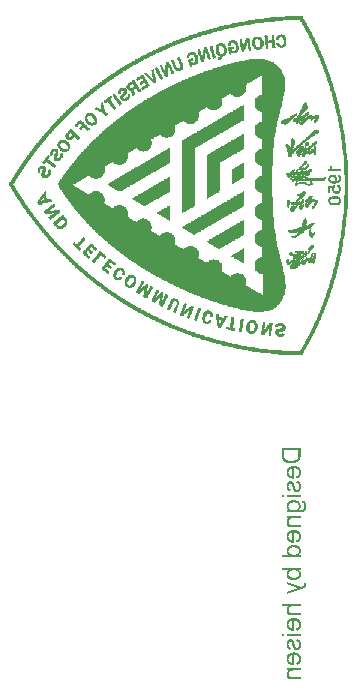
<source format=gbo>
G04*
G04 #@! TF.GenerationSoftware,Altium Limited,Altium Designer,22.0.2 (36)*
G04*
G04 Layer_Color=32896*
%FSLAX25Y25*%
%MOIN*%
G70*
G04*
G04 #@! TF.SameCoordinates,7F160BED-0690-4144-9330-6DFC8CD618BD*
G04*
G04*
G04 #@! TF.FilePolarity,Positive*
G04*
G01*
G75*
%ADD88C,0.00200*%
G36*
X769622Y220697D02*
X769613Y220484D01*
X769604Y220290D01*
X769585Y220114D01*
X769567Y219966D01*
X769548Y219836D01*
X769539Y219744D01*
X769530Y219716D01*
X769521Y219689D01*
Y219670D01*
X769474Y219503D01*
X769419Y219356D01*
X769373Y219226D01*
X769317Y219115D01*
X769271Y219022D01*
X769234Y218958D01*
X769206Y218921D01*
X769197Y218902D01*
X769113Y218782D01*
X769012Y218680D01*
X768919Y218579D01*
X768827Y218495D01*
X768744Y218421D01*
X768679Y218366D01*
X768633Y218329D01*
X768614Y218320D01*
X768466Y218227D01*
X768309Y218134D01*
X768161Y218060D01*
X768013Y218005D01*
X767883Y217950D01*
X767781Y217913D01*
X767744Y217903D01*
X767717Y217894D01*
X767698Y217885D01*
X767689D01*
X767467Y217829D01*
X767245Y217783D01*
X767032Y217755D01*
X766829Y217727D01*
X766653Y217718D01*
X766579D01*
X766514Y217709D01*
X766468D01*
X766422D01*
X766403D01*
X766394D01*
X766080Y217718D01*
X765793Y217746D01*
X765534Y217792D01*
X765414Y217811D01*
X765312Y217839D01*
X765210Y217866D01*
X765127Y217885D01*
X765053Y217903D01*
X764988Y217931D01*
X764932Y217940D01*
X764895Y217959D01*
X764877Y217968D01*
X764868D01*
X764627Y218070D01*
X764415Y218190D01*
X764229Y218320D01*
X764072Y218440D01*
X763943Y218551D01*
X763850Y218643D01*
X763823Y218680D01*
X763795Y218708D01*
X763786Y218717D01*
X763776Y218726D01*
X763656Y218875D01*
X763563Y219032D01*
X763480Y219189D01*
X763415Y219337D01*
X763369Y219466D01*
X763342Y219568D01*
X763323Y219605D01*
Y219633D01*
X763314Y219652D01*
Y219661D01*
X763286Y219818D01*
X763258Y220003D01*
X763240Y220188D01*
X763231Y220373D01*
X763221Y220539D01*
Y223000D01*
X769622D01*
Y220697D01*
D02*
G37*
G36*
X767550Y216904D02*
X767744Y216886D01*
X767930Y216858D01*
X768096Y216821D01*
X768253Y216775D01*
X768401Y216728D01*
X768531Y216673D01*
X768651Y216617D01*
X768753Y216562D01*
X768845Y216507D01*
X768919Y216460D01*
X768984Y216414D01*
X769039Y216377D01*
X769076Y216349D01*
X769095Y216331D01*
X769104Y216321D01*
X769215Y216201D01*
X769308Y216081D01*
X769391Y215951D01*
X769465Y215813D01*
X769521Y215683D01*
X769576Y215545D01*
X769650Y215285D01*
X769668Y215165D01*
X769687Y215054D01*
X769705Y214952D01*
X769715Y214869D01*
X769724Y214805D01*
Y214703D01*
X769705Y214416D01*
X769659Y214157D01*
X769604Y213926D01*
X769567Y213833D01*
X769530Y213741D01*
X769493Y213657D01*
X769456Y213583D01*
X769428Y213528D01*
X769400Y213473D01*
X769373Y213436D01*
X769354Y213408D01*
X769336Y213389D01*
Y213380D01*
X769169Y213195D01*
X768993Y213047D01*
X768808Y212917D01*
X768633Y212825D01*
X768475Y212751D01*
X768401Y212723D01*
X768346Y212696D01*
X768290Y212677D01*
X768253Y212668D01*
X768235Y212659D01*
X768225D01*
X768124Y213473D01*
X768299Y213546D01*
X768447Y213630D01*
X768577Y213713D01*
X768679Y213787D01*
X768753Y213852D01*
X768808Y213907D01*
X768845Y213953D01*
X768855Y213963D01*
X768928Y214083D01*
X768984Y214203D01*
X769021Y214333D01*
X769049Y214444D01*
X769067Y214545D01*
X769076Y214629D01*
Y214703D01*
X769067Y214814D01*
X769058Y214915D01*
X769012Y215101D01*
X768947Y215267D01*
X768873Y215415D01*
X768808Y215526D01*
X768744Y215609D01*
X768697Y215665D01*
X768679Y215674D01*
Y215683D01*
X768512Y215813D01*
X768327Y215915D01*
X768124Y215988D01*
X767939Y216044D01*
X767772Y216072D01*
X767698Y216090D01*
X767633Y216100D01*
X767578D01*
X767541Y216109D01*
X767513D01*
X767504D01*
Y212640D01*
X767412Y212631D01*
X767347D01*
X767310D01*
X767301D01*
X767088Y212640D01*
X766893Y212659D01*
X766709Y212686D01*
X766533Y212723D01*
X766375Y212770D01*
X766227Y212816D01*
X766098Y212871D01*
X765978Y212927D01*
X765867Y212982D01*
X765774Y213038D01*
X765700Y213084D01*
X765635Y213130D01*
X765580Y213167D01*
X765543Y213195D01*
X765524Y213213D01*
X765515Y213223D01*
X765404Y213334D01*
X765303Y213454D01*
X765219Y213583D01*
X765145Y213713D01*
X765080Y213843D01*
X765034Y213963D01*
X764988Y214092D01*
X764960Y214203D01*
X764932Y214323D01*
X764914Y214425D01*
X764895Y214518D01*
X764886Y214592D01*
X764877Y214656D01*
Y214749D01*
X764886Y214925D01*
X764905Y215091D01*
X764932Y215248D01*
X764979Y215396D01*
X765025Y215535D01*
X765080Y215665D01*
X765136Y215785D01*
X765201Y215887D01*
X765256Y215988D01*
X765321Y216072D01*
X765377Y216146D01*
X765423Y216201D01*
X765469Y216248D01*
X765497Y216284D01*
X765515Y216303D01*
X765524Y216312D01*
X765654Y216414D01*
X765793Y216507D01*
X765932Y216590D01*
X766080Y216664D01*
X766237Y216719D01*
X766385Y216765D01*
X766681Y216840D01*
X766810Y216867D01*
X766940Y216886D01*
X767051Y216895D01*
X767153Y216904D01*
X767236Y216914D01*
X767291D01*
X767338D01*
X767347D01*
X767550Y216904D01*
D02*
G37*
G36*
X768494Y211918D02*
X768725Y211835D01*
X768910Y211734D01*
X769067Y211632D01*
X769197Y211539D01*
X769280Y211456D01*
X769336Y211401D01*
X769345Y211391D01*
X769354Y211382D01*
X769419Y211290D01*
X769474Y211188D01*
X769567Y210966D01*
X769631Y210735D01*
X769678Y210512D01*
X769696Y210411D01*
X769705Y210318D01*
X769715Y210226D01*
Y210152D01*
X769724Y210087D01*
Y210004D01*
X769715Y209800D01*
X769696Y209625D01*
X769668Y209458D01*
X769631Y209310D01*
X769594Y209190D01*
X769567Y209097D01*
X769548Y209042D01*
X769539Y209033D01*
Y209023D01*
X769456Y208866D01*
X769373Y208736D01*
X769280Y208626D01*
X769197Y208524D01*
X769123Y208450D01*
X769058Y208403D01*
X769021Y208366D01*
X769002Y208357D01*
X768873Y208283D01*
X768734Y208228D01*
X768614Y208182D01*
X768503Y208154D01*
X768401Y208135D01*
X768327Y208126D01*
X768281D01*
X768262D01*
X768115Y208135D01*
X767985Y208154D01*
X767874Y208191D01*
X767772Y208219D01*
X767689Y208256D01*
X767633Y208293D01*
X767596Y208311D01*
X767587Y208320D01*
X767495Y208394D01*
X767412Y208477D01*
X767338Y208561D01*
X767282Y208644D01*
X767236Y208727D01*
X767208Y208783D01*
X767190Y208820D01*
X767180Y208838D01*
X767153Y208903D01*
X767125Y208977D01*
X767060Y209153D01*
X766995Y209347D01*
X766940Y209541D01*
X766884Y209717D01*
X766866Y209800D01*
X766847Y209865D01*
X766829Y209921D01*
X766819Y209967D01*
X766810Y209995D01*
Y210004D01*
X766783Y210105D01*
X766755Y210198D01*
X766736Y210281D01*
X766709Y210355D01*
X766681Y210475D01*
X766653Y210568D01*
X766625Y210633D01*
X766616Y210670D01*
X766607Y210688D01*
Y210698D01*
X766570Y210771D01*
X766542Y210836D01*
X766505Y210892D01*
X766477Y210929D01*
X766449Y210966D01*
X766422Y210984D01*
X766412Y210994D01*
X766403Y211003D01*
X766311Y211058D01*
X766218Y211086D01*
X766181D01*
X766153Y211095D01*
X766135D01*
X766126D01*
X766043Y211086D01*
X765959Y211058D01*
X765885Y211021D01*
X765830Y210975D01*
X765774Y210938D01*
X765737Y210901D01*
X765719Y210873D01*
X765709Y210864D01*
X765645Y210762D01*
X765598Y210642D01*
X765571Y210512D01*
X765543Y210392D01*
X765534Y210272D01*
X765524Y210179D01*
Y210087D01*
X765534Y209930D01*
X765552Y209782D01*
X765589Y209662D01*
X765626Y209569D01*
X765663Y209486D01*
X765700Y209430D01*
X765719Y209393D01*
X765728Y209384D01*
X765811Y209292D01*
X765904Y209227D01*
X765996Y209171D01*
X766080Y209125D01*
X766163Y209097D01*
X766227Y209079D01*
X766264Y209069D01*
X766283D01*
X766181Y208302D01*
X766024Y208339D01*
X765885Y208376D01*
X765765Y208422D01*
X765654Y208468D01*
X765580Y208514D01*
X765515Y208552D01*
X765478Y208570D01*
X765469Y208579D01*
X765377Y208663D01*
X765293Y208755D01*
X765219Y208857D01*
X765155Y208959D01*
X765108Y209051D01*
X765071Y209125D01*
X765053Y209171D01*
X765043Y209180D01*
Y209190D01*
X764988Y209347D01*
X764951Y209513D01*
X764914Y209671D01*
X764895Y209819D01*
X764886Y209958D01*
X764877Y210059D01*
Y210281D01*
X764895Y210411D01*
X764905Y210522D01*
X764923Y210624D01*
X764942Y210707D01*
X764960Y210771D01*
X764969Y210808D01*
X764979Y210827D01*
X765016Y210938D01*
X765053Y211040D01*
X765090Y211123D01*
X765127Y211197D01*
X765155Y211252D01*
X765182Y211290D01*
X765192Y211317D01*
X765201Y211327D01*
X765266Y211419D01*
X765340Y211493D01*
X765423Y211558D01*
X765487Y211613D01*
X765552Y211660D01*
X765598Y211687D01*
X765635Y211706D01*
X765645Y211715D01*
X765746Y211761D01*
X765839Y211798D01*
X765941Y211817D01*
X766024Y211835D01*
X766107Y211844D01*
X766163Y211854D01*
X766200D01*
X766218D01*
X766348Y211844D01*
X766459Y211826D01*
X766570Y211798D01*
X766662Y211771D01*
X766736Y211743D01*
X766801Y211715D01*
X766838Y211697D01*
X766847Y211687D01*
X766949Y211613D01*
X767032Y211530D01*
X767106Y211447D01*
X767171Y211364D01*
X767217Y211290D01*
X767254Y211234D01*
X767273Y211197D01*
X767282Y211178D01*
X767310Y211114D01*
X767347Y211031D01*
X767412Y210845D01*
X767467Y210651D01*
X767532Y210448D01*
X767578Y210272D01*
X767606Y210189D01*
X767624Y210115D01*
X767643Y210059D01*
X767652Y210013D01*
X767661Y209985D01*
Y209976D01*
X767689Y209856D01*
X767717Y209754D01*
X767744Y209662D01*
X767772Y209578D01*
X767791Y209504D01*
X767818Y209439D01*
X767856Y209329D01*
X767883Y209255D01*
X767911Y209208D01*
X767920Y209180D01*
X767930Y209171D01*
X767985Y209088D01*
X768059Y209033D01*
X768124Y208986D01*
X768188Y208959D01*
X768253Y208940D01*
X768299Y208931D01*
X768336D01*
X768346D01*
X768457Y208940D01*
X768549Y208968D01*
X768642Y209014D01*
X768716Y209060D01*
X768781Y209116D01*
X768827Y209153D01*
X768855Y209190D01*
X768864Y209199D01*
X768938Y209310D01*
X768984Y209430D01*
X769021Y209569D01*
X769049Y209699D01*
X769067Y209819D01*
X769076Y209911D01*
Y210004D01*
X769067Y210198D01*
X769039Y210365D01*
X769002Y210503D01*
X768956Y210624D01*
X768910Y210716D01*
X768873Y210790D01*
X768845Y210827D01*
X768836Y210845D01*
X768734Y210947D01*
X768614Y211031D01*
X768494Y211086D01*
X768383Y211132D01*
X768281Y211169D01*
X768188Y211188D01*
X768133Y211206D01*
X768124D01*
X768115D01*
X768235Y211983D01*
X768494Y211918D01*
D02*
G37*
G36*
X769622Y206405D02*
X764979D01*
Y207192D01*
X769622D01*
Y206405D01*
D02*
G37*
G36*
X764118D02*
X763221D01*
Y207192D01*
X764118D01*
Y206405D01*
D02*
G37*
G36*
X767458Y205499D02*
X767633Y205490D01*
X767948Y205425D01*
X768096Y205388D01*
X768225Y205342D01*
X768355Y205295D01*
X768466Y205249D01*
X768577Y205203D01*
X768670Y205157D01*
X768744Y205111D01*
X768818Y205073D01*
X768864Y205036D01*
X768910Y205009D01*
X768928Y204999D01*
X768938Y204990D01*
X769058Y204889D01*
X769160Y204778D01*
X769252Y204657D01*
X769336Y204537D01*
X769400Y204408D01*
X769456Y204287D01*
X769502Y204167D01*
X769539Y204047D01*
X769567Y203936D01*
X769585Y203834D01*
X769604Y203742D01*
X769613Y203658D01*
Y203593D01*
X769622Y203547D01*
Y203501D01*
X769613Y203362D01*
X769594Y203223D01*
X769567Y203094D01*
X769530Y202974D01*
X769428Y202761D01*
X769317Y202567D01*
X769262Y202493D01*
X769206Y202419D01*
X769150Y202354D01*
X769104Y202308D01*
X769067Y202271D01*
X769039Y202243D01*
X769021Y202224D01*
X769012Y202215D01*
X769150D01*
X769271D01*
X769391Y202224D01*
X769493D01*
X769585D01*
X769668Y202234D01*
X769742D01*
X769807Y202243D01*
X769900Y202252D01*
X769974Y202261D01*
X770011Y202271D01*
X770020D01*
X770159Y202317D01*
X770279Y202382D01*
X770381Y202447D01*
X770473Y202511D01*
X770538Y202576D01*
X770594Y202631D01*
X770621Y202668D01*
X770631Y202678D01*
X770705Y202798D01*
X770760Y202937D01*
X770797Y203076D01*
X770825Y203205D01*
X770843Y203334D01*
X770853Y203427D01*
Y203520D01*
X770843Y203695D01*
X770816Y203862D01*
X770779Y204000D01*
X770732Y204112D01*
X770695Y204204D01*
X770658Y204269D01*
X770631Y204306D01*
X770621Y204324D01*
X770556Y204398D01*
X770473Y204454D01*
X770390Y204500D01*
X770307Y204537D01*
X770224Y204556D01*
X770159Y204574D01*
X770122Y204583D01*
X770103D01*
X770002Y205351D01*
X770140D01*
X770260Y205332D01*
X770381Y205314D01*
X770492Y205286D01*
X770686Y205203D01*
X770843Y205111D01*
X770963Y205018D01*
X771047Y204944D01*
X771102Y204879D01*
X771111Y204870D01*
X771121Y204861D01*
X771250Y204657D01*
X771343Y204435D01*
X771408Y204213D01*
X771454Y204000D01*
X771472Y203899D01*
X771482Y203806D01*
X771491Y203732D01*
Y203658D01*
X771500Y203603D01*
Y203520D01*
X771491Y203270D01*
X771454Y203039D01*
X771417Y202835D01*
X771361Y202668D01*
X771315Y202530D01*
X771297Y202474D01*
X771269Y202428D01*
X771259Y202391D01*
X771241Y202363D01*
X771232Y202354D01*
Y202345D01*
X771130Y202178D01*
X771010Y202030D01*
X770890Y201910D01*
X770779Y201808D01*
X770677Y201734D01*
X770594Y201688D01*
X770538Y201651D01*
X770529Y201642D01*
X770519D01*
X770427Y201605D01*
X770325Y201568D01*
X770214Y201540D01*
X770094Y201512D01*
X769835Y201475D01*
X769585Y201448D01*
X769465Y201438D01*
X769354Y201429D01*
X769252D01*
X769169Y201420D01*
X769095D01*
X769039D01*
X769002D01*
X768993D01*
X764979D01*
Y202141D01*
X765552D01*
X765432Y202243D01*
X765330Y202354D01*
X765238Y202465D01*
X765164Y202576D01*
X765099Y202696D01*
X765043Y202807D01*
X764997Y202918D01*
X764960Y203020D01*
X764932Y203122D01*
X764914Y203214D01*
X764895Y203297D01*
X764886Y203362D01*
X764877Y203418D01*
Y203501D01*
X764886Y203723D01*
X764923Y203926D01*
X764979Y204112D01*
X765034Y204269D01*
X765090Y204398D01*
X765145Y204491D01*
X765164Y204528D01*
X765182Y204556D01*
X765192Y204565D01*
Y204574D01*
X765312Y204731D01*
X765460Y204870D01*
X765598Y204990D01*
X765737Y205092D01*
X765867Y205166D01*
X765969Y205222D01*
X766006Y205240D01*
X766033Y205258D01*
X766052Y205268D01*
X766061D01*
X766274Y205351D01*
X766487Y205406D01*
X766690Y205453D01*
X766875Y205481D01*
X767041Y205499D01*
X767106D01*
X767171Y205508D01*
X767217D01*
X767254D01*
X767273D01*
X767282D01*
X767458Y205499D01*
D02*
G37*
G36*
X769622Y199440D02*
X767097D01*
X766940D01*
X766783Y199422D01*
X766653Y199403D01*
X766533Y199385D01*
X766422Y199357D01*
X766320Y199329D01*
X766227Y199292D01*
X766153Y199255D01*
X766089Y199227D01*
X766033Y199190D01*
X765987Y199163D01*
X765950Y199135D01*
X765904Y199098D01*
X765885Y199080D01*
X765774Y198941D01*
X765700Y198793D01*
X765645Y198645D01*
X765598Y198515D01*
X765580Y198395D01*
X765571Y198302D01*
X765561Y198266D01*
Y198219D01*
X765571Y198108D01*
X765580Y197997D01*
X765608Y197905D01*
X765635Y197831D01*
X765663Y197766D01*
X765682Y197711D01*
X765700Y197683D01*
X765709Y197673D01*
X765765Y197590D01*
X765830Y197516D01*
X765895Y197461D01*
X765950Y197415D01*
X766006Y197387D01*
X766052Y197359D01*
X766080Y197341D01*
X766089D01*
X766190Y197313D01*
X766301Y197285D01*
X766422Y197266D01*
X766542Y197257D01*
X766644Y197248D01*
X766727D01*
X766792D01*
X766801D01*
X766810D01*
X769622D01*
Y196462D01*
X766773D01*
X766579D01*
X766422Y196471D01*
X766292Y196480D01*
X766181D01*
X766107Y196490D01*
X766052Y196499D01*
X766015Y196508D01*
X766006D01*
X765885Y196536D01*
X765774Y196582D01*
X765682Y196619D01*
X765589Y196656D01*
X765524Y196702D01*
X765478Y196730D01*
X765441Y196748D01*
X765432Y196758D01*
X765340Y196832D01*
X765266Y196915D01*
X765192Y196998D01*
X765136Y197091D01*
X765090Y197165D01*
X765062Y197230D01*
X765043Y197266D01*
X765034Y197285D01*
X764979Y197415D01*
X764942Y197553D01*
X764914Y197683D01*
X764895Y197803D01*
X764886Y197905D01*
X764877Y197979D01*
Y198053D01*
X764886Y198229D01*
X764914Y198395D01*
X764951Y198543D01*
X764997Y198691D01*
X765053Y198820D01*
X765118Y198941D01*
X765192Y199052D01*
X765256Y199144D01*
X765330Y199237D01*
X765404Y199311D01*
X765469Y199375D01*
X765524Y199431D01*
X765571Y199468D01*
X765608Y199496D01*
X765635Y199514D01*
X765645Y199523D01*
X764979D01*
Y200226D01*
X769622D01*
Y199440D01*
D02*
G37*
G36*
X767550Y195509D02*
X767744Y195491D01*
X767930Y195463D01*
X768096Y195426D01*
X768253Y195379D01*
X768401Y195333D01*
X768531Y195278D01*
X768651Y195222D01*
X768753Y195167D01*
X768845Y195111D01*
X768919Y195065D01*
X768984Y195019D01*
X769039Y194982D01*
X769076Y194954D01*
X769095Y194936D01*
X769104Y194926D01*
X769215Y194806D01*
X769308Y194686D01*
X769391Y194556D01*
X769465Y194418D01*
X769521Y194288D01*
X769576Y194149D01*
X769650Y193890D01*
X769668Y193770D01*
X769687Y193659D01*
X769705Y193557D01*
X769715Y193474D01*
X769724Y193409D01*
Y193307D01*
X769705Y193021D01*
X769659Y192762D01*
X769604Y192531D01*
X769567Y192438D01*
X769530Y192345D01*
X769493Y192262D01*
X769456Y192188D01*
X769428Y192133D01*
X769400Y192077D01*
X769373Y192040D01*
X769354Y192013D01*
X769336Y191994D01*
Y191985D01*
X769169Y191800D01*
X768993Y191652D01*
X768808Y191522D01*
X768633Y191430D01*
X768475Y191356D01*
X768401Y191328D01*
X768346Y191300D01*
X768290Y191282D01*
X768253Y191272D01*
X768235Y191263D01*
X768225D01*
X768124Y192077D01*
X768299Y192151D01*
X768447Y192235D01*
X768577Y192318D01*
X768679Y192392D01*
X768753Y192456D01*
X768808Y192512D01*
X768845Y192558D01*
X768855Y192568D01*
X768928Y192688D01*
X768984Y192808D01*
X769021Y192938D01*
X769049Y193049D01*
X769067Y193150D01*
X769076Y193234D01*
Y193307D01*
X769067Y193419D01*
X769058Y193520D01*
X769012Y193705D01*
X768947Y193872D01*
X768873Y194020D01*
X768808Y194131D01*
X768744Y194214D01*
X768697Y194270D01*
X768679Y194279D01*
Y194288D01*
X768512Y194418D01*
X768327Y194519D01*
X768124Y194593D01*
X767939Y194649D01*
X767772Y194676D01*
X767698Y194695D01*
X767633Y194704D01*
X767578D01*
X767541Y194713D01*
X767513D01*
X767504D01*
Y191245D01*
X767412Y191235D01*
X767347D01*
X767310D01*
X767301D01*
X767088Y191245D01*
X766893Y191263D01*
X766709Y191291D01*
X766533Y191328D01*
X766375Y191374D01*
X766227Y191420D01*
X766098Y191476D01*
X765978Y191532D01*
X765867Y191587D01*
X765774Y191642D01*
X765700Y191689D01*
X765635Y191735D01*
X765580Y191772D01*
X765543Y191800D01*
X765524Y191818D01*
X765515Y191827D01*
X765404Y191938D01*
X765303Y192059D01*
X765219Y192188D01*
X765145Y192318D01*
X765080Y192447D01*
X765034Y192568D01*
X764988Y192697D01*
X764960Y192808D01*
X764932Y192928D01*
X764914Y193030D01*
X764895Y193122D01*
X764886Y193196D01*
X764877Y193261D01*
Y193354D01*
X764886Y193529D01*
X764905Y193696D01*
X764932Y193853D01*
X764979Y194001D01*
X765025Y194140D01*
X765080Y194270D01*
X765136Y194390D01*
X765201Y194492D01*
X765256Y194593D01*
X765321Y194676D01*
X765377Y194750D01*
X765423Y194806D01*
X765469Y194852D01*
X765497Y194889D01*
X765515Y194908D01*
X765524Y194917D01*
X765654Y195019D01*
X765793Y195111D01*
X765932Y195194D01*
X766080Y195268D01*
X766237Y195324D01*
X766385Y195370D01*
X766681Y195444D01*
X766810Y195472D01*
X766940Y195491D01*
X767051Y195500D01*
X767153Y195509D01*
X767236Y195518D01*
X767291D01*
X767338D01*
X767347D01*
X767550Y195509D01*
D02*
G37*
G36*
X767569Y190560D02*
X767809Y190533D01*
X768022Y190486D01*
X768207Y190440D01*
X768290Y190421D01*
X768355Y190403D01*
X768420Y190375D01*
X768475Y190357D01*
X768512Y190338D01*
X768540Y190329D01*
X768559Y190320D01*
X768568D01*
X768762Y190218D01*
X768928Y190098D01*
X769076Y189978D01*
X769197Y189857D01*
X769289Y189755D01*
X769363Y189672D01*
X769400Y189617D01*
X769419Y189608D01*
Y189598D01*
X769521Y189423D01*
X769594Y189247D01*
X769650Y189071D01*
X769687Y188914D01*
X769705Y188784D01*
X769715Y188673D01*
X769724Y188636D01*
Y188581D01*
X769715Y188424D01*
X769696Y188276D01*
X769659Y188137D01*
X769613Y188016D01*
X769567Y187896D01*
X769511Y187785D01*
X769447Y187693D01*
X769382Y187610D01*
X769317Y187526D01*
X769252Y187461D01*
X769197Y187406D01*
X769150Y187360D01*
X769104Y187323D01*
X769067Y187295D01*
X769049Y187286D01*
X769039Y187276D01*
X769622D01*
Y186546D01*
X763221D01*
Y187332D01*
X765515D01*
X765414Y187415D01*
X765330Y187508D01*
X765247Y187591D01*
X765182Y187683D01*
X765136Y187758D01*
X765090Y187813D01*
X765071Y187850D01*
X765062Y187868D01*
X764997Y187989D01*
X764951Y188118D01*
X764923Y188248D01*
X764895Y188368D01*
X764886Y188470D01*
X764877Y188544D01*
Y188618D01*
X764886Y188821D01*
X764923Y189015D01*
X764969Y189191D01*
X765025Y189339D01*
X765090Y189469D01*
X765136Y189561D01*
X765155Y189598D01*
X765173Y189626D01*
X765182Y189635D01*
Y189645D01*
X765303Y189811D01*
X765450Y189950D01*
X765589Y190070D01*
X765728Y190163D01*
X765858Y190236D01*
X765959Y190292D01*
X765996Y190311D01*
X766024Y190329D01*
X766043Y190338D01*
X766052D01*
X766264Y190412D01*
X766487Y190468D01*
X766699Y190514D01*
X766893Y190542D01*
X767060Y190560D01*
X767134D01*
X767190Y190569D01*
X767245D01*
X767282D01*
X767301D01*
X767310D01*
X767569Y190560D01*
D02*
G37*
G36*
X769622Y182097D02*
X769039D01*
X769160Y182004D01*
X769262Y181912D01*
X769354Y181810D01*
X769437Y181699D01*
X769502Y181597D01*
X769558Y181486D01*
X769604Y181384D01*
X769641Y181282D01*
X769687Y181097D01*
X769705Y181014D01*
X769715Y180949D01*
Y180894D01*
X769724Y180848D01*
Y180811D01*
X769715Y180663D01*
X769696Y180515D01*
X769668Y180376D01*
X769622Y180246D01*
X769521Y179997D01*
X769456Y179895D01*
X769400Y179793D01*
X769336Y179701D01*
X769280Y179627D01*
X769225Y179562D01*
X769178Y179497D01*
X769132Y179451D01*
X769104Y179423D01*
X769086Y179405D01*
X769076Y179395D01*
X768947Y179294D01*
X768808Y179201D01*
X768670Y179118D01*
X768512Y179053D01*
X768364Y178998D01*
X768207Y178952D01*
X767911Y178877D01*
X767772Y178850D01*
X767643Y178831D01*
X767532Y178822D01*
X767430Y178813D01*
X767347Y178804D01*
X767291D01*
X767245D01*
X767236D01*
X767051Y178813D01*
X766875Y178822D01*
X766718Y178850D01*
X766579Y178877D01*
X766459Y178905D01*
X766366Y178924D01*
X766338Y178933D01*
X766311Y178942D01*
X766301Y178952D01*
X766292D01*
X766135Y179007D01*
X765987Y179072D01*
X765858Y179137D01*
X765746Y179201D01*
X765663Y179257D01*
X765598Y179303D01*
X765552Y179331D01*
X765543Y179340D01*
X765432Y179432D01*
X765330Y179543D01*
X765247Y179645D01*
X765182Y179747D01*
X765127Y179830D01*
X765080Y179904D01*
X765062Y179950D01*
X765053Y179969D01*
X764997Y180108D01*
X764951Y180256D01*
X764923Y180394D01*
X764895Y180515D01*
X764886Y180616D01*
X764877Y180700D01*
Y180774D01*
X764886Y180912D01*
X764905Y181051D01*
X764932Y181181D01*
X764979Y181301D01*
X765071Y181514D01*
X765192Y181699D01*
X765247Y181773D01*
X765303Y181847D01*
X765358Y181902D01*
X765404Y181948D01*
X765450Y181995D01*
X765478Y182023D01*
X765497Y182032D01*
X765506Y182041D01*
X763221D01*
Y182827D01*
X769622D01*
Y182097D01*
D02*
G37*
G36*
Y176528D02*
X769705Y176565D01*
X769770Y176584D01*
X769807Y176602D01*
X769816D01*
X769974Y176657D01*
X770103Y176713D01*
X770214Y176750D01*
X770288Y176787D01*
X770344Y176805D01*
X770381Y176824D01*
X770399Y176842D01*
X770408D01*
X770510Y176917D01*
X770584Y177000D01*
X770612Y177037D01*
X770631Y177065D01*
X770649Y177083D01*
Y177092D01*
X770677Y177157D01*
X770705Y177222D01*
X770732Y177360D01*
Y177416D01*
X770742Y177462D01*
Y177508D01*
X770732Y177656D01*
X770705Y177805D01*
X770686Y177860D01*
X770677Y177906D01*
X770668Y177943D01*
Y177953D01*
X771398Y177869D01*
X771435Y177768D01*
X771454Y177675D01*
X771472Y177592D01*
X771491Y177518D01*
Y177453D01*
X771500Y177407D01*
Y177370D01*
X771491Y177231D01*
X771472Y177111D01*
X771445Y177000D01*
X771408Y176907D01*
X771371Y176824D01*
X771343Y176769D01*
X771324Y176732D01*
X771315Y176722D01*
X771241Y176620D01*
X771148Y176537D01*
X771056Y176454D01*
X770963Y176380D01*
X770880Y176324D01*
X770816Y176278D01*
X770769Y176251D01*
X770751Y176241D01*
X770686Y176214D01*
X770621Y176177D01*
X770464Y176102D01*
X770288Y176029D01*
X770113Y175964D01*
X769955Y175899D01*
X769881Y175871D01*
X769816Y175844D01*
X769770Y175825D01*
X769733Y175806D01*
X769705Y175797D01*
X769696D01*
X764979Y174030D01*
Y174817D01*
X767689Y175816D01*
X767883Y175890D01*
X768068Y175945D01*
X768253Y176010D01*
X768410Y176056D01*
X768549Y176093D01*
X768605Y176112D01*
X768651Y176121D01*
X768688Y176130D01*
X768716Y176139D01*
X768734Y176149D01*
X768744D01*
X768531Y176204D01*
X768336Y176260D01*
X768152Y176315D01*
X767994Y176371D01*
X767865Y176417D01*
X767809Y176435D01*
X767763Y176454D01*
X767717Y176463D01*
X767689Y176472D01*
X767680Y176482D01*
X767670D01*
X764979Y177453D01*
Y178286D01*
X769622Y176528D01*
D02*
G37*
G36*
Y170081D02*
X767088D01*
X766893Y170071D01*
X766727Y170062D01*
X766579Y170044D01*
X766459Y170016D01*
X766366Y169988D01*
X766292Y169970D01*
X766255Y169960D01*
X766237Y169951D01*
X766126Y169896D01*
X766024Y169831D01*
X765941Y169757D01*
X765867Y169683D01*
X765811Y169618D01*
X765774Y169563D01*
X765746Y169526D01*
X765737Y169517D01*
X765672Y169396D01*
X765626Y169285D01*
X765598Y169174D01*
X765571Y169082D01*
X765561Y168989D01*
X765552Y168924D01*
Y168869D01*
X765561Y168702D01*
X765598Y168554D01*
X765635Y168434D01*
X765691Y168333D01*
X765737Y168249D01*
X765784Y168194D01*
X765821Y168157D01*
X765830Y168148D01*
X765941Y168064D01*
X766080Y167999D01*
X766218Y167953D01*
X766357Y167916D01*
X766487Y167898D01*
X766588Y167888D01*
X766625D01*
X766653D01*
X766672D01*
X766681D01*
X769622D01*
Y167102D01*
X766690D01*
X766449Y167112D01*
X766237Y167130D01*
X766061Y167158D01*
X765913Y167185D01*
X765793Y167213D01*
X765709Y167241D01*
X765663Y167260D01*
X765645Y167269D01*
X765515Y167343D01*
X765404Y167426D01*
X765312Y167518D01*
X765229Y167602D01*
X765164Y167685D01*
X765118Y167750D01*
X765090Y167796D01*
X765080Y167815D01*
X765016Y167963D01*
X764960Y168111D01*
X764923Y168259D01*
X764905Y168397D01*
X764886Y168517D01*
X764877Y168619D01*
Y168702D01*
X764886Y168851D01*
X764905Y168999D01*
X764932Y169137D01*
X764979Y169267D01*
X765080Y169507D01*
X765136Y169609D01*
X765192Y169702D01*
X765256Y169785D01*
X765312Y169868D01*
X765367Y169933D01*
X765414Y169979D01*
X765460Y170025D01*
X765487Y170053D01*
X765506Y170071D01*
X765515Y170081D01*
X763221D01*
Y170867D01*
X769622D01*
Y170081D01*
D02*
G37*
G36*
X767550Y166149D02*
X767744Y166131D01*
X767930Y166103D01*
X768096Y166066D01*
X768253Y166020D01*
X768401Y165974D01*
X768531Y165918D01*
X768651Y165863D01*
X768753Y165807D01*
X768845Y165752D01*
X768919Y165706D01*
X768984Y165659D01*
X769039Y165622D01*
X769076Y165594D01*
X769095Y165576D01*
X769104Y165567D01*
X769215Y165446D01*
X769308Y165326D01*
X769391Y165197D01*
X769465Y165058D01*
X769521Y164928D01*
X769576Y164790D01*
X769650Y164531D01*
X769668Y164410D01*
X769687Y164299D01*
X769705Y164198D01*
X769715Y164114D01*
X769724Y164050D01*
Y163948D01*
X769705Y163661D01*
X769659Y163402D01*
X769604Y163171D01*
X769567Y163078D01*
X769530Y162986D01*
X769493Y162903D01*
X769456Y162829D01*
X769428Y162773D01*
X769400Y162718D01*
X769373Y162681D01*
X769354Y162653D01*
X769336Y162635D01*
Y162625D01*
X769169Y162440D01*
X768993Y162292D01*
X768808Y162163D01*
X768633Y162070D01*
X768475Y161996D01*
X768401Y161969D01*
X768346Y161941D01*
X768290Y161922D01*
X768253Y161913D01*
X768235Y161904D01*
X768225D01*
X768124Y162718D01*
X768299Y162792D01*
X768447Y162875D01*
X768577Y162958D01*
X768679Y163032D01*
X768753Y163097D01*
X768808Y163153D01*
X768845Y163199D01*
X768855Y163208D01*
X768928Y163328D01*
X768984Y163449D01*
X769021Y163578D01*
X769049Y163689D01*
X769067Y163791D01*
X769076Y163874D01*
Y163948D01*
X769067Y164059D01*
X769058Y164161D01*
X769012Y164346D01*
X768947Y164512D01*
X768873Y164660D01*
X768808Y164771D01*
X768744Y164855D01*
X768697Y164910D01*
X768679Y164919D01*
Y164928D01*
X768512Y165058D01*
X768327Y165160D01*
X768124Y165234D01*
X767939Y165289D01*
X767772Y165317D01*
X767698Y165336D01*
X767633Y165345D01*
X767578D01*
X767541Y165354D01*
X767513D01*
X767504D01*
Y161885D01*
X767412Y161876D01*
X767347D01*
X767310D01*
X767301D01*
X767088Y161885D01*
X766893Y161904D01*
X766709Y161932D01*
X766533Y161969D01*
X766375Y162015D01*
X766227Y162061D01*
X766098Y162117D01*
X765978Y162172D01*
X765867Y162227D01*
X765774Y162283D01*
X765700Y162329D01*
X765635Y162375D01*
X765580Y162413D01*
X765543Y162440D01*
X765524Y162459D01*
X765515Y162468D01*
X765404Y162579D01*
X765303Y162699D01*
X765219Y162829D01*
X765145Y162958D01*
X765080Y163088D01*
X765034Y163208D01*
X764988Y163338D01*
X764960Y163449D01*
X764932Y163569D01*
X764914Y163671D01*
X764895Y163763D01*
X764886Y163837D01*
X764877Y163902D01*
Y163994D01*
X764886Y164170D01*
X764905Y164337D01*
X764932Y164494D01*
X764979Y164642D01*
X765025Y164780D01*
X765080Y164910D01*
X765136Y165030D01*
X765201Y165132D01*
X765256Y165234D01*
X765321Y165317D01*
X765377Y165391D01*
X765423Y165446D01*
X765469Y165493D01*
X765497Y165530D01*
X765515Y165548D01*
X765524Y165558D01*
X765654Y165659D01*
X765793Y165752D01*
X765932Y165835D01*
X766080Y165909D01*
X766237Y165964D01*
X766385Y166011D01*
X766681Y166085D01*
X766810Y166112D01*
X766940Y166131D01*
X767051Y166140D01*
X767153Y166149D01*
X767236Y166159D01*
X767291D01*
X767338D01*
X767347D01*
X767550Y166149D01*
D02*
G37*
G36*
X769622Y160128D02*
X764979D01*
Y160914D01*
X769622D01*
Y160128D01*
D02*
G37*
G36*
X764118D02*
X763221D01*
Y160914D01*
X764118D01*
Y160128D01*
D02*
G37*
G36*
X768494Y159175D02*
X768725Y159092D01*
X768910Y158990D01*
X769067Y158888D01*
X769197Y158796D01*
X769280Y158712D01*
X769336Y158657D01*
X769345Y158648D01*
X769354Y158639D01*
X769419Y158546D01*
X769474Y158444D01*
X769567Y158222D01*
X769631Y157991D01*
X769678Y157769D01*
X769696Y157667D01*
X769705Y157575D01*
X769715Y157482D01*
Y157408D01*
X769724Y157343D01*
Y157260D01*
X769715Y157057D01*
X769696Y156881D01*
X769668Y156714D01*
X769631Y156567D01*
X769594Y156446D01*
X769567Y156354D01*
X769548Y156298D01*
X769539Y156289D01*
Y156280D01*
X769456Y156123D01*
X769373Y155993D01*
X769280Y155882D01*
X769197Y155780D01*
X769123Y155706D01*
X769058Y155660D01*
X769021Y155623D01*
X769002Y155614D01*
X768873Y155540D01*
X768734Y155484D01*
X768614Y155438D01*
X768503Y155410D01*
X768401Y155392D01*
X768327Y155383D01*
X768281D01*
X768262D01*
X768115Y155392D01*
X767985Y155410D01*
X767874Y155447D01*
X767772Y155475D01*
X767689Y155512D01*
X767633Y155549D01*
X767596Y155568D01*
X767587Y155577D01*
X767495Y155651D01*
X767412Y155734D01*
X767338Y155817D01*
X767282Y155901D01*
X767236Y155984D01*
X767208Y156039D01*
X767190Y156076D01*
X767180Y156095D01*
X767153Y156159D01*
X767125Y156234D01*
X767060Y156409D01*
X766995Y156604D01*
X766940Y156798D01*
X766884Y156974D01*
X766866Y157057D01*
X766847Y157122D01*
X766829Y157177D01*
X766819Y157223D01*
X766810Y157251D01*
Y157260D01*
X766783Y157362D01*
X766755Y157455D01*
X766736Y157538D01*
X766709Y157612D01*
X766681Y157732D01*
X766653Y157825D01*
X766625Y157889D01*
X766616Y157926D01*
X766607Y157945D01*
Y157954D01*
X766570Y158028D01*
X766542Y158093D01*
X766505Y158148D01*
X766477Y158185D01*
X766449Y158222D01*
X766422Y158241D01*
X766412Y158250D01*
X766403Y158259D01*
X766311Y158315D01*
X766218Y158343D01*
X766181D01*
X766153Y158352D01*
X766135D01*
X766126D01*
X766043Y158343D01*
X765959Y158315D01*
X765885Y158278D01*
X765830Y158231D01*
X765774Y158194D01*
X765737Y158158D01*
X765719Y158130D01*
X765709Y158121D01*
X765645Y158019D01*
X765598Y157898D01*
X765571Y157769D01*
X765543Y157649D01*
X765534Y157528D01*
X765524Y157436D01*
Y157343D01*
X765534Y157186D01*
X765552Y157038D01*
X765589Y156918D01*
X765626Y156825D01*
X765663Y156742D01*
X765700Y156687D01*
X765719Y156650D01*
X765728Y156641D01*
X765811Y156548D01*
X765904Y156483D01*
X765996Y156428D01*
X766080Y156381D01*
X766163Y156354D01*
X766227Y156335D01*
X766264Y156326D01*
X766283D01*
X766181Y155558D01*
X766024Y155595D01*
X765885Y155632D01*
X765765Y155678D01*
X765654Y155725D01*
X765580Y155771D01*
X765515Y155808D01*
X765478Y155826D01*
X765469Y155836D01*
X765377Y155919D01*
X765293Y156011D01*
X765219Y156113D01*
X765155Y156215D01*
X765108Y156307D01*
X765071Y156381D01*
X765053Y156428D01*
X765043Y156437D01*
Y156446D01*
X764988Y156604D01*
X764951Y156770D01*
X764914Y156927D01*
X764895Y157075D01*
X764886Y157214D01*
X764877Y157316D01*
Y157538D01*
X764895Y157667D01*
X764905Y157778D01*
X764923Y157880D01*
X764942Y157963D01*
X764960Y158028D01*
X764969Y158065D01*
X764979Y158083D01*
X765016Y158194D01*
X765053Y158296D01*
X765090Y158379D01*
X765127Y158454D01*
X765155Y158509D01*
X765182Y158546D01*
X765192Y158574D01*
X765201Y158583D01*
X765266Y158676D01*
X765340Y158749D01*
X765423Y158814D01*
X765487Y158870D01*
X765552Y158916D01*
X765598Y158944D01*
X765635Y158962D01*
X765645Y158972D01*
X765746Y159018D01*
X765839Y159055D01*
X765941Y159073D01*
X766024Y159092D01*
X766107Y159101D01*
X766163Y159110D01*
X766200D01*
X766218D01*
X766348Y159101D01*
X766459Y159082D01*
X766570Y159055D01*
X766662Y159027D01*
X766736Y158999D01*
X766801Y158972D01*
X766838Y158953D01*
X766847Y158944D01*
X766949Y158870D01*
X767032Y158786D01*
X767106Y158703D01*
X767171Y158620D01*
X767217Y158546D01*
X767254Y158491D01*
X767273Y158454D01*
X767282Y158435D01*
X767310Y158370D01*
X767347Y158287D01*
X767412Y158102D01*
X767467Y157908D01*
X767532Y157704D01*
X767578Y157528D01*
X767606Y157445D01*
X767624Y157371D01*
X767643Y157316D01*
X767652Y157270D01*
X767661Y157242D01*
Y157232D01*
X767689Y157112D01*
X767717Y157010D01*
X767744Y156918D01*
X767772Y156835D01*
X767791Y156761D01*
X767818Y156696D01*
X767856Y156585D01*
X767883Y156511D01*
X767911Y156465D01*
X767920Y156437D01*
X767930Y156428D01*
X767985Y156344D01*
X768059Y156289D01*
X768124Y156243D01*
X768188Y156215D01*
X768253Y156196D01*
X768299Y156187D01*
X768336D01*
X768346D01*
X768457Y156196D01*
X768549Y156224D01*
X768642Y156271D01*
X768716Y156317D01*
X768781Y156372D01*
X768827Y156409D01*
X768855Y156446D01*
X768864Y156456D01*
X768938Y156567D01*
X768984Y156687D01*
X769021Y156825D01*
X769049Y156955D01*
X769067Y157075D01*
X769076Y157168D01*
Y157260D01*
X769067Y157455D01*
X769039Y157621D01*
X769002Y157760D01*
X768956Y157880D01*
X768910Y157973D01*
X768873Y158046D01*
X768845Y158083D01*
X768836Y158102D01*
X768734Y158204D01*
X768614Y158287D01*
X768494Y158343D01*
X768383Y158389D01*
X768281Y158426D01*
X768188Y158444D01*
X768133Y158463D01*
X768124D01*
X768115D01*
X768235Y159240D01*
X768494Y159175D01*
D02*
G37*
G36*
X767550Y154707D02*
X767744Y154689D01*
X767930Y154661D01*
X768096Y154624D01*
X768253Y154578D01*
X768401Y154532D01*
X768531Y154476D01*
X768651Y154420D01*
X768753Y154365D01*
X768845Y154309D01*
X768919Y154263D01*
X768984Y154217D01*
X769039Y154180D01*
X769076Y154152D01*
X769095Y154134D01*
X769104Y154124D01*
X769215Y154004D01*
X769308Y153884D01*
X769391Y153754D01*
X769465Y153616D01*
X769521Y153486D01*
X769576Y153348D01*
X769650Y153088D01*
X769668Y152968D01*
X769687Y152857D01*
X769705Y152755D01*
X769715Y152672D01*
X769724Y152608D01*
Y152506D01*
X769705Y152219D01*
X769659Y151960D01*
X769604Y151729D01*
X769567Y151636D01*
X769530Y151544D01*
X769493Y151461D01*
X769456Y151386D01*
X769428Y151331D01*
X769400Y151276D01*
X769373Y151239D01*
X769354Y151211D01*
X769336Y151192D01*
Y151183D01*
X769169Y150998D01*
X768993Y150850D01*
X768808Y150721D01*
X768633Y150628D01*
X768475Y150554D01*
X768401Y150526D01*
X768346Y150498D01*
X768290Y150480D01*
X768253Y150471D01*
X768235Y150461D01*
X768225D01*
X768124Y151276D01*
X768299Y151349D01*
X768447Y151433D01*
X768577Y151516D01*
X768679Y151590D01*
X768753Y151655D01*
X768808Y151710D01*
X768845Y151757D01*
X768855Y151766D01*
X768928Y151886D01*
X768984Y152006D01*
X769021Y152136D01*
X769049Y152247D01*
X769067Y152348D01*
X769076Y152432D01*
Y152506D01*
X769067Y152617D01*
X769058Y152718D01*
X769012Y152903D01*
X768947Y153070D01*
X768873Y153218D01*
X768808Y153329D01*
X768744Y153412D01*
X768697Y153468D01*
X768679Y153477D01*
Y153486D01*
X768512Y153616D01*
X768327Y153718D01*
X768124Y153791D01*
X767939Y153847D01*
X767772Y153875D01*
X767698Y153893D01*
X767633Y153902D01*
X767578D01*
X767541Y153912D01*
X767513D01*
X767504D01*
Y150443D01*
X767412Y150434D01*
X767347D01*
X767310D01*
X767301D01*
X767088Y150443D01*
X766893Y150461D01*
X766709Y150489D01*
X766533Y150526D01*
X766375Y150573D01*
X766227Y150619D01*
X766098Y150674D01*
X765978Y150730D01*
X765867Y150785D01*
X765774Y150841D01*
X765700Y150887D01*
X765635Y150933D01*
X765580Y150970D01*
X765543Y150998D01*
X765524Y151016D01*
X765515Y151026D01*
X765404Y151137D01*
X765303Y151257D01*
X765219Y151386D01*
X765145Y151516D01*
X765080Y151646D01*
X765034Y151766D01*
X764988Y151895D01*
X764960Y152006D01*
X764932Y152127D01*
X764914Y152228D01*
X764895Y152321D01*
X764886Y152395D01*
X764877Y152460D01*
Y152552D01*
X764886Y152728D01*
X764905Y152894D01*
X764932Y153051D01*
X764979Y153200D01*
X765025Y153338D01*
X765080Y153468D01*
X765136Y153588D01*
X765201Y153690D01*
X765256Y153791D01*
X765321Y153875D01*
X765377Y153949D01*
X765423Y154004D01*
X765469Y154051D01*
X765497Y154087D01*
X765515Y154106D01*
X765524Y154115D01*
X765654Y154217D01*
X765793Y154309D01*
X765932Y154393D01*
X766080Y154467D01*
X766237Y154522D01*
X766385Y154569D01*
X766681Y154642D01*
X766810Y154670D01*
X766940Y154689D01*
X767051Y154698D01*
X767153Y154707D01*
X767236Y154717D01*
X767291D01*
X767338D01*
X767347D01*
X767550Y154707D01*
D02*
G37*
G36*
X769622Y148686D02*
X767097D01*
X766940D01*
X766783Y148667D01*
X766653Y148649D01*
X766533Y148630D01*
X766422Y148602D01*
X766320Y148574D01*
X766227Y148538D01*
X766153Y148501D01*
X766089Y148473D01*
X766033Y148436D01*
X765987Y148408D01*
X765950Y148380D01*
X765904Y148343D01*
X765885Y148325D01*
X765774Y148186D01*
X765700Y148038D01*
X765645Y147890D01*
X765598Y147760D01*
X765580Y147640D01*
X765571Y147548D01*
X765561Y147511D01*
Y147465D01*
X765571Y147353D01*
X765580Y147242D01*
X765608Y147150D01*
X765635Y147076D01*
X765663Y147011D01*
X765682Y146956D01*
X765700Y146928D01*
X765709Y146919D01*
X765765Y146835D01*
X765830Y146762D01*
X765895Y146706D01*
X765950Y146660D01*
X766006Y146632D01*
X766052Y146604D01*
X766080Y146586D01*
X766089D01*
X766190Y146558D01*
X766301Y146530D01*
X766422Y146512D01*
X766542Y146502D01*
X766644Y146493D01*
X766727D01*
X766792D01*
X766801D01*
X766810D01*
X769622D01*
Y145707D01*
X766773D01*
X766579D01*
X766422Y145716D01*
X766292Y145726D01*
X766181D01*
X766107Y145735D01*
X766052Y145744D01*
X766015Y145753D01*
X766006D01*
X765885Y145781D01*
X765774Y145827D01*
X765682Y145864D01*
X765589Y145901D01*
X765524Y145948D01*
X765478Y145975D01*
X765441Y145994D01*
X765432Y146003D01*
X765340Y146077D01*
X765266Y146160D01*
X765192Y146244D01*
X765136Y146336D01*
X765090Y146410D01*
X765062Y146475D01*
X765043Y146512D01*
X765034Y146530D01*
X764979Y146660D01*
X764942Y146799D01*
X764914Y146928D01*
X764895Y147048D01*
X764886Y147150D01*
X764877Y147224D01*
Y147298D01*
X764886Y147474D01*
X764914Y147640D01*
X764951Y147788D01*
X764997Y147936D01*
X765053Y148066D01*
X765118Y148186D01*
X765192Y148297D01*
X765256Y148389D01*
X765330Y148482D01*
X765404Y148556D01*
X765469Y148621D01*
X765524Y148676D01*
X765571Y148713D01*
X765608Y148741D01*
X765635Y148759D01*
X765645Y148769D01*
X764979D01*
Y149472D01*
X769622D01*
Y148686D01*
D02*
G37*
%LPC*%
G36*
X768864Y222149D02*
X763980D01*
Y220669D01*
X763989Y220549D01*
Y220428D01*
X763998Y220318D01*
X764026Y220132D01*
X764045Y219985D01*
X764072Y219864D01*
X764100Y219781D01*
X764109Y219735D01*
X764118Y219716D01*
X764202Y219550D01*
X764303Y219392D01*
X764424Y219254D01*
X764544Y219133D01*
X764655Y219041D01*
X764747Y218967D01*
X764784Y218949D01*
X764812Y218930D01*
X764831Y218912D01*
X764840D01*
X764942Y218856D01*
X765062Y218800D01*
X765303Y218717D01*
X765561Y218662D01*
X765811Y218616D01*
X765922Y218606D01*
X766033Y218597D01*
X766126Y218588D01*
X766209D01*
X766283Y218579D01*
X766329D01*
X766366D01*
X766375D01*
X766635Y218588D01*
X766875Y218606D01*
X767088Y218634D01*
X767273Y218662D01*
X767347Y218680D01*
X767412Y218699D01*
X767476Y218717D01*
X767522Y218726D01*
X767559Y218736D01*
X767587Y218745D01*
X767606Y218754D01*
X767615D01*
X767791Y218819D01*
X767948Y218893D01*
X768087Y218976D01*
X768207Y219050D01*
X768299Y219115D01*
X768364Y219170D01*
X768401Y219208D01*
X768420Y219217D01*
X768494Y219309D01*
X768559Y219402D01*
X768614Y219494D01*
X768670Y219587D01*
X768707Y219670D01*
X768734Y219735D01*
X768744Y219781D01*
X768753Y219799D01*
X768790Y219938D01*
X768818Y220105D01*
X768836Y220271D01*
X768845Y220428D01*
X768855Y220567D01*
X768864Y220632D01*
Y222149D01*
D02*
G37*
G36*
X766856Y216062D02*
X766644Y216035D01*
X766449Y215979D01*
X766283Y215915D01*
X766153Y215841D01*
X766043Y215776D01*
X765959Y215711D01*
X765913Y215674D01*
X765895Y215655D01*
X765774Y215508D01*
X765682Y215359D01*
X765617Y215202D01*
X765571Y215054D01*
X765543Y214934D01*
X765534Y214832D01*
X765524Y214795D01*
Y214740D01*
X765534Y214629D01*
X765543Y214527D01*
X765598Y214333D01*
X765672Y214166D01*
X765756Y214028D01*
X765839Y213916D01*
X765913Y213833D01*
X765969Y213787D01*
X765978Y213769D01*
X765987D01*
X766107Y213685D01*
X766246Y213611D01*
X766385Y213565D01*
X766533Y213519D01*
X766653Y213491D01*
X766764Y213473D01*
X766801D01*
X766829Y213463D01*
X766847D01*
X766856D01*
Y216062D01*
D02*
G37*
G36*
X767310Y204703D02*
X767264D01*
X767236D01*
X767227D01*
X767069D01*
X766930Y204685D01*
X766801Y204666D01*
X766672Y204648D01*
X766561Y204620D01*
X766459Y204592D01*
X766357Y204556D01*
X766274Y204519D01*
X766200Y204491D01*
X766135Y204454D01*
X766080Y204426D01*
X766043Y204398D01*
X766006Y204380D01*
X765978Y204361D01*
X765969Y204343D01*
X765959D01*
X765885Y204269D01*
X765811Y204195D01*
X765709Y204047D01*
X765626Y203899D01*
X765580Y203751D01*
X765543Y203630D01*
X765534Y203529D01*
X765524Y203492D01*
Y203344D01*
X765543Y203251D01*
X765589Y203076D01*
X765663Y202918D01*
X765737Y202789D01*
X765821Y202678D01*
X765895Y202594D01*
X765941Y202548D01*
X765950Y202530D01*
X765959D01*
X766043Y202465D01*
X766135Y202400D01*
X766348Y202308D01*
X766561Y202243D01*
X766773Y202197D01*
X766958Y202169D01*
X767041Y202160D01*
X767115D01*
X767171Y202151D01*
X767217D01*
X767245D01*
X767254D01*
X767412D01*
X767569Y202169D01*
X767707Y202187D01*
X767828Y202206D01*
X767948Y202234D01*
X768059Y202271D01*
X768152Y202298D01*
X768235Y202336D01*
X768318Y202373D01*
X768383Y202400D01*
X768438Y202437D01*
X768475Y202465D01*
X768512Y202484D01*
X768540Y202502D01*
X768549Y202520D01*
X768559D01*
X768633Y202594D01*
X768697Y202668D01*
X768799Y202817D01*
X768873Y202974D01*
X768919Y203113D01*
X768956Y203242D01*
X768965Y203344D01*
X768975Y203381D01*
Y203436D01*
X768965Y203538D01*
X768956Y203630D01*
X768910Y203806D01*
X768845Y203963D01*
X768762Y204093D01*
X768688Y204204D01*
X768623Y204278D01*
X768577Y204324D01*
X768559Y204343D01*
X768475Y204408D01*
X768383Y204463D01*
X768170Y204556D01*
X767957Y204611D01*
X767735Y204657D01*
X767541Y204685D01*
X767449Y204694D01*
X767375D01*
X767310Y204703D01*
D02*
G37*
G36*
X766856Y194667D02*
X766644Y194640D01*
X766449Y194584D01*
X766283Y194519D01*
X766153Y194445D01*
X766043Y194380D01*
X765959Y194316D01*
X765913Y194279D01*
X765895Y194260D01*
X765774Y194112D01*
X765682Y193964D01*
X765617Y193807D01*
X765571Y193659D01*
X765543Y193539D01*
X765534Y193437D01*
X765524Y193400D01*
Y193344D01*
X765534Y193234D01*
X765543Y193132D01*
X765598Y192938D01*
X765672Y192771D01*
X765756Y192632D01*
X765839Y192521D01*
X765913Y192438D01*
X765969Y192392D01*
X765978Y192373D01*
X765987D01*
X766107Y192290D01*
X766246Y192216D01*
X766385Y192170D01*
X766533Y192123D01*
X766653Y192096D01*
X766764Y192077D01*
X766801D01*
X766829Y192068D01*
X766847D01*
X766856D01*
Y194667D01*
D02*
G37*
G36*
X767393Y189765D02*
X767347D01*
X767319D01*
X767310D01*
X767143D01*
X766986Y189746D01*
X766838Y189728D01*
X766709Y189709D01*
X766588Y189681D01*
X766477Y189654D01*
X766375Y189626D01*
X766283Y189589D01*
X766209Y189552D01*
X766144Y189524D01*
X766089Y189497D01*
X766043Y189469D01*
X766006Y189441D01*
X765978Y189432D01*
X765969Y189413D01*
X765959D01*
X765885Y189348D01*
X765811Y189275D01*
X765709Y189127D01*
X765626Y188979D01*
X765580Y188840D01*
X765543Y188719D01*
X765534Y188618D01*
X765524Y188581D01*
Y188534D01*
X765534Y188433D01*
X765543Y188340D01*
X765598Y188164D01*
X765663Y188007D01*
X765746Y187878D01*
X765830Y187776D01*
X765904Y187693D01*
X765959Y187646D01*
X765969Y187628D01*
X765978D01*
X766070Y187563D01*
X766163Y187508D01*
X766385Y187415D01*
X766616Y187350D01*
X766838Y187304D01*
X766949Y187286D01*
X767051Y187276D01*
X767143Y187267D01*
X767217D01*
X767282Y187258D01*
X767328D01*
X767365D01*
X767375D01*
X767532D01*
X767680Y187276D01*
X767809Y187295D01*
X767939Y187313D01*
X768050Y187341D01*
X768161Y187378D01*
X768253Y187406D01*
X768336Y187443D01*
X768410Y187480D01*
X768484Y187508D01*
X768531Y187545D01*
X768577Y187573D01*
X768614Y187591D01*
X768642Y187610D01*
X768651Y187628D01*
X768660D01*
X768734Y187693D01*
X768799Y187767D01*
X768901Y187915D01*
X768975Y188063D01*
X769021Y188201D01*
X769058Y188322D01*
X769067Y188424D01*
X769076Y188461D01*
Y188507D01*
X769067Y188599D01*
X769058Y188692D01*
X769012Y188858D01*
X768938Y189015D01*
X768855Y189145D01*
X768781Y189247D01*
X768707Y189330D01*
X768660Y189376D01*
X768642Y189385D01*
Y189395D01*
X768549Y189460D01*
X768457Y189515D01*
X768244Y189608D01*
X768022Y189672D01*
X767809Y189718D01*
X767615Y189746D01*
X767532Y189755D01*
X767458D01*
X767393Y189765D01*
D02*
G37*
G36*
X767412Y182106D02*
X767356D01*
X767310D01*
X767282D01*
X767273D01*
X767115D01*
X766977Y182087D01*
X766838Y182069D01*
X766709Y182050D01*
X766598Y182023D01*
X766487Y181985D01*
X766394Y181958D01*
X766301Y181921D01*
X766227Y181884D01*
X766163Y181856D01*
X766107Y181819D01*
X766061Y181791D01*
X766024Y181773D01*
X765996Y181754D01*
X765987Y181736D01*
X765978D01*
X765895Y181662D01*
X765830Y181588D01*
X765765Y181514D01*
X765719Y181440D01*
X765635Y181292D01*
X765580Y181153D01*
X765552Y181033D01*
X765534Y180931D01*
X765524Y180894D01*
Y180755D01*
X765543Y180663D01*
X765589Y180487D01*
X765663Y180339D01*
X765737Y180210D01*
X765821Y180108D01*
X765895Y180034D01*
X765941Y179988D01*
X765950Y179969D01*
X765959D01*
X766043Y179904D01*
X766144Y179849D01*
X766348Y179756D01*
X766579Y179692D01*
X766792Y179655D01*
X766986Y179627D01*
X767078Y179618D01*
X767153D01*
X767217Y179608D01*
X767264D01*
X767291D01*
X767301D01*
X767458D01*
X767615Y179627D01*
X767754Y179645D01*
X767883Y179664D01*
X768004Y179692D01*
X768115Y179728D01*
X768207Y179765D01*
X768299Y179793D01*
X768373Y179830D01*
X768447Y179867D01*
X768503Y179895D01*
X768549Y179932D01*
X768586Y179950D01*
X768614Y179969D01*
X768623Y179988D01*
X768633D01*
X768707Y180061D01*
X768781Y180136D01*
X768891Y180283D01*
X768965Y180431D01*
X769021Y180570D01*
X769049Y180691D01*
X769067Y180792D01*
X769076Y180829D01*
Y180876D01*
X769067Y180996D01*
X769049Y181097D01*
X769021Y181209D01*
X768984Y181301D01*
X768882Y181477D01*
X768771Y181615D01*
X768670Y181736D01*
X768568Y181819D01*
X768531Y181847D01*
X768503Y181865D01*
X768484Y181884D01*
X768475D01*
X768401Y181921D01*
X768318Y181958D01*
X768133Y182013D01*
X767930Y182050D01*
X767735Y182078D01*
X767559Y182097D01*
X767476D01*
X767412Y182106D01*
D02*
G37*
G36*
X766856Y165308D02*
X766644Y165280D01*
X766449Y165225D01*
X766283Y165160D01*
X766153Y165086D01*
X766043Y165021D01*
X765959Y164956D01*
X765913Y164919D01*
X765895Y164901D01*
X765774Y164753D01*
X765682Y164605D01*
X765617Y164447D01*
X765571Y164299D01*
X765543Y164179D01*
X765534Y164077D01*
X765524Y164041D01*
Y163985D01*
X765534Y163874D01*
X765543Y163772D01*
X765598Y163578D01*
X765672Y163411D01*
X765756Y163273D01*
X765839Y163162D01*
X765913Y163078D01*
X765969Y163032D01*
X765978Y163014D01*
X765987D01*
X766107Y162931D01*
X766246Y162856D01*
X766385Y162810D01*
X766533Y162764D01*
X766653Y162736D01*
X766764Y162718D01*
X766801D01*
X766829Y162708D01*
X766847D01*
X766856D01*
Y165308D01*
D02*
G37*
G36*
Y153866D02*
X766644Y153838D01*
X766449Y153782D01*
X766283Y153718D01*
X766153Y153644D01*
X766043Y153579D01*
X765959Y153514D01*
X765913Y153477D01*
X765895Y153458D01*
X765774Y153311D01*
X765682Y153163D01*
X765617Y153005D01*
X765571Y152857D01*
X765543Y152737D01*
X765534Y152635D01*
X765524Y152598D01*
Y152543D01*
X765534Y152432D01*
X765543Y152330D01*
X765598Y152136D01*
X765672Y151969D01*
X765756Y151830D01*
X765839Y151719D01*
X765913Y151636D01*
X765969Y151590D01*
X765978Y151572D01*
X765987D01*
X766107Y151488D01*
X766246Y151414D01*
X766385Y151368D01*
X766533Y151322D01*
X766653Y151294D01*
X766764Y151276D01*
X766801D01*
X766829Y151266D01*
X766847D01*
X766856D01*
Y153866D01*
D02*
G37*
%LPD*%
D88*
X713900Y311300D02*
Y315967D01*
X714100Y311500D02*
Y316167D01*
X714300Y311500D02*
Y316167D01*
X714500Y311700D02*
Y316367D01*
X714700Y311700D02*
Y316367D01*
X714900Y311900D02*
Y316567D01*
X715100Y312100D02*
Y316567D01*
X715300Y312100D02*
Y316767D01*
X715500Y312300D02*
Y316967D01*
X715900Y312500D02*
Y317167D01*
X716100Y312500D02*
Y317167D01*
X715700Y312300D02*
Y316967D01*
X716300Y312700D02*
Y317367D01*
X710700Y338700D02*
Y339167D01*
X710900Y338900D02*
Y339367D01*
X711100Y338900D02*
Y339367D01*
X711300Y338900D02*
Y339567D01*
X711500Y339100D02*
Y339767D01*
X711900Y339300D02*
Y340567D01*
X712100Y339500D02*
Y340767D01*
X712300Y339700D02*
Y340767D01*
X712500Y340100D02*
Y340767D01*
X711700Y339100D02*
Y339967D01*
X714500Y322900D02*
Y336767D01*
X714700Y323100D02*
Y336967D01*
X714900Y322900D02*
Y336967D01*
X715100Y322700D02*
Y337167D01*
X715300Y322500D02*
Y337367D01*
X715500Y322500D02*
Y337367D01*
X715700Y322300D02*
Y337567D01*
X715900Y322300D02*
Y337767D01*
X716100Y322100D02*
Y337767D01*
X716500Y312900D02*
Y317567D01*
X716700Y312900D02*
Y317567D01*
X716900Y313100D02*
Y317767D01*
X717100Y313100D02*
Y317767D01*
X717300Y313300D02*
Y317967D01*
X717500Y313300D02*
Y317967D01*
X717700Y313500D02*
Y318167D01*
X717900Y313700D02*
Y318367D01*
X718100Y313700D02*
Y318367D01*
X718500Y313900D02*
Y318567D01*
X718700Y314100D02*
Y318767D01*
X718300Y313900D02*
Y318567D01*
X718900Y314300D02*
Y318967D01*
X716300Y322100D02*
Y337967D01*
X716500Y322100D02*
Y337967D01*
X716700Y322100D02*
Y338167D01*
X716900Y321900D02*
Y338367D01*
X717100Y322100D02*
Y338367D01*
X717300Y322100D02*
Y338567D01*
X717500Y322100D02*
Y338767D01*
X717700Y322100D02*
Y338767D01*
X718100Y322300D02*
Y338967D01*
X717900Y322100D02*
Y338967D01*
X718300Y322300D02*
Y339167D01*
X718500Y322500D02*
Y339367D01*
X718700Y322500D02*
Y339367D01*
X718900Y322700D02*
Y339567D01*
X719100Y322900D02*
Y339567D01*
X719300Y323300D02*
Y339767D01*
X719700Y326100D02*
Y339967D01*
Y324100D02*
Y325167D01*
X719500Y323500D02*
Y339967D01*
X719900Y326100D02*
Y340167D01*
X710700Y309500D02*
Y314167D01*
X710900Y309500D02*
Y314167D01*
X711100Y309700D02*
Y314367D01*
X711300Y309700D02*
Y314367D01*
X711500Y309900D02*
Y314567D01*
X711700Y310100D02*
Y314767D01*
X711900Y310100D02*
Y314767D01*
X712100Y310300D02*
Y314967D01*
X712300Y310300D02*
Y314967D01*
X712500Y310500D02*
Y315167D01*
X712700Y310700D02*
Y315167D01*
X712900Y310700D02*
Y315367D01*
X713300Y310900D02*
Y315567D01*
X713500Y311100D02*
Y315767D01*
X713700Y311100D02*
Y315767D01*
X713100Y310900D02*
Y315567D01*
X710700Y318100D02*
Y334167D01*
X710900Y318300D02*
Y334167D01*
X711100Y318300D02*
Y334367D01*
X711500Y318900D02*
Y334767D01*
X711700Y321300D02*
Y334767D01*
Y319500D02*
Y320967D01*
X711300Y318700D02*
Y334567D01*
X715300Y284100D02*
Y298767D01*
X715500Y283900D02*
Y298967D01*
X715700Y283900D02*
Y298967D01*
X715900Y283700D02*
Y299167D01*
X716100Y283500D02*
Y299167D01*
X716300Y283500D02*
Y299167D01*
X716500Y283300D02*
Y299167D01*
X716700Y283100D02*
Y299367D01*
X716900Y283100D02*
Y299367D01*
X717300Y282900D02*
Y299167D01*
X717500Y282700D02*
Y299167D01*
X717100Y282900D02*
Y299367D01*
X717700Y282500D02*
Y299167D01*
X715900Y276100D02*
Y277167D01*
Y274700D02*
Y275567D01*
X716100Y276500D02*
Y277567D01*
Y274900D02*
Y275767D01*
X716300Y276900D02*
Y277967D01*
Y275100D02*
Y275967D01*
X716500Y277300D02*
Y278367D01*
Y275300D02*
Y276167D01*
X716700Y277500D02*
Y278367D01*
X716900Y277900D02*
Y278367D01*
Y275700D02*
Y276567D01*
X716700Y275500D02*
Y276367D01*
X717100Y275900D02*
Y276767D01*
X716300Y267900D02*
Y268967D01*
X716500Y267900D02*
Y268967D01*
X716700Y267700D02*
Y268767D01*
X716900Y267700D02*
Y268767D01*
X717100Y267500D02*
Y268567D01*
X717300Y267300D02*
Y268567D01*
X717500Y267300D02*
Y268367D01*
X717700Y267100D02*
Y268367D01*
X717900Y267100D02*
Y268167D01*
X718300Y266900D02*
Y267967D01*
X718500Y266700D02*
Y267967D01*
X718100Y266900D02*
Y268167D01*
X718700Y266700D02*
Y267767D01*
X717100Y273500D02*
Y273767D01*
X717300Y276100D02*
Y276767D01*
Y273300D02*
Y274767D01*
X717500Y276100D02*
Y276967D01*
Y273300D02*
Y275767D01*
X717700Y273100D02*
Y277167D01*
X717900Y274700D02*
Y277367D01*
Y273100D02*
Y274167D01*
X718100Y275700D02*
Y277567D01*
X718300Y276500D02*
Y277567D01*
Y273300D02*
Y274767D01*
X718100Y273100D02*
Y274567D01*
X718500Y273700D02*
Y275167D01*
X717900Y282500D02*
Y299167D01*
X718100Y282300D02*
Y298967D01*
X718300Y282300D02*
Y298967D01*
X718500Y282100D02*
Y298767D01*
X718700Y281900D02*
Y298567D01*
X718900Y281900D02*
Y298567D01*
X719100Y281700D02*
Y298167D01*
X719300Y281700D02*
Y297967D01*
X719500Y295700D02*
Y297567D01*
X719700Y296300D02*
Y296767D01*
Y281300D02*
Y295167D01*
X719500Y281500D02*
Y295367D01*
X719900Y281300D02*
Y294967D01*
X718700Y274100D02*
Y275567D01*
X718900Y274500D02*
Y275767D01*
X719100Y274700D02*
Y276167D01*
X719300Y275100D02*
Y276567D01*
X719500Y275500D02*
Y276767D01*
X719700Y275900D02*
Y276767D01*
X719900Y271900D02*
Y272367D01*
X720100Y271900D02*
Y272767D01*
X720300Y271700D02*
Y273167D01*
X720500Y271700D02*
Y273567D01*
X720700Y271500D02*
Y273967D01*
X719900Y276100D02*
Y276567D01*
X720900Y272900D02*
Y274367D01*
X718900Y266500D02*
Y267767D01*
X719100Y266500D02*
Y267567D01*
X719300Y266300D02*
Y267367D01*
X719500Y266300D02*
Y267367D01*
X719700Y266100D02*
Y267167D01*
X719900Y266100D02*
Y267167D01*
X720100Y265900D02*
Y267167D01*
X720300Y265900D02*
Y266967D01*
X720500Y265700D02*
Y266767D01*
X720700Y265700D02*
Y266767D01*
X720900Y265500D02*
Y266767D01*
X721100Y265500D02*
Y266567D01*
X721300Y265300D02*
Y266567D01*
X720100Y281100D02*
Y294967D01*
X720300Y281100D02*
Y294767D01*
X720500Y280900D02*
Y294767D01*
X720700Y280900D02*
Y294567D01*
X720900Y280700D02*
Y294567D01*
X721100Y280500D02*
Y294367D01*
X721300Y280500D02*
Y294167D01*
X721500Y280300D02*
Y294167D01*
X721700Y280300D02*
Y293967D01*
X722100Y280100D02*
Y293767D01*
X722300Y279900D02*
Y293567D01*
X721900Y280100D02*
Y293967D01*
X722500Y279900D02*
Y293567D01*
X720900Y271700D02*
Y272567D01*
X721100Y273300D02*
Y274767D01*
Y271900D02*
Y272767D01*
X721300Y273700D02*
Y275167D01*
Y272100D02*
Y272967D01*
X721500Y274100D02*
Y275567D01*
Y272300D02*
Y273167D01*
X721700Y274500D02*
Y275567D01*
X721900Y274900D02*
Y275567D01*
Y272700D02*
Y273567D01*
X722100Y272900D02*
Y273767D01*
X721700Y272500D02*
Y273367D01*
X722100Y275300D02*
Y275367D01*
X722300Y273100D02*
Y273967D01*
Y270700D02*
Y270767D01*
X722500Y273300D02*
Y274167D01*
Y270700D02*
Y271967D01*
X722700Y270500D02*
Y274367D01*
X722900Y270500D02*
Y274567D01*
X723100Y272100D02*
Y274767D01*
X723300Y273300D02*
Y274767D01*
Y270300D02*
Y271767D01*
X723500Y274300D02*
Y274767D01*
X723100Y270300D02*
Y271367D01*
X723500Y270500D02*
Y272167D01*
X722700Y279700D02*
Y293767D01*
X722900Y279500D02*
Y293967D01*
X723100Y279500D02*
Y294167D01*
X723300Y279300D02*
Y294367D01*
X723500Y279300D02*
Y294367D01*
X723700Y279100D02*
Y294567D01*
X723900Y279100D02*
Y294567D01*
X724100Y278900D02*
Y294567D01*
X724300Y278900D02*
Y294767D01*
X724700Y278700D02*
Y294767D01*
X724900Y278500D02*
Y294767D01*
X724500Y278700D02*
Y294767D01*
X725100Y278500D02*
Y294767D01*
X719100Y314300D02*
Y318967D01*
X719300Y314500D02*
Y319167D01*
X719500Y314500D02*
Y319167D01*
X719700Y314700D02*
Y319367D01*
X719900Y314700D02*
Y319367D01*
X720100Y314900D02*
Y319567D01*
X720300Y315100D02*
Y319767D01*
X720700Y315300D02*
Y319967D01*
X720900Y315300D02*
Y319967D01*
X721100Y315500D02*
Y320167D01*
X721300Y315500D02*
Y320367D01*
X720500Y315100D02*
Y319767D01*
X721500Y315700D02*
Y320367D01*
X719100Y304700D02*
Y309367D01*
X719300Y304900D02*
Y309567D01*
X719500Y304900D02*
Y309567D01*
X719700Y305100D02*
Y309767D01*
X719900Y305100D02*
Y309767D01*
X720100Y305300D02*
Y309967D01*
X720300Y305500D02*
Y310167D01*
X720500Y305500D02*
Y310167D01*
X720700Y305700D02*
Y310367D01*
X721100Y305900D02*
Y310567D01*
X721300Y306100D02*
Y310567D01*
X720900Y305700D02*
Y310367D01*
X721500Y306100D02*
Y310767D01*
X720100Y326300D02*
Y340167D01*
X720300Y326300D02*
Y340367D01*
X720500Y326500D02*
Y340367D01*
X720700Y326700D02*
Y340567D01*
X720900Y326700D02*
Y340767D01*
X721100Y326900D02*
Y340767D01*
X721300Y326900D02*
Y340967D01*
X721500Y327100D02*
Y340967D01*
X721700Y327100D02*
Y341167D01*
X721900Y306300D02*
Y310967D01*
X722100Y306500D02*
Y311167D01*
X721700Y306300D02*
Y310967D01*
X722300Y306500D02*
Y311167D01*
X722500Y306700D02*
Y311367D01*
X722700Y306900D02*
Y311367D01*
X722900Y306900D02*
Y311567D01*
X723100Y307100D02*
Y311767D01*
X723300Y307100D02*
Y311767D01*
X723500Y307300D02*
Y311967D01*
X723700Y307500D02*
Y311967D01*
X723900Y307500D02*
Y312167D01*
X724300Y307700D02*
Y312367D01*
X724500Y307900D02*
Y312567D01*
X724700Y307900D02*
Y312567D01*
X724100Y307700D02*
Y312367D01*
X724900Y308100D02*
Y312767D01*
X722900Y300500D02*
Y301967D01*
X723100Y300500D02*
Y302167D01*
X723300Y300300D02*
Y302167D01*
X723500Y300300D02*
Y302367D01*
X723700Y300100D02*
Y302367D01*
X723900Y300100D02*
Y302567D01*
X724100Y299900D02*
Y302767D01*
X724300Y299700D02*
Y302767D01*
X724700Y299500D02*
Y302967D01*
X725100Y299300D02*
Y303367D01*
X724900Y299500D02*
Y303167D01*
X724500Y299700D02*
Y302967D01*
X725300Y299300D02*
Y303367D01*
X725700Y318100D02*
Y322767D01*
Y308500D02*
Y313167D01*
Y298900D02*
Y303567D01*
X721700Y315900D02*
Y320567D01*
X721900Y315900D02*
Y320567D01*
X722100Y316100D02*
Y320767D01*
X722300Y316100D02*
Y320767D01*
X722500Y316300D02*
Y320967D01*
X722700Y316500D02*
Y321167D01*
X722900Y316500D02*
Y321167D01*
X723300Y316700D02*
Y321367D01*
X723500Y316900D02*
Y321567D01*
X723700Y316900D02*
Y321767D01*
X723900Y317100D02*
Y321767D01*
X723100Y316700D02*
Y321367D01*
X721700Y301300D02*
Y301367D01*
X721900Y301100D02*
Y301367D01*
X722300Y300900D02*
Y301567D01*
X722500Y300900D02*
Y301767D01*
X722700Y300700D02*
Y301967D01*
X722100Y301100D02*
Y301567D01*
X724100Y317300D02*
Y321967D01*
X724300Y317300D02*
Y321967D01*
X724500Y317500D02*
Y322167D01*
X724700Y317500D02*
Y322167D01*
X724900Y317700D02*
Y322367D01*
X725100Y317700D02*
Y322567D01*
Y308300D02*
Y312767D01*
X725300Y317900D02*
Y322567D01*
Y308300D02*
Y312967D01*
X725500Y318100D02*
Y322767D01*
Y308500D02*
Y313167D01*
Y299100D02*
Y303567D01*
X723700Y270900D02*
Y272567D01*
X723900Y271300D02*
Y272967D01*
X724100Y271700D02*
Y273367D01*
X724300Y272100D02*
Y273767D01*
X724500Y272500D02*
Y274167D01*
X724700Y272900D02*
Y274167D01*
X724900Y273100D02*
Y273967D01*
X725100Y273500D02*
Y273767D01*
X725300Y269300D02*
Y269967D01*
X725100Y269300D02*
Y269567D01*
X725500Y269100D02*
Y270367D01*
X725300Y278300D02*
Y294767D01*
X725500Y278300D02*
Y294567D01*
X725700Y278100D02*
Y294567D01*
X725900Y278100D02*
Y294567D01*
X726100Y277900D02*
Y294367D01*
X726300Y277900D02*
Y294367D01*
X726500Y277700D02*
Y294167D01*
X726700Y277700D02*
Y293967D01*
X726900Y277500D02*
Y293767D01*
X727300Y277300D02*
Y293167D01*
X727500Y291300D02*
Y292567D01*
X727100Y277500D02*
Y293567D01*
X727500Y277300D02*
Y290567D01*
X725700Y269100D02*
Y270967D01*
X725900Y269500D02*
Y271367D01*
X726100Y269900D02*
Y271767D01*
X726300Y270300D02*
Y272167D01*
X726500Y270900D02*
Y272367D01*
X726700Y271300D02*
Y272567D01*
X726900Y271700D02*
Y272767D01*
X727100Y271900D02*
Y272767D01*
Y268500D02*
Y268567D01*
X727300Y272100D02*
Y272767D01*
X727500Y268300D02*
Y269367D01*
X727300Y268300D02*
Y268967D01*
X727700Y268300D02*
Y269767D01*
Y277100D02*
Y290567D01*
X727900Y277100D02*
Y290367D01*
X728100Y276900D02*
Y290367D01*
X728300Y276900D02*
Y290167D01*
X728500Y276700D02*
Y290167D01*
X728700Y276700D02*
Y289967D01*
X728900Y276500D02*
Y289767D01*
X729100Y276500D02*
Y289767D01*
X729300Y276300D02*
Y289567D01*
X729700Y276300D02*
Y289367D01*
X729900Y276100D02*
Y289367D01*
X729500Y276300D02*
Y289567D01*
X730100Y276100D02*
Y289167D01*
X727500Y272100D02*
Y272767D01*
X727700Y272100D02*
Y272567D01*
X727900Y271900D02*
Y272567D01*
Y268900D02*
Y270167D01*
X728100Y271900D02*
Y272567D01*
Y269300D02*
Y270567D01*
X728300Y269900D02*
Y272367D01*
X728500Y270300D02*
Y272167D01*
X728700Y270700D02*
Y271967D01*
X729500Y267300D02*
Y267967D01*
X729700Y267300D02*
Y268567D01*
X729300Y267500D02*
Y267567D01*
X729900Y267100D02*
Y268967D01*
X730100Y267300D02*
Y269567D01*
X730300Y267300D02*
Y269967D01*
X730500Y268900D02*
Y270567D01*
Y267500D02*
Y268367D01*
X730700Y269300D02*
Y270967D01*
X730900Y269900D02*
Y271167D01*
Y267900D02*
Y268567D01*
X731100Y270300D02*
Y271167D01*
Y267900D02*
Y268767D01*
X731300Y270900D02*
Y270967D01*
Y268100D02*
Y268967D01*
X730700Y267700D02*
Y268567D01*
X731500Y268300D02*
Y269167D01*
X730300Y275900D02*
Y288967D01*
X730500Y275900D02*
Y289167D01*
X730700Y275700D02*
Y289367D01*
X730900Y275700D02*
Y289567D01*
X731100Y275500D02*
Y289567D01*
X731300Y275500D02*
Y289767D01*
X731500Y275500D02*
Y289967D01*
X731700Y275300D02*
Y289967D01*
X731900Y275300D02*
Y289967D01*
X732300Y275100D02*
Y290167D01*
X732500Y274900D02*
Y290167D01*
X732100Y275100D02*
Y290167D01*
X732700Y274900D02*
Y290167D01*
X731700Y268500D02*
Y269167D01*
Y266500D02*
Y266767D01*
X731900Y268700D02*
Y269367D01*
Y266300D02*
Y267167D01*
X732100Y268700D02*
Y269567D01*
Y266300D02*
Y267767D01*
X732300Y266500D02*
Y268167D01*
X732500Y266900D02*
Y268767D01*
X732300Y268900D02*
Y269767D01*
X732500Y269100D02*
Y269767D01*
X732700Y267500D02*
Y269967D01*
X732900Y267900D02*
Y270167D01*
X733100Y268500D02*
Y270167D01*
X733500Y269500D02*
Y270167D01*
X733300Y268900D02*
Y270167D01*
X733700Y269900D02*
Y269967D01*
X732900Y274900D02*
Y290167D01*
X733100Y274700D02*
Y290167D01*
X733300Y274700D02*
Y290167D01*
X733500Y274500D02*
Y289967D01*
X733700Y274500D02*
Y289967D01*
X733900Y274500D02*
Y289967D01*
X734100Y274300D02*
Y289767D01*
X734300Y274300D02*
Y289567D01*
X734500Y274100D02*
Y289567D01*
X734900Y274100D02*
Y288967D01*
X735100Y273900D02*
Y288767D01*
X734700Y274100D02*
Y289367D01*
X735300Y286700D02*
Y288367D01*
X734300Y265500D02*
Y266567D01*
X734500Y265500D02*
Y267167D01*
X734700Y265500D02*
Y267767D01*
X734900Y266100D02*
Y268367D01*
X735100Y266700D02*
Y268967D01*
X735300Y267100D02*
Y269367D01*
X735500Y267700D02*
Y269367D01*
X735700Y268300D02*
Y269367D01*
X735900Y268900D02*
Y269367D01*
X735300Y273900D02*
Y286167D01*
X735500Y273700D02*
Y285967D01*
X735700Y273700D02*
Y285967D01*
X735900Y273700D02*
Y285767D01*
X736100Y273500D02*
Y285767D01*
X736300Y273500D02*
Y285567D01*
X736500Y273300D02*
Y285367D01*
X736700Y273300D02*
Y285367D01*
X736900Y273300D02*
Y285167D01*
X737300Y273100D02*
Y284967D01*
X737500Y273100D02*
Y284967D01*
X737100Y273100D02*
Y285167D01*
X737700Y272900D02*
Y284767D01*
X736700Y265700D02*
Y266567D01*
X737100Y264900D02*
Y267767D01*
X737300Y264700D02*
Y267967D01*
X736900Y265300D02*
Y267367D01*
X737500Y265900D02*
Y268167D01*
X735300Y333100D02*
Y334767D01*
X737700Y266900D02*
Y268367D01*
X737900Y267300D02*
Y268567D01*
X738100Y267700D02*
Y268567D01*
X738300Y267900D02*
Y268767D01*
X738500Y267900D02*
Y268767D01*
X738900Y267900D02*
Y268567D01*
X739100Y267900D02*
Y268567D01*
X739300Y267500D02*
Y268567D01*
X739500Y266900D02*
Y268367D01*
X739700Y266700D02*
Y268167D01*
X739900Y266700D02*
Y267967D01*
X738700Y267900D02*
Y268767D01*
X740100Y266700D02*
Y267367D01*
X737900Y272900D02*
Y284767D01*
X738100Y272700D02*
Y284567D01*
X738300Y272700D02*
Y284567D01*
X738500Y272700D02*
Y284767D01*
X738700Y272500D02*
Y284967D01*
X738900Y272500D02*
Y285167D01*
X739100Y272500D02*
Y285367D01*
X739300Y272300D02*
Y285367D01*
X739500Y272300D02*
Y285567D01*
X739700Y272300D02*
Y285567D01*
X739900Y272100D02*
Y285567D01*
X740100Y272100D02*
Y285567D01*
X740300Y272100D02*
Y285567D01*
X738300Y291700D02*
Y291767D01*
X738500Y291700D02*
Y291967D01*
X738700Y291500D02*
Y291967D01*
X738900Y291300D02*
Y292167D01*
X739100Y291300D02*
Y292367D01*
X739300Y291100D02*
Y292367D01*
X739700Y290900D02*
Y292567D01*
X739900Y290700D02*
Y292767D01*
X740100Y290700D02*
Y292767D01*
X740300Y290500D02*
Y292967D01*
X739500Y291100D02*
Y292567D01*
X740500Y271900D02*
Y285767D01*
X740700Y290300D02*
Y293167D01*
Y271900D02*
Y285567D01*
X740900Y290100D02*
Y293367D01*
Y271900D02*
Y285567D01*
X741100Y290100D02*
Y293367D01*
Y271700D02*
Y285567D01*
X741300Y289900D02*
Y293567D01*
X741500Y289900D02*
Y293767D01*
Y271700D02*
Y285567D01*
X741700Y289700D02*
Y293767D01*
X741300Y271700D02*
Y285567D01*
X740500Y290500D02*
Y293167D01*
X741700Y271500D02*
Y285367D01*
X741900Y289700D02*
Y293967D01*
Y271500D02*
Y285367D01*
X742100Y289500D02*
Y293967D01*
Y271500D02*
Y285167D01*
X742300Y289500D02*
Y294167D01*
Y271300D02*
Y284967D01*
X742500Y289700D02*
Y294167D01*
Y271300D02*
Y284767D01*
X742700Y289700D02*
Y294367D01*
Y271300D02*
Y284567D01*
X742900Y271100D02*
Y284367D01*
Y289900D02*
Y294567D01*
X741500Y265900D02*
Y267567D01*
X741700Y263700D02*
Y267567D01*
X741900Y263300D02*
Y267567D01*
X742100Y263300D02*
Y266567D01*
X742500Y265700D02*
Y266367D01*
Y263100D02*
Y264367D01*
Y257700D02*
Y258767D01*
X742700Y265700D02*
Y266367D01*
Y263300D02*
Y264567D01*
X742900Y265700D02*
Y266367D01*
X742700Y257700D02*
Y258567D01*
X742900Y263500D02*
Y264967D01*
Y257500D02*
Y258567D01*
X743100Y289900D02*
Y294567D01*
Y282100D02*
Y283967D01*
Y271100D02*
Y281567D01*
Y265700D02*
Y266167D01*
Y263900D02*
Y265367D01*
Y257500D02*
Y258567D01*
X743300Y290100D02*
Y294767D01*
Y271100D02*
Y281567D01*
Y264100D02*
Y266167D01*
X743500Y290100D02*
Y294767D01*
Y270900D02*
Y281367D01*
X744300Y257100D02*
Y258167D01*
X744500Y257100D02*
Y258167D01*
X744700Y262700D02*
Y263167D01*
Y257100D02*
Y258167D01*
X744900Y262700D02*
Y263167D01*
Y257100D02*
Y258167D01*
X745100Y262700D02*
Y263167D01*
Y257100D02*
Y257967D01*
X745300Y262500D02*
Y263167D01*
Y256900D02*
Y257967D01*
X745500Y262500D02*
Y263167D01*
Y256900D02*
Y257967D01*
X745700Y262500D02*
Y262967D01*
Y256900D02*
Y257967D01*
X745900Y262500D02*
Y263567D01*
Y256900D02*
Y257767D01*
X746100Y262500D02*
Y264567D01*
Y256700D02*
Y257767D01*
X746300Y262300D02*
Y265567D01*
Y256700D02*
Y257767D01*
X746500Y262300D02*
Y266367D01*
Y256700D02*
Y257767D01*
X746700Y263300D02*
Y266367D01*
Y262300D02*
Y262967D01*
Y256700D02*
Y257567D01*
X746900Y264300D02*
Y266367D01*
Y262300D02*
Y262767D01*
Y256700D02*
Y257567D01*
X747100Y265500D02*
Y266367D01*
Y262300D02*
Y262767D01*
Y256500D02*
Y257567D01*
X747300Y262100D02*
Y262767D01*
Y256500D02*
Y257567D01*
X747500Y262100D02*
Y262767D01*
Y256500D02*
Y257567D01*
X751900Y268900D02*
Y276567D01*
X752100Y268900D02*
Y276567D01*
X752300Y268700D02*
Y276367D01*
X752500Y268700D02*
Y276167D01*
X748700Y256300D02*
Y257167D01*
X748900Y256100D02*
Y257167D01*
X749100Y261900D02*
Y262967D01*
Y256100D02*
Y257167D01*
X749300Y261900D02*
Y264167D01*
Y256100D02*
Y257167D01*
X749500Y261900D02*
Y265367D01*
Y256100D02*
Y256967D01*
X749700Y261900D02*
Y265967D01*
Y256100D02*
Y256967D01*
X749900Y263100D02*
Y265967D01*
Y255900D02*
Y256967D01*
X750100Y264300D02*
Y265967D01*
Y255900D02*
Y256967D01*
X750300Y265500D02*
Y265767D01*
Y255900D02*
Y256967D01*
X750500Y255900D02*
Y256967D01*
X751500Y262300D02*
Y263967D01*
X751700Y261900D02*
Y264367D01*
X751900Y261700D02*
Y264767D01*
X752100Y261500D02*
Y264967D01*
X752300Y261500D02*
Y265167D01*
X752500Y264300D02*
Y265167D01*
X752700Y264700D02*
Y265367D01*
X752900Y268700D02*
Y275967D01*
Y264700D02*
Y265367D01*
X753100Y268700D02*
Y275967D01*
Y264900D02*
Y265367D01*
X753300Y268700D02*
Y275767D01*
Y264900D02*
Y265367D01*
X753500Y268700D02*
Y275767D01*
Y264900D02*
Y265367D01*
X753700Y268500D02*
Y275567D01*
Y264700D02*
Y265367D01*
X753900Y268500D02*
Y275367D01*
Y264700D02*
Y265367D01*
X754100Y268500D02*
Y275367D01*
Y264300D02*
Y265167D01*
X754300Y282700D02*
Y284767D01*
X742500Y327900D02*
Y332567D01*
X742700Y328100D02*
Y332767D01*
Y318500D02*
Y323167D01*
X742900Y328100D02*
Y332767D01*
Y318500D02*
Y323167D01*
X742500Y318300D02*
Y322967D01*
X747900Y331100D02*
Y335767D01*
X748100Y331100D02*
Y335767D01*
X748300Y331300D02*
Y335967D01*
Y321700D02*
Y326367D01*
X748500Y331300D02*
Y336167D01*
Y321700D02*
Y326367D01*
X748100Y321500D02*
Y326167D01*
X705900Y274300D02*
Y275567D01*
X706100Y274100D02*
Y275367D01*
X706300Y274100D02*
Y275167D01*
X706500Y273900D02*
Y275167D01*
X706700Y273700D02*
Y274967D01*
X706900Y273700D02*
Y274767D01*
X707100Y273500D02*
Y274767D01*
X707300Y273300D02*
Y274567D01*
X707500Y273300D02*
Y274367D01*
X707900Y272900D02*
Y274167D01*
X708100Y272900D02*
Y273967D01*
X707700Y273100D02*
Y274367D01*
X708300Y272700D02*
Y273967D01*
X706500Y284700D02*
Y285367D01*
X706700Y284500D02*
Y285167D01*
X706900Y284300D02*
Y284967D01*
X707100Y284100D02*
Y284967D01*
Y280100D02*
Y280967D01*
X707300Y284100D02*
Y284767D01*
X707500Y284100D02*
Y284567D01*
Y279500D02*
Y281967D01*
X707700Y284300D02*
Y284367D01*
X707300Y279700D02*
Y281567D01*
X707700Y279300D02*
Y282167D01*
X705100Y283500D02*
Y285167D01*
Y281300D02*
Y281967D01*
X705300Y284300D02*
Y285567D01*
Y283300D02*
Y283967D01*
Y281100D02*
Y281767D01*
X705500Y284700D02*
Y285767D01*
Y283100D02*
Y283767D01*
Y281300D02*
Y281567D01*
X705700Y284900D02*
Y285967D01*
Y283100D02*
Y283767D01*
X705900Y285100D02*
Y285767D01*
X706100Y284900D02*
Y285567D01*
Y282900D02*
Y283367D01*
X706300Y284700D02*
Y285567D01*
Y283100D02*
Y283167D01*
X705900Y282900D02*
Y283567D01*
X705100Y291700D02*
Y303567D01*
X705300Y291500D02*
Y303567D01*
X705500Y291300D02*
Y303367D01*
X705700Y291100D02*
Y303367D01*
X705900Y291100D02*
Y303167D01*
X706100Y290900D02*
Y303167D01*
X706300Y290700D02*
Y302967D01*
X706500Y290500D02*
Y302767D01*
X706700Y290300D02*
Y302767D01*
X707100Y290100D02*
Y302967D01*
X707300Y289900D02*
Y303167D01*
X707500Y289700D02*
Y303367D01*
X706900Y290100D02*
Y302767D01*
X705300Y274700D02*
Y275967D01*
X705500Y274500D02*
Y275767D01*
X705700Y274500D02*
Y275567D01*
X705100Y274900D02*
Y276167D01*
X706300Y318300D02*
Y330767D01*
X706500Y318500D02*
Y330767D01*
X706700Y318500D02*
Y330967D01*
X706900Y318500D02*
Y331167D01*
X707100Y318300D02*
Y331367D01*
X707300Y318100D02*
Y331567D01*
X707500Y317900D02*
Y331567D01*
X707700Y317900D02*
Y331767D01*
X707900Y317700D02*
Y331967D01*
X708300Y317500D02*
Y332367D01*
X708500Y317500D02*
Y332367D01*
X708100Y317700D02*
Y332167D01*
X708700Y317500D02*
Y332567D01*
X706900Y340300D02*
Y340767D01*
Y336300D02*
Y337567D01*
X707100Y340100D02*
Y340967D01*
Y336100D02*
Y337367D01*
X707300Y339700D02*
Y340967D01*
Y335900D02*
Y336967D01*
X707500Y339500D02*
Y340767D01*
Y336100D02*
Y336767D01*
X707700Y339300D02*
Y340367D01*
X707900Y338900D02*
Y340167D01*
X708100Y338700D02*
Y339967D01*
X707700Y336300D02*
Y336567D01*
X708300Y338500D02*
Y339567D01*
X707300Y309700D02*
Y312167D01*
X707500Y309500D02*
Y312167D01*
X707700Y309300D02*
Y312367D01*
X707900Y309300D02*
Y312367D01*
X708100Y309100D02*
Y312567D01*
X708300Y309100D02*
Y312767D01*
X708500Y308900D02*
Y312767D01*
X708700Y308900D02*
Y312967D01*
X709100Y308700D02*
Y313167D01*
X709300Y308700D02*
Y313367D01*
X709500Y308700D02*
Y313367D01*
X708900Y308700D02*
Y312967D01*
X709700Y308900D02*
Y313567D01*
X708500Y338100D02*
Y339367D01*
X708700Y337900D02*
Y339167D01*
X708900Y337700D02*
Y338767D01*
X709100Y337300D02*
Y338567D01*
X709300Y337500D02*
Y338367D01*
X709500Y339500D02*
Y340167D01*
Y337700D02*
Y337967D01*
X709700Y339100D02*
Y340567D01*
X709900Y338900D02*
Y340767D01*
X710100Y338900D02*
Y340967D01*
X710300Y338700D02*
Y339567D01*
X709700Y337700D02*
Y337767D01*
X710500Y338700D02*
Y339367D01*
X708900Y317500D02*
Y332767D01*
X709100Y317500D02*
Y332967D01*
X709300Y317500D02*
Y333167D01*
X709500Y317500D02*
Y333167D01*
X709700Y317500D02*
Y333367D01*
X709900Y317700D02*
Y333567D01*
Y308900D02*
Y313567D01*
X710100Y317700D02*
Y333567D01*
Y309100D02*
Y313767D01*
X710300Y317700D02*
Y333767D01*
X710500Y317900D02*
Y333967D01*
X710300Y309300D02*
Y313767D01*
X710500Y309300D02*
Y313967D01*
X705100Y317700D02*
Y329767D01*
X705300Y317700D02*
Y329767D01*
X705700Y317900D02*
Y330167D01*
X705900Y318100D02*
Y330367D01*
X706100Y318100D02*
Y330567D01*
X705500Y317900D02*
Y329967D01*
X710300Y340100D02*
Y341167D01*
X705100Y338500D02*
Y339367D01*
X705300Y338300D02*
Y339567D01*
X705500Y338100D02*
Y339767D01*
X705700Y337900D02*
Y339967D01*
X705900Y339300D02*
Y339967D01*
Y337500D02*
Y338767D01*
X706100Y339500D02*
Y340167D01*
Y337300D02*
Y338567D01*
X706300Y339700D02*
Y340167D01*
X706500Y339700D02*
Y339967D01*
Y336900D02*
Y338167D01*
X706700Y336500D02*
Y337767D01*
X706300Y337100D02*
Y338367D01*
X711900Y321500D02*
Y334967D01*
X712100Y321700D02*
Y335167D01*
X712300Y321700D02*
Y335167D01*
X712500Y321900D02*
Y335367D01*
X712700Y321900D02*
Y335567D01*
X712900Y322100D02*
Y335767D01*
X713100Y322100D02*
Y335767D01*
X713500Y322500D02*
Y336167D01*
X713700Y322500D02*
Y336167D01*
X713900Y322700D02*
Y336367D01*
X714100Y322700D02*
Y336567D01*
X713300Y322300D02*
Y335967D01*
X714300Y322900D02*
Y336567D01*
X705300Y310700D02*
Y310967D01*
X705500Y310700D02*
Y310967D01*
X705700Y310500D02*
Y311167D01*
X705900Y310500D02*
Y311367D01*
X706100Y310300D02*
Y311367D01*
X706300Y310100D02*
Y311567D01*
X706700Y309900D02*
Y311767D01*
X706900Y309900D02*
Y311967D01*
X707100Y309700D02*
Y311967D01*
X706500Y310100D02*
Y311567D01*
X716500Y304300D02*
Y307967D01*
X716700Y304100D02*
Y307967D01*
X716900Y304100D02*
Y308167D01*
X717100Y303900D02*
Y308167D01*
X717300Y303900D02*
Y308367D01*
X717500Y303700D02*
Y308367D01*
X717700Y303900D02*
Y308567D01*
X717900Y304100D02*
Y308767D01*
X718100Y304100D02*
Y308767D01*
X718500Y304300D02*
Y308967D01*
X718700Y304500D02*
Y309167D01*
X718300Y304300D02*
Y308967D01*
X718900Y304700D02*
Y309167D01*
X713500Y306100D02*
Y306167D01*
X713700Y305900D02*
Y306167D01*
X713900Y305900D02*
Y306367D01*
X714100Y305700D02*
Y306567D01*
X714300Y305500D02*
Y306567D01*
X714500Y305500D02*
Y306767D01*
X714700Y305300D02*
Y306767D01*
X714900Y305300D02*
Y306967D01*
X715100Y305100D02*
Y306967D01*
X715300Y305100D02*
Y307167D01*
X715500Y304900D02*
Y307367D01*
X715900Y304700D02*
Y307567D01*
X716100Y304500D02*
Y307567D01*
X716300Y304500D02*
Y307767D01*
X715700Y304700D02*
Y307367D01*
X731900Y295500D02*
Y297567D01*
X732100Y295300D02*
Y297767D01*
X732300Y295100D02*
Y297767D01*
X732500Y295100D02*
Y297967D01*
X732700Y294900D02*
Y297967D01*
X732900Y294900D02*
Y298167D01*
X733100Y294700D02*
Y298367D01*
X733300Y294700D02*
Y298367D01*
X733500Y294500D02*
Y298567D01*
X733900Y294300D02*
Y298767D01*
X734100Y294300D02*
Y298967D01*
X733700Y294300D02*
Y298567D01*
X734300Y294500D02*
Y298967D01*
X732300Y302700D02*
Y326567D01*
X732500Y302900D02*
Y326767D01*
X732700Y303100D02*
Y326967D01*
X732900Y303100D02*
Y326967D01*
X733100Y303300D02*
Y327167D01*
X733300Y303300D02*
Y327167D01*
X733500Y303500D02*
Y327367D01*
X733700Y303500D02*
Y327567D01*
X733900Y303700D02*
Y327567D01*
X734300Y323100D02*
Y327767D01*
X734500Y323300D02*
Y327967D01*
X734100Y322900D02*
Y327767D01*
X734700Y323500D02*
Y327967D01*
X734500Y294500D02*
Y299167D01*
X734700Y294700D02*
Y299167D01*
X734900Y294900D02*
Y299367D01*
X735100Y294900D02*
Y299367D01*
X735300Y295100D02*
Y299567D01*
X735500Y295100D02*
Y299767D01*
X735700Y295300D02*
Y299767D01*
X735900Y295300D02*
Y299967D01*
X736100Y295500D02*
Y299967D01*
X736500Y295700D02*
Y300367D01*
X736700Y295900D02*
Y300367D01*
X736300Y295700D02*
Y300167D01*
X736900Y295900D02*
Y300567D01*
X734900Y323500D02*
Y328167D01*
X735100Y323700D02*
Y328367D01*
X735300Y323700D02*
Y328367D01*
X735500Y323900D02*
Y328567D01*
X735700Y323900D02*
Y328567D01*
X735900Y324100D02*
Y328767D01*
X736100Y324300D02*
Y328967D01*
X736300Y324300D02*
Y328967D01*
X736700Y324500D02*
Y329167D01*
X736900Y324700D02*
Y329367D01*
X737100Y324700D02*
Y329367D01*
X736500Y324500D02*
Y329167D01*
X737300Y324900D02*
Y329567D01*
X737100Y296100D02*
Y300567D01*
X737300Y296100D02*
Y300767D01*
X737500Y296300D02*
Y300767D01*
X737700Y296500D02*
Y300967D01*
X737900Y296500D02*
Y301167D01*
X738100Y296700D02*
Y301167D01*
X738300Y296700D02*
Y301367D01*
X738500Y296900D02*
Y301367D01*
X738700Y297100D02*
Y301567D01*
X739100Y297300D02*
Y301767D01*
X739300Y297300D02*
Y301967D01*
X738900Y297100D02*
Y301767D01*
X739500Y297500D02*
Y301967D01*
X737500Y325100D02*
Y329767D01*
X737700Y325100D02*
Y329767D01*
X737900Y325300D02*
Y329967D01*
X738100Y325300D02*
Y329967D01*
X738300Y325500D02*
Y330167D01*
Y306300D02*
Y320567D01*
X738500Y325500D02*
Y330167D01*
Y306500D02*
Y320567D01*
X738700Y325700D02*
Y330367D01*
X738900Y325900D02*
Y330567D01*
X738700Y306500D02*
Y320767D01*
X738900Y306700D02*
Y320967D01*
X739100Y325900D02*
Y330567D01*
Y306700D02*
Y320967D01*
X739300Y326100D02*
Y330767D01*
Y306900D02*
Y321167D01*
X739500Y326100D02*
Y330767D01*
Y306900D02*
Y321167D01*
X739700Y326300D02*
Y330967D01*
Y307100D02*
Y321367D01*
X739900Y326500D02*
Y331167D01*
X740100Y326500D02*
Y331167D01*
Y307300D02*
Y321567D01*
X739900Y307300D02*
Y321367D01*
X740300Y326700D02*
Y331367D01*
X739700Y297500D02*
Y302167D01*
X739900Y297700D02*
Y302167D01*
X740100Y297900D02*
Y302367D01*
X740300Y297900D02*
Y302567D01*
X740500Y298100D02*
Y302567D01*
X740700Y298100D02*
Y302767D01*
X740900Y298300D02*
Y302767D01*
X741100Y298300D02*
Y302967D01*
X741300Y298500D02*
Y303167D01*
X741700Y298700D02*
Y303367D01*
X741900Y298900D02*
Y303367D01*
X741500Y298700D02*
Y303167D01*
X742100Y298900D02*
Y303567D01*
X740300Y307500D02*
Y321767D01*
X740500Y326700D02*
Y331367D01*
Y307500D02*
Y321767D01*
X740700Y326900D02*
Y331567D01*
Y307700D02*
Y321967D01*
X740900Y326900D02*
Y331567D01*
Y307900D02*
Y321967D01*
X741100Y327100D02*
Y331767D01*
X741300Y327300D02*
Y331967D01*
Y308100D02*
Y322367D01*
X741500Y327300D02*
Y331967D01*
X741100Y307900D02*
Y322167D01*
X741500Y308100D02*
Y322367D01*
X741700Y327500D02*
Y332167D01*
Y308300D02*
Y322567D01*
X741900Y327500D02*
Y332167D01*
Y308300D02*
Y322567D01*
X742100Y327700D02*
Y332367D01*
Y308500D02*
Y322767D01*
X742300Y327700D02*
Y332567D01*
Y308700D02*
Y322767D01*
Y299100D02*
Y303567D01*
X742500Y299100D02*
Y303767D01*
X742700Y299300D02*
Y303967D01*
X742900Y299500D02*
Y303967D01*
X730100Y301500D02*
Y325367D01*
X730300Y301700D02*
Y325567D01*
X730500Y301700D02*
Y325567D01*
X730700Y301900D02*
Y325767D01*
X730900Y301900D02*
Y325767D01*
X731100Y302100D02*
Y325967D01*
X731300Y302300D02*
Y326167D01*
X731700Y302500D02*
Y326367D01*
X731900Y302500D02*
Y326367D01*
X732100Y302700D02*
Y326567D01*
X731500Y302300D02*
Y326167D01*
X730100Y296500D02*
Y296567D01*
X730300Y296300D02*
Y296567D01*
X730500Y296300D02*
Y296767D01*
X730700Y296100D02*
Y296967D01*
X730900Y296100D02*
Y296967D01*
X731300Y295700D02*
Y297167D01*
X731500Y295700D02*
Y297367D01*
X731700Y295500D02*
Y297567D01*
X731100Y295900D02*
Y297167D01*
X743500Y264500D02*
Y266167D01*
X743700Y290300D02*
Y294967D01*
Y270900D02*
Y281367D01*
X743900Y290500D02*
Y294967D01*
Y270900D02*
Y281167D01*
Y265100D02*
Y266567D01*
X744100Y290500D02*
Y295167D01*
Y270700D02*
Y281167D01*
Y265500D02*
Y266767D01*
X744300Y290700D02*
Y295367D01*
Y270700D02*
Y280967D01*
Y265900D02*
Y266967D01*
X743700Y264900D02*
Y266167D01*
X744500Y290700D02*
Y295367D01*
Y270700D02*
Y280767D01*
Y266100D02*
Y266967D01*
X744700Y290900D02*
Y295567D01*
Y270700D02*
Y280767D01*
Y266500D02*
Y266767D01*
X744900Y290900D02*
Y295567D01*
Y270500D02*
Y280567D01*
Y266700D02*
Y266767D01*
X745100Y291100D02*
Y295767D01*
Y270500D02*
Y280567D01*
X745300Y291300D02*
Y295967D01*
Y270500D02*
Y280367D01*
X746700Y292100D02*
Y296767D01*
Y286900D02*
Y287167D01*
Y270100D02*
Y280567D01*
X746900Y292100D02*
Y296767D01*
Y286700D02*
Y287167D01*
Y270100D02*
Y280767D01*
X747100Y292300D02*
Y296967D01*
Y286700D02*
Y287367D01*
Y269900D02*
Y280767D01*
X747300Y292300D02*
Y296967D01*
Y286500D02*
Y287367D01*
Y269900D02*
Y280967D01*
X747500Y292500D02*
Y297167D01*
X745500Y291300D02*
Y295967D01*
Y270300D02*
Y280367D01*
X745700Y291500D02*
Y296167D01*
Y270300D02*
Y280167D01*
X745900Y291500D02*
Y296167D01*
Y270300D02*
Y279967D01*
X746100Y291700D02*
Y296367D01*
Y270300D02*
Y279967D01*
X746300Y291900D02*
Y296367D01*
Y270100D02*
Y280167D01*
X746500Y291900D02*
Y296567D01*
Y286900D02*
Y286967D01*
Y270100D02*
Y280367D01*
X747500Y286300D02*
Y287567D01*
Y269900D02*
Y280967D01*
X747700Y292700D02*
Y297167D01*
Y286300D02*
Y287767D01*
Y269700D02*
Y280967D01*
X747900Y292700D02*
Y297367D01*
Y286100D02*
Y287767D01*
Y269700D02*
Y280967D01*
X748100Y292900D02*
Y297567D01*
Y286100D02*
Y287967D01*
Y269700D02*
Y281167D01*
X748300Y292900D02*
Y297567D01*
Y285900D02*
Y287967D01*
Y269700D02*
Y281167D01*
X748500Y293100D02*
Y297767D01*
Y285700D02*
Y288167D01*
Y269700D02*
Y281167D01*
X748700Y293100D02*
Y297767D01*
Y285700D02*
Y288167D01*
Y269500D02*
Y281167D01*
X748900Y293300D02*
Y297967D01*
Y285500D02*
Y288367D01*
Y269500D02*
Y280967D01*
X749100Y293500D02*
Y297967D01*
Y285500D02*
Y288567D01*
Y269500D02*
Y280967D01*
X749300Y303100D02*
Y307767D01*
Y293500D02*
Y298167D01*
Y285300D02*
Y288567D01*
Y269500D02*
Y280967D01*
X749500Y303300D02*
Y307767D01*
Y293700D02*
Y298367D01*
Y285300D02*
Y288767D01*
Y269300D02*
Y280967D01*
X749700Y303300D02*
Y307967D01*
Y293700D02*
Y298367D01*
Y285100D02*
Y288767D01*
Y269300D02*
Y280767D01*
X749900Y303500D02*
Y308167D01*
Y293900D02*
Y298567D01*
Y284900D02*
Y288967D01*
Y269300D02*
Y280767D01*
X750100Y303500D02*
Y308167D01*
Y294100D02*
Y298567D01*
Y284900D02*
Y289167D01*
Y269300D02*
Y280567D01*
X750300Y303700D02*
Y308367D01*
Y294100D02*
Y298767D01*
Y284700D02*
Y289167D01*
Y269100D02*
Y280367D01*
X750500Y303900D02*
Y308367D01*
Y294300D02*
Y298967D01*
X752700Y268700D02*
Y276167D01*
X754300Y300900D02*
Y302767D01*
Y291900D02*
Y293767D01*
X754500Y300500D02*
Y303167D01*
Y291500D02*
Y294167D01*
X754700Y300100D02*
Y303567D01*
Y291100D02*
Y294567D01*
X754900Y299900D02*
Y303767D01*
Y290900D02*
Y294767D01*
X755100Y299700D02*
Y303967D01*
Y290700D02*
Y294967D01*
X755300Y299700D02*
Y303967D01*
Y290700D02*
Y294967D01*
X746900Y301700D02*
Y306367D01*
X747100Y301900D02*
Y306367D01*
X747300Y301900D02*
Y306567D01*
X747500Y302100D02*
Y306767D01*
X747700Y302100D02*
Y306767D01*
X747900Y302300D02*
Y306967D01*
X748100Y302500D02*
Y306967D01*
X748300Y302500D02*
Y307167D01*
X748700Y302700D02*
Y307367D01*
X748900Y302900D02*
Y307567D01*
X749100Y303100D02*
Y307567D01*
X748500Y302700D02*
Y307367D01*
X754300Y255300D02*
Y256167D01*
X754500Y255300D02*
Y256167D01*
X754700Y262300D02*
Y264567D01*
Y255100D02*
Y256167D01*
X754900Y262700D02*
Y264167D01*
Y255100D02*
Y256167D01*
X755100Y255100D02*
Y256167D01*
X755300Y255100D02*
Y256167D01*
X756700Y260700D02*
Y263767D01*
X756900Y260700D02*
Y264767D01*
X757100Y260700D02*
Y264767D01*
X757300Y263300D02*
Y264767D01*
X757900Y261700D02*
Y262967D01*
X754300Y268500D02*
Y275167D01*
Y261700D02*
Y265167D01*
X754500Y282300D02*
Y285167D01*
Y268500D02*
Y275167D01*
Y261900D02*
Y264967D01*
X754700Y282100D02*
Y285367D01*
Y268500D02*
Y274967D01*
X754900Y281900D02*
Y285567D01*
Y268500D02*
Y274967D01*
X755100Y281700D02*
Y285767D01*
Y268500D02*
Y274767D01*
X755300Y281500D02*
Y285967D01*
Y268500D02*
Y274567D01*
X755500Y299500D02*
Y304167D01*
Y290500D02*
Y295167D01*
X755700Y299500D02*
Y304167D01*
Y290500D02*
Y295167D01*
X755900Y299300D02*
Y304367D01*
Y290300D02*
Y295367D01*
X756100Y299300D02*
Y304367D01*
Y290300D02*
Y295367D01*
X756300Y299300D02*
Y304367D01*
Y290300D02*
Y295367D01*
X756500Y299100D02*
Y304567D01*
Y290100D02*
Y295567D01*
X759900Y269300D02*
Y306567D01*
X755100Y308700D02*
Y312967D01*
X755300Y308700D02*
Y312967D01*
X755500Y308500D02*
Y313167D01*
X755700Y308500D02*
Y313367D01*
X755900Y308300D02*
Y313367D01*
X756100Y308300D02*
Y313367D01*
X756300Y308300D02*
Y313367D01*
X756500Y308100D02*
Y313567D01*
X764700Y314100D02*
Y314567D01*
X764900Y313700D02*
Y314567D01*
X765100Y313500D02*
Y314567D01*
X765300Y313500D02*
Y314567D01*
X765500Y313300D02*
Y314567D01*
X755500Y281500D02*
Y286167D01*
Y268500D02*
Y274567D01*
X755700Y281300D02*
Y286167D01*
Y268500D02*
Y274367D01*
X755900Y281300D02*
Y286367D01*
Y268500D02*
Y274367D01*
X756100Y281100D02*
Y286367D01*
Y268500D02*
Y274167D01*
X756300Y281100D02*
Y286367D01*
Y268500D02*
Y274167D01*
X756500Y281100D02*
Y286367D01*
Y268500D02*
Y273967D01*
X756700Y268500D02*
Y273967D01*
Y254900D02*
Y255967D01*
X756900Y254900D02*
Y255767D01*
X757100Y254900D02*
Y255767D01*
X757300Y254900D02*
Y255767D01*
X757500Y254900D02*
Y255767D01*
X757700Y254700D02*
Y255767D01*
X757900Y254700D02*
Y255767D01*
X758100Y254700D02*
Y255767D01*
X758300Y254700D02*
Y255767D01*
X758500Y254700D02*
Y255767D01*
X758700Y254700D02*
Y255567D01*
X758900Y254700D02*
Y255567D01*
X759100Y260500D02*
Y262767D01*
X766300Y302100D02*
Y303167D01*
X766500Y304300D02*
Y304767D01*
Y301900D02*
Y303367D01*
X766700Y304100D02*
Y304767D01*
Y301900D02*
Y303567D01*
X766900Y304100D02*
Y304767D01*
Y303300D02*
Y303767D01*
Y301900D02*
Y302967D01*
X767100Y303700D02*
Y304767D01*
Y301900D02*
Y302967D01*
X767300Y304100D02*
Y304767D01*
Y302100D02*
Y303167D01*
X767500Y304100D02*
Y304767D01*
X765100Y303500D02*
Y305367D01*
X765300Y303300D02*
Y305367D01*
X765500Y303300D02*
Y305567D01*
X765700Y304100D02*
Y305367D01*
X765900Y304900D02*
Y304967D01*
X766700Y311900D02*
Y312567D01*
X766900Y311900D02*
Y312567D01*
X767100Y312100D02*
Y312567D01*
X767300Y312100D02*
Y312567D01*
X767500Y312100D02*
Y312567D01*
X767700Y312100D02*
Y312567D01*
Y310500D02*
Y311167D01*
X767900Y310500D02*
Y311567D01*
X763700Y331100D02*
Y332167D01*
X763900Y330900D02*
Y332167D01*
X763500Y331300D02*
Y332167D01*
X756300Y335300D02*
Y340567D01*
X756500Y335300D02*
Y340567D01*
X756100Y335300D02*
Y340567D01*
Y326300D02*
Y331567D01*
X756300Y326300D02*
Y331567D01*
X756500Y326300D02*
Y331567D01*
X762900Y331500D02*
Y331767D01*
X763100Y331300D02*
Y331967D01*
X763300Y331300D02*
Y331967D01*
X764100Y330900D02*
Y332367D01*
X764300Y330900D02*
Y332367D01*
X764500Y331100D02*
Y332367D01*
X764700Y331100D02*
Y332567D01*
X764900Y331300D02*
Y332567D01*
X765100Y331300D02*
Y332767D01*
X765300Y331500D02*
Y332767D01*
X765500Y331700D02*
Y332967D01*
X765700Y331900D02*
Y332967D01*
X765900Y332100D02*
Y333167D01*
X766900Y333100D02*
Y333767D01*
X767100Y333300D02*
Y333967D01*
Y331900D02*
Y332367D01*
X767300Y333500D02*
Y333967D01*
Y331700D02*
Y332767D01*
X767500Y333700D02*
Y334167D01*
Y331700D02*
Y332767D01*
X767700Y333700D02*
Y334167D01*
Y331900D02*
Y332967D01*
X767900Y333900D02*
Y334367D01*
Y331900D02*
Y332967D01*
Y331300D02*
Y331567D01*
X769100Y331300D02*
Y331367D01*
X756100Y317300D02*
Y322367D01*
X756300Y317300D02*
Y322367D01*
X756500Y317300D02*
Y322567D01*
X764500Y323700D02*
Y323967D01*
X764700Y323300D02*
Y324167D01*
X764900Y322900D02*
Y324167D01*
Y321900D02*
Y321967D01*
X765100Y321700D02*
Y324167D01*
X765300Y321700D02*
Y323967D01*
Y320700D02*
Y321167D01*
X765500Y321500D02*
Y323567D01*
X765900Y320100D02*
Y323167D01*
X765700Y320300D02*
Y323367D01*
X765500Y320300D02*
Y321167D01*
X767100Y293300D02*
Y293567D01*
Y287300D02*
Y287567D01*
Y282700D02*
Y286967D01*
X767300Y294900D02*
Y295767D01*
Y293300D02*
Y293567D01*
Y287300D02*
Y287567D01*
Y286500D02*
Y286967D01*
X767500Y294900D02*
Y295967D01*
Y293300D02*
Y293567D01*
Y287300D02*
Y287567D01*
Y286700D02*
Y286967D01*
X767700Y294900D02*
Y295967D01*
Y293300D02*
Y293767D01*
X767500Y302500D02*
Y303367D01*
X767700Y304300D02*
Y304967D01*
Y302700D02*
Y303567D01*
X767900Y304300D02*
Y305167D01*
Y303100D02*
Y303767D01*
X768100Y303500D02*
Y303967D01*
X768300Y303700D02*
Y304767D01*
X768500Y304100D02*
Y304767D01*
X768700Y304300D02*
Y304767D01*
X768900Y304300D02*
Y304967D01*
X772500Y304300D02*
Y305367D01*
Y296500D02*
Y297367D01*
Y293900D02*
Y295367D01*
X767700Y288300D02*
Y288567D01*
Y286100D02*
Y287567D01*
X767900Y294900D02*
Y295967D01*
Y293500D02*
Y293767D01*
Y288100D02*
Y288567D01*
Y284700D02*
Y287567D01*
X768100Y294900D02*
Y295967D01*
Y293500D02*
Y293967D01*
Y288100D02*
Y288567D01*
Y286900D02*
Y287567D01*
Y285100D02*
Y286567D01*
X768300Y295100D02*
Y296167D01*
Y293700D02*
Y294167D01*
X768900Y305700D02*
Y306367D01*
X769100Y313100D02*
Y313367D01*
Y312300D02*
Y312767D01*
Y311300D02*
Y311367D01*
Y307300D02*
Y307567D01*
Y305900D02*
Y306767D01*
X769300Y312300D02*
Y313367D01*
Y311300D02*
Y311567D01*
Y307300D02*
Y307767D01*
Y306100D02*
Y306967D01*
X769500Y312300D02*
Y313367D01*
Y311300D02*
Y311567D01*
Y306100D02*
Y307767D01*
X770500Y322300D02*
Y323167D01*
X770700Y322500D02*
Y322967D01*
X770900Y323900D02*
Y324167D01*
Y322700D02*
Y323367D01*
X771100Y323900D02*
Y324367D01*
Y321500D02*
Y323367D01*
X783500Y291300D02*
Y298767D01*
X783700Y292700D02*
Y300767D01*
X783900Y293900D02*
Y303167D01*
X784100Y295100D02*
Y307167D01*
X784300Y296700D02*
Y324567D01*
X784500Y298300D02*
Y323167D01*
X784700Y300300D02*
Y321167D01*
X770300Y304700D02*
Y304967D01*
Y303500D02*
Y304167D01*
Y294900D02*
Y298367D01*
Y287900D02*
Y288367D01*
X770500Y307100D02*
Y308367D01*
Y305500D02*
Y305967D01*
Y304900D02*
Y304967D01*
Y303900D02*
Y304167D01*
Y295100D02*
Y298767D01*
Y288100D02*
Y288167D01*
X770700Y307300D02*
Y308367D01*
Y295500D02*
Y299167D01*
Y287500D02*
Y287767D01*
X773900Y303100D02*
Y303967D01*
Y297700D02*
Y297967D01*
Y294300D02*
Y294767D01*
Y284700D02*
Y287967D01*
X774100Y312100D02*
Y312767D01*
Y305100D02*
Y305767D01*
Y303500D02*
Y304367D01*
Y285100D02*
Y287967D01*
X774300Y312100D02*
Y312767D01*
Y303700D02*
Y305567D01*
Y286100D02*
Y287967D01*
X774500Y312100D02*
Y312767D01*
Y304100D02*
Y305567D01*
X774700Y312100D02*
Y312767D01*
Y304300D02*
Y305567D01*
X774900Y312100D02*
Y312767D01*
Y304900D02*
Y305567D01*
X775100Y312100D02*
Y312767D01*
X775300Y312100D02*
Y312767D01*
X775500Y312100D02*
Y312767D01*
X775700Y312100D02*
Y312767D01*
X775900Y312100D02*
Y312767D01*
X776100Y312100D02*
Y312767D01*
X776300Y312100D02*
Y312767D01*
X776500Y312100D02*
Y312767D01*
X776700Y312100D02*
Y312767D01*
X775100Y264100D02*
Y266567D01*
X775300Y264500D02*
Y266967D01*
X775500Y264900D02*
Y267367D01*
X775700Y265500D02*
Y267967D01*
X775900Y265900D02*
Y268367D01*
X776100Y266300D02*
Y268967D01*
X776300Y266900D02*
Y269367D01*
X776500Y267300D02*
Y269967D01*
X776700Y267700D02*
Y270367D01*
X776900Y268300D02*
Y270967D01*
X777100Y268700D02*
Y271567D01*
X777300Y269300D02*
Y271967D01*
X777500Y269700D02*
Y272567D01*
X777700Y270300D02*
Y273167D01*
X777900Y270700D02*
Y273767D01*
X778100Y271300D02*
Y274367D01*
X778300Y271900D02*
Y274967D01*
X778500Y272500D02*
Y275567D01*
X778700Y305100D02*
Y305767D01*
Y272900D02*
Y276167D01*
X778900Y304700D02*
Y306167D01*
Y273500D02*
Y276767D01*
X779100Y304500D02*
Y306367D01*
Y274100D02*
Y277367D01*
X779300Y305900D02*
Y306567D01*
Y304300D02*
Y304967D01*
X780700Y309900D02*
Y310367D01*
Y308100D02*
Y308567D01*
Y306300D02*
Y306767D01*
Y304100D02*
Y304567D01*
Y279300D02*
Y283167D01*
X780900Y311300D02*
Y312367D01*
Y307900D02*
Y308367D01*
Y306300D02*
Y306767D01*
Y304100D02*
Y304567D01*
Y279900D02*
Y283967D01*
X781100Y312100D02*
Y313567D01*
Y311300D02*
Y311767D01*
Y307900D02*
Y308367D01*
Y315500D02*
Y315967D01*
Y306300D02*
Y306767D01*
Y304100D02*
Y304567D01*
Y280700D02*
Y284767D01*
X781300Y315500D02*
Y315967D01*
Y312300D02*
Y313167D01*
Y311500D02*
Y311767D01*
Y307900D02*
Y308367D01*
Y306300D02*
Y306767D01*
Y304100D02*
Y304567D01*
Y281300D02*
Y285567D01*
X781500Y315500D02*
Y315967D01*
Y311500D02*
Y311767D01*
Y307900D02*
Y308367D01*
X781900Y315500D02*
Y315967D01*
Y313500D02*
Y313967D01*
Y311500D02*
Y311967D01*
Y304300D02*
Y304767D01*
Y283700D02*
Y288367D01*
X782100Y315500D02*
Y315967D01*
Y313500D02*
Y313767D01*
Y311700D02*
Y312167D01*
Y309900D02*
Y310367D01*
Y308100D02*
Y308567D01*
Y306100D02*
Y306567D01*
Y304300D02*
Y304767D01*
Y284500D02*
Y289567D01*
X782300Y315500D02*
Y315967D01*
Y313300D02*
Y313767D01*
Y311900D02*
Y312367D01*
X770100Y313700D02*
Y315167D01*
Y313100D02*
Y313367D01*
Y312300D02*
Y312767D01*
Y311300D02*
Y311567D01*
X770300Y317100D02*
Y317567D01*
Y315700D02*
Y316367D01*
Y313700D02*
Y315167D01*
Y313100D02*
Y313367D01*
Y312300D02*
Y312567D01*
Y311300D02*
Y311567D01*
X770500Y320300D02*
Y321767D01*
Y317300D02*
Y317767D01*
Y315700D02*
Y316167D01*
Y255300D02*
Y257167D01*
X770700Y286700D02*
Y286767D01*
Y284300D02*
Y285567D01*
Y255700D02*
Y257567D01*
X770900Y286900D02*
Y287167D01*
Y284500D02*
Y285767D01*
Y256100D02*
Y257967D01*
X771100Y287100D02*
Y287367D01*
Y284900D02*
Y285967D01*
Y256300D02*
Y258367D01*
X771300Y287300D02*
Y287567D01*
Y285300D02*
Y286167D01*
Y256700D02*
Y258767D01*
X770900Y315900D02*
Y316367D01*
Y314100D02*
Y315167D01*
Y312300D02*
Y313567D01*
Y311100D02*
Y311367D01*
X771100Y317700D02*
Y318367D01*
Y316100D02*
Y316567D01*
Y314300D02*
Y315167D01*
Y313700D02*
Y313767D01*
Y312300D02*
Y313367D01*
Y310900D02*
Y311167D01*
X771300Y321900D02*
Y322967D01*
Y317900D02*
Y318367D01*
Y316300D02*
Y316567D01*
X770900Y307700D02*
Y308167D01*
Y295700D02*
Y299367D01*
Y287700D02*
Y287967D01*
X771100Y305100D02*
Y305367D01*
Y303500D02*
Y304367D01*
Y295700D02*
Y299367D01*
Y287900D02*
Y288367D01*
X771300Y303300D02*
Y305367D01*
Y297900D02*
Y298967D01*
Y295900D02*
Y297167D01*
Y288300D02*
Y288567D01*
X771500Y310700D02*
Y310967D01*
Y303300D02*
Y305767D01*
X770500Y313900D02*
Y315167D01*
Y313100D02*
Y313367D01*
Y312300D02*
Y312567D01*
Y311300D02*
Y311567D01*
X770700Y320300D02*
Y322167D01*
Y317500D02*
Y318367D01*
Y315700D02*
Y316167D01*
Y314100D02*
Y315167D01*
Y313100D02*
Y313567D01*
Y312300D02*
Y312567D01*
Y311100D02*
Y311367D01*
X770900Y320700D02*
Y322167D01*
Y317500D02*
Y318367D01*
X771300Y323700D02*
Y324567D01*
Y314500D02*
Y315567D01*
Y313700D02*
Y313967D01*
Y312300D02*
Y313167D01*
X771500Y323700D02*
Y324767D01*
Y322300D02*
Y322767D01*
Y321300D02*
Y321767D01*
Y316300D02*
Y316967D01*
Y314500D02*
Y315167D01*
Y313700D02*
Y314167D01*
Y312300D02*
Y313167D01*
X771300Y310900D02*
Y311167D01*
X771500Y295900D02*
Y296967D01*
X771700Y310700D02*
Y310967D01*
Y304700D02*
Y305967D01*
Y303300D02*
Y304167D01*
Y296100D02*
Y296967D01*
X771900Y312100D02*
Y312967D01*
Y310500D02*
Y310967D01*
Y304900D02*
Y306167D01*
Y303500D02*
Y304167D01*
Y296100D02*
Y297167D01*
X772100Y312100D02*
Y312967D01*
Y310500D02*
Y310767D01*
Y305700D02*
Y306367D01*
X771500Y288500D02*
Y288567D01*
Y287500D02*
Y287767D01*
Y285500D02*
Y286367D01*
Y257100D02*
Y259167D01*
X771700Y287700D02*
Y287967D01*
Y285500D02*
Y286167D01*
Y257500D02*
Y259367D01*
X771900Y287900D02*
Y288167D01*
Y285500D02*
Y286167D01*
Y257700D02*
Y259767D01*
X772100Y289300D02*
Y289367D01*
Y288100D02*
Y288567D01*
Y284700D02*
Y285967D01*
X770900Y325100D02*
Y325767D01*
X771100Y325300D02*
Y325967D01*
X771300Y325500D02*
Y326167D01*
X771500Y325700D02*
Y326367D01*
X771700Y325700D02*
Y326567D01*
X772300Y326300D02*
Y327167D01*
Y320900D02*
Y323367D01*
X782700Y315500D02*
Y315967D01*
Y312300D02*
Y313367D01*
Y308700D02*
Y309767D01*
Y304900D02*
Y305967D01*
Y287300D02*
Y292767D01*
X782900Y288300D02*
Y294167D01*
X783100Y289300D02*
Y295567D01*
X783300Y290300D02*
Y296967D01*
X783500Y322500D02*
Y329967D01*
X783700Y320700D02*
Y328767D01*
X783900Y318300D02*
Y327567D01*
X772100Y314100D02*
Y315367D01*
Y304900D02*
Y305367D01*
Y303700D02*
Y304367D01*
Y296300D02*
Y297167D01*
X772300Y314300D02*
Y315767D01*
Y312100D02*
Y312767D01*
Y310500D02*
Y310967D01*
Y305700D02*
Y306567D01*
Y304900D02*
Y305367D01*
Y304100D02*
Y304367D01*
Y296300D02*
Y297367D01*
X772500Y314700D02*
Y315967D01*
Y312100D02*
Y312767D01*
Y310500D02*
Y310967D01*
X772100Y258100D02*
Y260167D01*
X772300Y289300D02*
Y289567D01*
Y288300D02*
Y288767D01*
Y284700D02*
Y285967D01*
Y258500D02*
Y260567D01*
X772500Y288500D02*
Y289967D01*
Y284700D02*
Y286167D01*
Y258900D02*
Y260967D01*
X772700Y288700D02*
Y290167D01*
Y284700D02*
Y286367D01*
X772900Y293300D02*
Y294967D01*
Y289100D02*
Y290167D01*
Y284900D02*
Y286767D01*
X771700Y323700D02*
Y324967D01*
Y322500D02*
Y322967D01*
Y321300D02*
Y321967D01*
Y316500D02*
Y317367D01*
Y313700D02*
Y315167D01*
Y312300D02*
Y313167D01*
X771900Y325900D02*
Y326767D01*
Y323700D02*
Y324967D01*
Y321700D02*
Y322967D01*
Y316700D02*
Y317367D01*
Y313700D02*
Y315167D01*
X772100Y326100D02*
Y326967D01*
Y321300D02*
Y323167D01*
X772500Y326300D02*
Y327167D01*
Y322100D02*
Y323567D01*
Y321100D02*
Y321767D01*
Y305700D02*
Y306767D01*
X772700Y326500D02*
Y327367D01*
Y322700D02*
Y323567D01*
Y321100D02*
Y321767D01*
Y315100D02*
Y315967D01*
Y310700D02*
Y312767D01*
X772900Y326700D02*
Y327567D01*
Y323100D02*
Y323767D01*
Y321300D02*
Y322167D01*
Y315300D02*
Y315767D01*
Y310700D02*
Y312767D01*
X773100Y326900D02*
Y327767D01*
Y323300D02*
Y323967D01*
X772700Y304500D02*
Y306967D01*
Y293500D02*
Y297567D01*
X772900Y306100D02*
Y306967D01*
Y304700D02*
Y305767D01*
Y296700D02*
Y297767D01*
X773100Y306500D02*
Y306967D01*
Y304900D02*
Y305567D01*
X773300Y306700D02*
Y306967D01*
Y305100D02*
Y305567D01*
X779900Y309900D02*
Y310167D01*
X781900Y310100D02*
Y310567D01*
Y307900D02*
Y308367D01*
Y306100D02*
Y306567D01*
X773100Y296900D02*
Y297767D01*
Y293300D02*
Y294367D01*
Y289300D02*
Y290567D01*
Y284900D02*
Y287367D01*
X773300Y302900D02*
Y303367D01*
Y297100D02*
Y297967D01*
Y293300D02*
Y294167D01*
Y289500D02*
Y290567D01*
Y286700D02*
Y287767D01*
Y284900D02*
Y285967D01*
X773500Y302900D02*
Y303567D01*
Y297300D02*
Y297967D01*
Y293500D02*
Y294367D01*
X773100Y321500D02*
Y322367D01*
Y310700D02*
Y312767D01*
X773300Y326900D02*
Y327967D01*
Y323500D02*
Y324167D01*
Y321500D02*
Y322367D01*
Y312100D02*
Y312767D01*
Y310900D02*
Y311167D01*
X773500Y327100D02*
Y328167D01*
Y323700D02*
Y324367D01*
Y321700D02*
Y322367D01*
X773700Y327300D02*
Y328367D01*
Y323700D02*
Y324567D01*
Y321500D02*
Y322367D01*
X768500Y322900D02*
Y323767D01*
X768700Y323100D02*
Y323767D01*
X768900Y322300D02*
Y323967D01*
X769100Y322500D02*
Y324167D01*
X769300Y322500D02*
Y324367D01*
X769500Y323900D02*
Y324567D01*
X769900Y324300D02*
Y324967D01*
X770100Y324500D02*
Y325167D01*
X770300Y324700D02*
Y325367D01*
X770500Y324700D02*
Y325567D01*
X769700Y324100D02*
Y324767D01*
X770700Y324900D02*
Y325567D01*
X768100Y334100D02*
Y334367D01*
Y331100D02*
Y332767D01*
X768300Y331100D02*
Y333167D01*
X768500Y331300D02*
Y333367D01*
X768700Y331500D02*
Y333767D01*
X768900Y331700D02*
Y334167D01*
X769100Y332100D02*
Y334567D01*
X769300Y332300D02*
Y334967D01*
X769500Y333700D02*
Y335567D01*
Y332300D02*
Y333367D01*
Y330700D02*
Y331567D01*
X769300Y330900D02*
Y331567D01*
X769700Y330700D02*
Y333367D01*
Y334100D02*
Y335967D01*
X769900Y334500D02*
Y336367D01*
Y330900D02*
Y333567D01*
X770100Y334700D02*
Y336767D01*
Y331100D02*
Y333567D01*
X770300Y334900D02*
Y336967D01*
Y331100D02*
Y333767D01*
X770500Y335100D02*
Y337367D01*
Y331300D02*
Y333767D01*
X770700Y331500D02*
Y333967D01*
Y335300D02*
Y337767D01*
X766300Y332500D02*
Y333367D01*
X766500Y332700D02*
Y333567D01*
X766700Y332900D02*
Y333767D01*
X766100Y332300D02*
Y333367D01*
X770900Y335500D02*
Y337967D01*
Y333500D02*
Y334167D01*
Y331700D02*
Y332967D01*
X771100Y335700D02*
Y338167D01*
Y333700D02*
Y334367D01*
Y331900D02*
Y332967D01*
X771300Y335900D02*
Y337767D01*
Y333700D02*
Y334567D01*
X771500Y336100D02*
Y337367D01*
Y333900D02*
Y334567D01*
Y332500D02*
Y333167D01*
X771300Y332300D02*
Y333167D01*
X771700Y336300D02*
Y336767D01*
Y333900D02*
Y334767D01*
Y332500D02*
Y333367D01*
X771900Y334100D02*
Y334767D01*
Y332700D02*
Y333367D01*
X772100Y334300D02*
Y334367D01*
Y332700D02*
Y333367D01*
X772500Y332900D02*
Y333767D01*
X772700Y332700D02*
Y333767D01*
X772300Y332700D02*
Y333367D01*
X772900Y332500D02*
Y333767D01*
X766100Y320100D02*
Y323167D01*
X766300Y320100D02*
Y323567D01*
X766500Y320700D02*
Y325967D01*
X766700Y321100D02*
Y326167D01*
X766900Y323100D02*
Y325967D01*
Y321300D02*
Y322367D01*
X767100Y323700D02*
Y325767D01*
Y321700D02*
Y322567D01*
X767300Y324300D02*
Y325567D01*
X767500Y324900D02*
Y325567D01*
Y322100D02*
Y322767D01*
X767700Y322300D02*
Y322967D01*
X767300Y321900D02*
Y322567D01*
X779300Y274700D02*
Y277967D01*
X779500Y306100D02*
Y306567D01*
Y304300D02*
Y304767D01*
Y275300D02*
Y278767D01*
X779700Y306100D02*
Y306567D01*
Y304100D02*
Y304567D01*
Y275900D02*
Y279367D01*
X779900Y306300D02*
Y306767D01*
Y304100D02*
Y304567D01*
Y276500D02*
Y280167D01*
X780100Y308900D02*
Y309367D01*
Y306300D02*
Y306767D01*
Y304100D02*
Y304567D01*
X743700Y299900D02*
Y304567D01*
X743900Y300100D02*
Y304567D01*
X744100Y300100D02*
Y304767D01*
X744300Y300300D02*
Y304767D01*
X744500Y300300D02*
Y304967D01*
X744700Y300500D02*
Y304967D01*
X744900Y300500D02*
Y305167D01*
X745100Y300700D02*
Y305367D01*
X745300Y300900D02*
Y305367D01*
X745500Y300900D02*
Y305567D01*
X745700Y301100D02*
Y305567D01*
X745900Y301100D02*
Y305767D01*
X746100Y301300D02*
Y305967D01*
X746300Y301300D02*
Y305967D01*
X746500Y301500D02*
Y306167D01*
X746700Y311100D02*
Y315767D01*
Y301700D02*
Y306167D01*
X746900Y311300D02*
Y315967D01*
X747100Y311300D02*
Y315967D01*
X747300Y311500D02*
Y316167D01*
X747500Y311700D02*
Y316167D01*
X747700Y311700D02*
Y316367D01*
X747900Y311900D02*
Y316367D01*
X748100Y311900D02*
Y316567D01*
X748300Y312100D02*
Y316767D01*
X748500Y312100D02*
Y316767D01*
X748700Y312300D02*
Y316967D01*
X748900Y312500D02*
Y316967D01*
X749100Y312500D02*
Y317167D01*
X749300Y312700D02*
Y317167D01*
X749500Y312700D02*
Y317367D01*
X749700Y312900D02*
Y317567D01*
X749900Y313100D02*
Y317567D01*
X750100Y313100D02*
Y317767D01*
X750300Y313300D02*
Y317767D01*
X750500Y313300D02*
Y317967D01*
X784100Y314300D02*
Y326167D01*
X784900Y302700D02*
Y318967D01*
X785100Y306100D02*
Y315567D01*
X780900Y337100D02*
Y341167D01*
X781700Y333700D02*
Y338367D01*
X782500Y329700D02*
Y334967D01*
X783300Y324300D02*
Y330967D01*
X743100Y299500D02*
Y304167D01*
X743300Y299700D02*
Y304167D01*
X743500Y299700D02*
Y304367D01*
X744300Y328900D02*
Y333567D01*
Y319300D02*
Y323967D01*
X744500Y329100D02*
Y333767D01*
Y319500D02*
Y324167D01*
X744700Y329100D02*
Y333967D01*
Y319500D02*
Y324167D01*
X744900Y329300D02*
Y333967D01*
Y319700D02*
Y324367D01*
X745100Y329300D02*
Y334167D01*
Y319700D02*
Y324367D01*
X745300Y329500D02*
Y334167D01*
Y319900D02*
Y324567D01*
X745500Y329700D02*
Y334367D01*
Y320100D02*
Y324767D01*
X745700Y329700D02*
Y334367D01*
Y320100D02*
Y324767D01*
X745900Y329900D02*
Y334567D01*
Y320300D02*
Y324967D01*
X746100Y329900D02*
Y334767D01*
Y320300D02*
Y324967D01*
X746300Y330100D02*
Y334767D01*
Y320500D02*
Y325167D01*
X746500Y330300D02*
Y334967D01*
Y320500D02*
Y325367D01*
X746700Y330300D02*
Y334967D01*
Y320700D02*
Y325367D01*
X743100Y337700D02*
Y339167D01*
X746900Y330500D02*
Y335167D01*
Y320900D02*
Y325567D01*
X747100Y330500D02*
Y335367D01*
Y320900D02*
Y325567D01*
X747300Y330700D02*
Y335367D01*
Y321100D02*
Y325767D01*
X747500Y330700D02*
Y335567D01*
Y321100D02*
Y325767D01*
X747700Y330900D02*
Y335567D01*
Y321300D02*
Y325967D01*
X747900Y321300D02*
Y326167D01*
X743100Y328300D02*
Y332967D01*
Y318700D02*
Y323367D01*
X743300Y328300D02*
Y332967D01*
Y318700D02*
Y323367D01*
X743500Y328500D02*
Y333167D01*
Y318900D02*
Y323567D01*
X743700Y328500D02*
Y333367D01*
Y318900D02*
Y323567D01*
X743900Y328700D02*
Y333367D01*
Y319100D02*
Y323767D01*
X744100Y328900D02*
Y333567D01*
Y319300D02*
Y323967D01*
X748700Y331500D02*
Y336167D01*
X748900Y331500D02*
Y336367D01*
X749100Y331700D02*
Y336367D01*
X749300Y331900D02*
Y336567D01*
X749500Y331900D02*
Y336767D01*
X749700Y332100D02*
Y336767D01*
X749900Y332100D02*
Y336967D01*
X750100Y332300D02*
Y336967D01*
Y322700D02*
Y327367D01*
X750300Y332300D02*
Y337167D01*
X750500Y332500D02*
Y337167D01*
X750300Y322700D02*
Y327367D01*
X750500Y322900D02*
Y327567D01*
X748700Y321900D02*
Y326567D01*
X749100Y322100D02*
Y326767D01*
X749300Y322100D02*
Y326967D01*
X749700Y322500D02*
Y327167D01*
X749900Y322500D02*
Y327167D01*
X749500Y322300D02*
Y326967D01*
X748900Y321900D02*
Y326567D01*
X750500Y284700D02*
Y289367D01*
Y269100D02*
Y280167D01*
X750700Y269100D02*
Y279967D01*
X750900Y269100D02*
Y279567D01*
X751100Y277700D02*
Y279167D01*
Y269100D02*
Y276967D01*
X751300Y268900D02*
Y276967D01*
X751500Y268900D02*
Y276767D01*
X751700Y268900D02*
Y276767D01*
X754300Y309900D02*
Y311767D01*
X754500Y309500D02*
Y312167D01*
X754700Y309100D02*
Y312567D01*
X754900Y308900D02*
Y312767D01*
X757700Y261500D02*
Y262567D01*
X758900Y260700D02*
Y260967D01*
X761100Y261300D02*
Y261767D01*
X761300Y260900D02*
Y262167D01*
X761500Y260700D02*
Y262367D01*
X761700Y260500D02*
Y262567D01*
X761900Y260300D02*
Y262567D01*
X762100Y261700D02*
Y262567D01*
Y260300D02*
Y260967D01*
X762300Y261700D02*
Y262567D01*
Y260300D02*
Y260767D01*
X762500Y261700D02*
Y262567D01*
Y260300D02*
Y260767D01*
X758100Y261900D02*
Y263167D01*
X758300Y262300D02*
Y263367D01*
X758500Y262500D02*
Y263767D01*
X758700Y262700D02*
Y263967D01*
X758900Y263100D02*
Y264167D01*
X759100Y263300D02*
Y264567D01*
X759300Y260500D02*
Y264567D01*
X759500Y260700D02*
Y264567D01*
X759700Y262100D02*
Y264567D01*
X759900Y264100D02*
Y264567D01*
X762500Y271500D02*
Y286567D01*
X762700Y271700D02*
Y285767D01*
X762900Y272100D02*
Y284967D01*
X759100Y254700D02*
Y255567D01*
X759300Y254700D02*
Y255567D01*
X759500Y254700D02*
Y255567D01*
X759700Y254500D02*
Y255567D01*
X759900Y254500D02*
Y255567D01*
X760100Y254500D02*
Y255567D01*
X760300Y254500D02*
Y255567D01*
X760500Y254500D02*
Y255367D01*
X760700Y254500D02*
Y255367D01*
X760900Y254500D02*
Y255367D01*
X761100Y263500D02*
Y263767D01*
Y254500D02*
Y255367D01*
X761300Y263500D02*
Y263967D01*
Y254500D02*
Y255367D01*
X761500Y263500D02*
Y264167D01*
Y254500D02*
Y255367D01*
X761700Y263500D02*
Y264167D01*
Y254500D02*
Y255367D01*
X761900Y263700D02*
Y264367D01*
Y254500D02*
Y255367D01*
X762100Y263900D02*
Y264367D01*
Y254300D02*
Y255367D01*
X762300Y263900D02*
Y264367D01*
Y254300D02*
Y255367D01*
X762500Y263900D02*
Y264367D01*
Y254300D02*
Y255367D01*
X762700Y261900D02*
Y262767D01*
Y260300D02*
Y260767D01*
X762900Y261900D02*
Y262767D01*
Y260300D02*
Y260767D01*
X763100Y261900D02*
Y262767D01*
Y260300D02*
Y260767D01*
X763300Y261900D02*
Y262767D01*
Y260300D02*
Y260967D01*
X763500Y260300D02*
Y261167D01*
X763700Y260500D02*
Y260967D01*
X763900Y262300D02*
Y263967D01*
Y260700D02*
Y260967D01*
X764100Y262500D02*
Y263767D01*
X762700Y263900D02*
Y264367D01*
Y254300D02*
Y255367D01*
X762900Y263900D02*
Y264367D01*
Y254300D02*
Y255367D01*
X763100Y263900D02*
Y264367D01*
Y254300D02*
Y255167D01*
X763300Y263700D02*
Y264367D01*
Y254300D02*
Y255167D01*
X763500Y262100D02*
Y264167D01*
Y254300D02*
Y255167D01*
X763700Y273700D02*
Y281567D01*
Y262100D02*
Y264167D01*
Y254300D02*
Y255167D01*
X760100Y269500D02*
Y302567D01*
X760300Y269500D02*
Y299967D01*
X760500Y269700D02*
Y297767D01*
X760700Y269900D02*
Y295967D01*
X760900Y269900D02*
Y294567D01*
X761100Y270100D02*
Y293167D01*
X761300Y270300D02*
Y291967D01*
X761500Y270500D02*
Y290767D01*
X761700Y270700D02*
Y289767D01*
X761900Y270900D02*
Y288967D01*
X762100Y271100D02*
Y288167D01*
X762300Y271300D02*
Y287367D01*
X766100Y302300D02*
Y302967D01*
X768300Y311700D02*
Y313567D01*
X768500Y320500D02*
Y321167D01*
Y315500D02*
Y315767D01*
Y311900D02*
Y315167D01*
X768700Y315700D02*
Y315967D01*
Y312100D02*
Y314967D01*
X768900Y320300D02*
Y321767D01*
Y315900D02*
Y316167D01*
Y314300D02*
Y314967D01*
Y313100D02*
Y313967D01*
X769100Y320500D02*
Y321967D01*
Y315900D02*
Y316367D01*
Y314500D02*
Y314967D01*
X769300Y315900D02*
Y316567D01*
Y313900D02*
Y314967D01*
X769500Y315900D02*
Y316767D01*
Y314100D02*
Y315167D01*
X769100Y313700D02*
Y313967D01*
X769700Y320900D02*
Y320967D01*
Y316500D02*
Y316967D01*
Y314100D02*
Y316167D01*
Y312300D02*
Y313367D01*
Y311300D02*
Y311567D01*
X769900Y320500D02*
Y321167D01*
Y316900D02*
Y317167D01*
Y314300D02*
Y316167D01*
Y312300D02*
Y313367D01*
Y311300D02*
Y311567D01*
X770100Y320300D02*
Y321167D01*
Y317100D02*
Y317367D01*
Y315500D02*
Y316167D01*
X767900Y322500D02*
Y323167D01*
Y321300D02*
Y321767D01*
X768100Y322700D02*
Y323367D01*
Y321300D02*
Y321967D01*
X768300Y322900D02*
Y323567D01*
Y321700D02*
Y322167D01*
X768500Y321500D02*
Y322167D01*
X768700Y320300D02*
Y322367D01*
X769300Y320900D02*
Y322167D01*
X769500Y321100D02*
Y323567D01*
X769700Y321500D02*
Y323567D01*
X769900Y323100D02*
Y323567D01*
Y321700D02*
Y322567D01*
X770100Y321700D02*
Y322767D01*
X770300Y320300D02*
Y323367D01*
X770100Y323100D02*
Y323567D01*
X755100Y335900D02*
Y339967D01*
Y326900D02*
Y330967D01*
X755300Y335700D02*
Y340167D01*
Y326700D02*
Y331167D01*
X755500Y335500D02*
Y340167D01*
Y326500D02*
Y331167D01*
X755700Y335500D02*
Y340367D01*
Y326500D02*
Y331367D01*
Y317500D02*
Y322367D01*
X755900Y335500D02*
Y340367D01*
Y326500D02*
Y331367D01*
X755500Y317500D02*
Y322167D01*
X755900Y317300D02*
Y322367D01*
X754500Y336500D02*
Y339367D01*
X754700Y336300D02*
Y339567D01*
X754900Y336100D02*
Y339767D01*
X754300Y336900D02*
Y338967D01*
Y327900D02*
Y329967D01*
Y318900D02*
Y320767D01*
X754500Y327500D02*
Y330367D01*
Y318500D02*
Y321167D01*
X754700Y327300D02*
Y330567D01*
Y318100D02*
Y321567D01*
X754900Y327100D02*
Y330767D01*
X755100Y317700D02*
Y321967D01*
X755300Y317700D02*
Y321967D01*
X754900Y317900D02*
Y321767D01*
X773500Y312100D02*
Y312767D01*
Y305100D02*
Y305767D01*
Y289700D02*
Y290567D01*
Y287500D02*
Y287967D01*
Y284700D02*
Y286167D01*
X773700Y312100D02*
Y312767D01*
Y305100D02*
Y305967D01*
Y302900D02*
Y303567D01*
Y297500D02*
Y297967D01*
Y293900D02*
Y294567D01*
Y289900D02*
Y290367D01*
Y287700D02*
Y287967D01*
Y284500D02*
Y286767D01*
X773900Y312100D02*
Y312767D01*
Y305100D02*
Y305767D01*
Y327300D02*
Y328567D01*
Y323900D02*
Y324767D01*
Y320900D02*
Y322567D01*
X774100Y327500D02*
Y328767D01*
Y324100D02*
Y324967D01*
Y322300D02*
Y323567D01*
Y320700D02*
Y321967D01*
X774300Y327700D02*
Y328967D01*
Y324300D02*
Y325167D01*
Y322300D02*
Y323567D01*
Y320700D02*
Y321967D01*
X774500Y331500D02*
Y333767D01*
Y327700D02*
Y328967D01*
Y324300D02*
Y325167D01*
Y322300D02*
Y323367D01*
Y320900D02*
Y321767D01*
X774700Y331700D02*
Y333967D01*
Y327900D02*
Y328967D01*
Y324500D02*
Y325167D01*
X774900Y332100D02*
Y333967D01*
X773100Y332300D02*
Y333367D01*
X773300Y332500D02*
Y333367D01*
X773500Y332500D02*
Y333367D01*
X773700Y332700D02*
Y333567D01*
X773900Y332900D02*
Y333567D01*
Y331500D02*
Y331967D01*
X774100Y332900D02*
Y333567D01*
Y331500D02*
Y332167D01*
X774300Y331500D02*
Y332367D01*
Y332900D02*
Y333767D01*
X767700Y282900D02*
Y285567D01*
Y254300D02*
Y255167D01*
X767900Y283100D02*
Y284367D01*
Y254300D02*
Y255167D01*
X768100Y283300D02*
Y284567D01*
Y254300D02*
Y255167D01*
X768300Y285300D02*
Y285767D01*
Y283300D02*
Y284767D01*
Y254300D02*
Y255167D01*
X768500Y283500D02*
Y285167D01*
Y254300D02*
Y255167D01*
X768700Y254300D02*
Y255167D01*
X768900Y283900D02*
Y286367D01*
X768300Y287900D02*
Y288367D01*
Y287100D02*
Y287567D01*
Y286100D02*
Y286567D01*
X768500Y295100D02*
Y296167D01*
Y293700D02*
Y294367D01*
Y287900D02*
Y288367D01*
Y285500D02*
Y287567D01*
X768700Y295100D02*
Y296167D01*
Y293900D02*
Y294767D01*
Y283700D02*
Y288367D01*
X768900Y302900D02*
Y303367D01*
Y294300D02*
Y296367D01*
Y286700D02*
Y288367D01*
Y254300D02*
Y255167D01*
X769100Y284100D02*
Y286767D01*
Y254300D02*
Y255167D01*
X769300Y286500D02*
Y286767D01*
Y285700D02*
Y286167D01*
Y284500D02*
Y284967D01*
Y254300D02*
Y255167D01*
X769500Y286100D02*
Y286767D01*
Y284700D02*
Y284767D01*
Y254300D02*
Y255567D01*
X769700Y286300D02*
Y286967D01*
Y284500D02*
Y285367D01*
Y254300D02*
Y255967D01*
X769100Y304300D02*
Y305167D01*
Y302700D02*
Y303567D01*
Y294300D02*
Y296367D01*
Y287100D02*
Y288367D01*
X769300Y302700D02*
Y304767D01*
Y294500D02*
Y296367D01*
Y287300D02*
Y288367D01*
X769500Y302500D02*
Y304767D01*
Y294500D02*
Y296567D01*
Y287900D02*
Y288367D01*
X769700Y304100D02*
Y305167D01*
Y302500D02*
Y303767D01*
Y294500D02*
Y296567D01*
Y306300D02*
Y307967D01*
Y287900D02*
Y288367D01*
X769900Y306500D02*
Y307967D01*
Y304500D02*
Y305967D01*
Y302700D02*
Y303567D01*
Y294700D02*
Y297167D01*
Y287900D02*
Y288367D01*
X770100Y306700D02*
Y308167D01*
Y304500D02*
Y305967D01*
Y303100D02*
Y303767D01*
Y294900D02*
Y297767D01*
Y287900D02*
Y288367D01*
X770300Y306900D02*
Y308167D01*
Y305300D02*
Y305967D01*
X769900Y286500D02*
Y286967D01*
Y284300D02*
Y285767D01*
Y254300D02*
Y256167D01*
X770100Y286700D02*
Y287167D01*
Y284100D02*
Y285967D01*
Y254700D02*
Y256567D01*
X770300Y286900D02*
Y287367D01*
Y286100D02*
Y286367D01*
Y284100D02*
Y285367D01*
Y254900D02*
Y256967D01*
X770500Y287100D02*
Y287567D01*
Y286300D02*
Y286567D01*
Y284100D02*
Y285367D01*
X768100Y304300D02*
Y305567D01*
X768300Y310700D02*
Y311167D01*
Y307100D02*
Y307167D01*
Y305100D02*
Y305767D01*
X768500Y310900D02*
Y311167D01*
Y307100D02*
Y307367D01*
Y305300D02*
Y305967D01*
X768700Y311100D02*
Y311167D01*
Y307100D02*
Y307367D01*
Y305500D02*
Y306167D01*
X768900Y312300D02*
Y312767D01*
Y311100D02*
Y311367D01*
Y307100D02*
Y307567D01*
X763100Y272500D02*
Y284167D01*
X763300Y272900D02*
Y283367D01*
X763500Y273100D02*
Y282567D01*
X764700Y284700D02*
Y285567D01*
X764900Y284500D02*
Y285767D01*
X765100Y284300D02*
Y285767D01*
X765300Y285500D02*
Y285767D01*
X765500Y295100D02*
Y295367D01*
X765700Y294900D02*
Y295367D01*
Y287500D02*
Y287967D01*
X765900Y294900D02*
Y295367D01*
Y287300D02*
Y288167D01*
X766100Y294900D02*
Y295367D01*
X763900Y274100D02*
Y280567D01*
Y254300D02*
Y255167D01*
X764100Y274900D02*
Y279367D01*
Y254300D02*
Y255167D01*
X764300Y276100D02*
Y277567D01*
Y254300D02*
Y255167D01*
X764500Y254300D02*
Y255167D01*
X764700Y254300D02*
Y255167D01*
X764900Y254300D02*
Y255167D01*
X765100Y254300D02*
Y255167D01*
X765300Y284300D02*
Y285167D01*
Y254300D02*
Y255167D01*
X765500Y284300D02*
Y285167D01*
X764300Y262900D02*
Y263567D01*
X772700Y259300D02*
Y261367D01*
X772900Y259700D02*
Y261767D01*
X773100Y260100D02*
Y262167D01*
X773300Y260500D02*
Y262567D01*
X773500Y260900D02*
Y262967D01*
X773700Y261100D02*
Y263367D01*
X773900Y261500D02*
Y263767D01*
X774100Y262100D02*
Y264367D01*
X774300Y262500D02*
Y264767D01*
X774500Y262900D02*
Y265167D01*
X774700Y263300D02*
Y265567D01*
X774900Y263700D02*
Y266167D01*
X765700Y313300D02*
Y314567D01*
X765900Y313500D02*
Y314567D01*
X766100Y313700D02*
Y314767D01*
Y312500D02*
Y312767D01*
X766300Y313900D02*
Y314967D01*
Y312500D02*
Y312967D01*
X766500Y314300D02*
Y315167D01*
Y312700D02*
Y313367D01*
X766700Y314300D02*
Y315367D01*
Y313100D02*
Y313567D01*
X766900Y313300D02*
Y315567D01*
X767100Y313700D02*
Y315567D01*
X767300Y315500D02*
Y315767D01*
X765500Y254300D02*
Y255167D01*
X765700Y284300D02*
Y284967D01*
Y254300D02*
Y255167D01*
X765900Y284500D02*
Y285167D01*
Y283300D02*
Y283567D01*
Y254300D02*
Y255167D01*
X766100Y284500D02*
Y285167D01*
Y282900D02*
Y283767D01*
Y254300D02*
Y255167D01*
X766300Y284700D02*
Y285167D01*
Y282700D02*
Y283967D01*
Y254300D02*
Y255167D01*
X766500Y284700D02*
Y285367D01*
X766100Y287300D02*
Y288167D01*
X766300Y294900D02*
Y295567D01*
Y287300D02*
Y288167D01*
X766500Y294700D02*
Y295567D01*
Y293500D02*
Y293567D01*
Y287300D02*
Y288167D01*
X766700Y294900D02*
Y295567D01*
Y293300D02*
Y293567D01*
Y287300D02*
Y287767D01*
X766900Y294900D02*
Y295767D01*
Y293300D02*
Y293567D01*
Y287300D02*
Y287567D01*
X767100Y294900D02*
Y295767D01*
X766500Y282700D02*
Y284167D01*
Y254300D02*
Y255167D01*
X766700Y284900D02*
Y285567D01*
Y282700D02*
Y284367D01*
Y254300D02*
Y255167D01*
X766900Y282700D02*
Y285967D01*
Y254300D02*
Y255167D01*
X767100Y254300D02*
Y255167D01*
X767300Y282700D02*
Y286167D01*
Y254300D02*
Y255167D01*
X767500Y285900D02*
Y286167D01*
Y282900D02*
Y285567D01*
Y254300D02*
Y255167D01*
X767300Y313900D02*
Y314967D01*
Y312900D02*
Y313367D01*
X767500Y315700D02*
Y315767D01*
Y314100D02*
Y314967D01*
Y312900D02*
Y313367D01*
X767700Y314100D02*
Y314967D01*
Y312900D02*
Y313367D01*
X767900Y314100D02*
Y315167D01*
Y312100D02*
Y313367D01*
X768100Y314100D02*
Y315367D01*
Y310500D02*
Y313567D01*
X768300Y320700D02*
Y320967D01*
Y314100D02*
Y315567D01*
X776900Y312100D02*
Y312767D01*
X777100Y312100D02*
Y312767D01*
X777300Y312300D02*
Y312967D01*
X777500Y312500D02*
Y313167D01*
X777700Y312700D02*
Y313167D01*
X778700Y315500D02*
Y315767D01*
Y312300D02*
Y312967D01*
Y308100D02*
Y310167D01*
X778900Y315500D02*
Y315967D01*
Y311900D02*
Y313367D01*
Y308100D02*
Y310167D01*
X779100Y315500D02*
Y315967D01*
Y311700D02*
Y313567D01*
Y308100D02*
Y310167D01*
X779300Y313300D02*
Y313767D01*
Y311500D02*
Y312167D01*
Y309700D02*
Y310167D01*
X779500Y313500D02*
Y313967D01*
Y311500D02*
Y311967D01*
Y309900D02*
Y310167D01*
X779700Y313500D02*
Y313967D01*
Y311500D02*
Y311967D01*
Y309900D02*
Y310167D01*
X779900Y315500D02*
Y315967D01*
Y313500D02*
Y313967D01*
Y311300D02*
Y311967D01*
X780100Y315500D02*
Y315967D01*
Y313500D02*
Y313967D01*
X780300Y315500D02*
Y315967D01*
Y313500D02*
Y313967D01*
X780500Y315500D02*
Y315967D01*
Y313500D02*
Y313967D01*
X780700Y315500D02*
Y315967D01*
Y313300D02*
Y313767D01*
X780900Y315500D02*
Y315967D01*
X781100Y336300D02*
Y340567D01*
X781300Y335500D02*
Y339767D01*
X781500Y334700D02*
Y339167D01*
X780900Y313100D02*
Y313767D01*
X780100Y311300D02*
Y311967D01*
Y309900D02*
Y310167D01*
Y277300D02*
Y280767D01*
X780300Y311300D02*
Y311967D01*
Y308500D02*
Y310367D01*
Y306300D02*
Y306767D01*
Y304100D02*
Y304567D01*
Y277900D02*
Y281567D01*
X780500Y311300D02*
Y311967D01*
Y309500D02*
Y310367D01*
Y308100D02*
Y309167D01*
Y306300D02*
Y306767D01*
Y304100D02*
Y304567D01*
Y278500D02*
Y282367D01*
X780700Y311300D02*
Y311967D01*
X781500Y306300D02*
Y306767D01*
Y304100D02*
Y304567D01*
Y282100D02*
Y286567D01*
X781700Y315500D02*
Y315967D01*
Y311500D02*
Y311967D01*
Y310100D02*
Y310567D01*
Y307900D02*
Y308367D01*
Y306300D02*
Y306767D01*
Y304100D02*
Y304567D01*
Y282900D02*
Y287567D01*
X781900Y332700D02*
Y337567D01*
X782100Y331700D02*
Y336767D01*
X782300Y330700D02*
Y335767D01*
Y309300D02*
Y310367D01*
Y308100D02*
Y308967D01*
Y305700D02*
Y306367D01*
Y304300D02*
Y304967D01*
Y285500D02*
Y290567D01*
X782500Y315500D02*
Y315967D01*
Y311900D02*
Y313567D01*
Y308300D02*
Y310167D01*
Y304500D02*
Y306167D01*
Y286300D02*
Y291767D01*
X782700Y328500D02*
Y333967D01*
X782900Y327100D02*
Y333167D01*
X783100Y325700D02*
Y331967D01*
X774900Y327900D02*
Y328967D01*
X775100Y332300D02*
Y333967D01*
Y328100D02*
Y328967D01*
X775300Y332700D02*
Y333967D01*
Y328300D02*
Y328967D01*
X775500Y333300D02*
Y333567D01*
Y328300D02*
Y328967D01*
X779300Y315500D02*
Y316367D01*
X779500Y315500D02*
Y316967D01*
X779700Y315500D02*
Y316967D01*
X687700Y321900D02*
Y322567D01*
Y318700D02*
Y321167D01*
X687900Y318700D02*
Y322567D01*
X688100Y320100D02*
Y322567D01*
Y318700D02*
Y319367D01*
X688300Y320500D02*
Y322367D01*
Y318700D02*
Y319367D01*
X688500Y320900D02*
Y322167D01*
Y318700D02*
Y319367D01*
X688900Y318900D02*
Y319567D01*
X689100Y318900D02*
Y319767D01*
X688700Y318700D02*
Y319367D01*
X689300Y319100D02*
Y319967D01*
X689500Y319300D02*
Y320967D01*
X689700Y322100D02*
Y322967D01*
Y319700D02*
Y321167D01*
X689900Y322100D02*
Y322967D01*
Y319900D02*
Y321167D01*
X690100Y321900D02*
Y322767D01*
X690300Y321900D02*
Y322567D01*
X690700Y321700D02*
Y322367D01*
X690900Y321700D02*
Y322367D01*
X691100Y321900D02*
Y322367D01*
X691300Y321900D02*
Y322367D01*
X690500Y321900D02*
Y322367D01*
X691500Y321900D02*
Y322367D01*
X690300Y324900D02*
Y325567D01*
X690500Y324900D02*
Y325567D01*
X690700Y324700D02*
Y325567D01*
X690900Y324700D02*
Y325567D01*
X691100Y324500D02*
Y325367D01*
X691300Y324300D02*
Y325167D01*
X691500Y324100D02*
Y325167D01*
X691700Y323900D02*
Y324967D01*
Y322100D02*
Y322567D01*
X692100Y322300D02*
Y324567D01*
X692300Y322700D02*
Y324167D01*
X691900Y322100D02*
Y324767D01*
X692500Y323300D02*
Y323567D01*
X690700Y307500D02*
Y314167D01*
X690900Y307300D02*
Y314367D01*
X691100Y306900D02*
Y314567D01*
X691300Y306700D02*
Y314967D01*
X691500Y306500D02*
Y315167D01*
X691700Y306100D02*
Y315367D01*
X691900Y305900D02*
Y315767D01*
X692100Y305500D02*
Y315967D01*
X692300Y305300D02*
Y316167D01*
X692700Y304700D02*
Y316767D01*
X692900Y304500D02*
Y316967D01*
X692500Y305100D02*
Y316567D01*
X693100Y304300D02*
Y317167D01*
X688500Y323900D02*
Y324167D01*
X688700Y323300D02*
Y324767D01*
X688900Y322900D02*
Y324967D01*
X689100Y322700D02*
Y325167D01*
X689300Y324500D02*
Y325367D01*
Y322500D02*
Y323567D01*
X689500Y324700D02*
Y325567D01*
X689700Y324900D02*
Y325567D01*
X689900Y324900D02*
Y325567D01*
X690100Y324900D02*
Y325567D01*
X689500Y322300D02*
Y323367D01*
X688700Y310700D02*
Y311167D01*
X688900Y310300D02*
Y311567D01*
X689100Y309900D02*
Y311767D01*
X689300Y309700D02*
Y312167D01*
X689500Y309300D02*
Y312367D01*
X689700Y309100D02*
Y312567D01*
X690100Y308500D02*
Y313167D01*
X690300Y308100D02*
Y313567D01*
X690500Y307900D02*
Y313767D01*
X689900Y308700D02*
Y312967D01*
X691100Y326700D02*
Y327167D01*
X691300Y326300D02*
Y327567D01*
X691700Y325900D02*
Y327967D01*
X691900Y327300D02*
Y328367D01*
Y325900D02*
Y326767D01*
X691500Y326100D02*
Y327767D01*
X692100Y285700D02*
Y286967D01*
X692300Y285500D02*
Y286767D01*
X692500Y285300D02*
Y286567D01*
X692700Y285100D02*
Y286367D01*
X692900Y284900D02*
Y286167D01*
X693100Y284700D02*
Y285967D01*
X693300Y284500D02*
Y285767D01*
X693500Y284300D02*
Y285567D01*
X693700Y284100D02*
Y285367D01*
X694100Y283700D02*
Y285167D01*
X694300Y283500D02*
Y284967D01*
X693900Y283900D02*
Y285167D01*
X694500Y283300D02*
Y284767D01*
X694700Y283300D02*
Y284567D01*
X694900Y283100D02*
Y284367D01*
X695100Y282900D02*
Y284167D01*
X695300Y282700D02*
Y283967D01*
X695500Y282500D02*
Y283767D01*
X695700Y282300D02*
Y283567D01*
X695900Y282100D02*
Y283367D01*
X696100Y281900D02*
Y283167D01*
X696300Y281700D02*
Y283167D01*
X696700Y281500D02*
Y282767D01*
X696900Y281300D02*
Y282567D01*
X696500Y281700D02*
Y282967D01*
X697100Y281100D02*
Y282367D01*
X695700Y290500D02*
Y291567D01*
X695900Y290700D02*
Y291767D01*
X696100Y290900D02*
Y291967D01*
X696300Y291100D02*
Y292167D01*
X696500Y291300D02*
Y292367D01*
X696700Y291500D02*
Y292767D01*
X696900Y291900D02*
Y292967D01*
X697100Y292100D02*
Y293167D01*
X697300Y292300D02*
Y292967D01*
X697900Y288100D02*
Y289367D01*
X698100Y288500D02*
Y289567D01*
X697500Y292500D02*
Y292767D01*
X698300Y288700D02*
Y289767D01*
X693700Y290900D02*
Y291167D01*
X693900Y290700D02*
Y291367D01*
X694100Y290500D02*
Y291167D01*
X694300Y290300D02*
Y290967D01*
X694500Y290100D02*
Y290767D01*
X694700Y289900D02*
Y290767D01*
X695100Y289500D02*
Y290967D01*
X695300Y289300D02*
Y291167D01*
X695500Y290300D02*
Y291367D01*
X694900Y289700D02*
Y290767D01*
X697300Y280900D02*
Y282167D01*
X697500Y280700D02*
Y281967D01*
X697700Y280500D02*
Y281767D01*
X697900Y280500D02*
Y281767D01*
X698100Y280300D02*
Y281567D01*
X698300Y280100D02*
Y281367D01*
X698500Y279900D02*
Y281167D01*
X698700Y279700D02*
Y280967D01*
X698900Y279500D02*
Y280767D01*
X699300Y279300D02*
Y280567D01*
X699500Y279100D02*
Y280367D01*
X699100Y279500D02*
Y280767D01*
X699700Y278900D02*
Y280167D01*
X698500Y288700D02*
Y289967D01*
X698700Y288700D02*
Y290167D01*
X698900Y288500D02*
Y290367D01*
X699100Y289700D02*
Y290567D01*
Y288300D02*
Y288967D01*
X699300Y289900D02*
Y290767D01*
Y288100D02*
Y288767D01*
X699500Y290100D02*
Y290967D01*
X699700Y290100D02*
Y290767D01*
Y287900D02*
Y288367D01*
X699900Y289900D02*
Y290767D01*
X699500Y287900D02*
Y288567D01*
X699900Y288100D02*
Y288367D01*
X695700Y288900D02*
Y289767D01*
X695900Y289100D02*
Y289567D01*
X696100Y289300D02*
Y289367D01*
X695500Y289100D02*
Y289967D01*
X699900Y278700D02*
Y279967D01*
X700100Y278700D02*
Y279967D01*
X700300Y278500D02*
Y279767D01*
X700500Y278300D02*
Y279567D01*
X700700Y278100D02*
Y279367D01*
X700900Y277900D02*
Y279167D01*
X701100Y277900D02*
Y279167D01*
X701300Y277700D02*
Y278967D01*
X701500Y277500D02*
Y278767D01*
X701900Y277300D02*
Y278367D01*
X702100Y277100D02*
Y278367D01*
X701700Y277300D02*
Y278567D01*
X702300Y276900D02*
Y278167D01*
X700100Y289700D02*
Y290567D01*
Y285100D02*
Y285367D01*
X700300Y289500D02*
Y290367D01*
Y284900D02*
Y285567D01*
X700500Y289300D02*
Y290167D01*
Y284900D02*
Y285767D01*
X700700Y289300D02*
Y289967D01*
X700900Y289100D02*
Y289767D01*
Y285100D02*
Y286367D01*
X700700Y284900D02*
Y286167D01*
X701100Y285300D02*
Y286567D01*
Y288900D02*
Y289567D01*
X701300Y289100D02*
Y289567D01*
Y285700D02*
Y286767D01*
X701500Y289300D02*
Y289367D01*
Y285900D02*
Y286967D01*
X701700Y286100D02*
Y287367D01*
X701900Y286300D02*
Y287567D01*
X702100Y286500D02*
Y287767D01*
X702300Y286900D02*
Y287967D01*
X702700Y287300D02*
Y288367D01*
X702900Y287300D02*
Y288167D01*
X702500Y287100D02*
Y288367D01*
X703100Y287100D02*
Y287967D01*
X702500Y276700D02*
Y277967D01*
X702700Y276700D02*
Y277767D01*
X702900Y276500D02*
Y277767D01*
X703100Y276300D02*
Y277567D01*
X703300Y276100D02*
Y277367D01*
X703500Y276100D02*
Y277167D01*
X703900Y275700D02*
Y276967D01*
X704100Y275500D02*
Y276767D01*
X704300Y275500D02*
Y276567D01*
X704500Y275300D02*
Y276567D01*
X704700Y275100D02*
Y276367D01*
X703700Y275900D02*
Y277167D01*
X704900Y275100D02*
Y276167D01*
X696900Y287900D02*
Y288167D01*
X697100Y287700D02*
Y288367D01*
X697300Y287500D02*
Y288567D01*
X697500Y287300D02*
Y288767D01*
X697700Y287100D02*
Y288967D01*
X697900Y286900D02*
Y287767D01*
X698100Y286900D02*
Y287567D01*
X698300Y286700D02*
Y287367D01*
X698700Y286300D02*
Y286967D01*
X698900Y286500D02*
Y286967D01*
X699100Y286700D02*
Y286767D01*
X698500Y286500D02*
Y287167D01*
X703300Y287100D02*
Y287767D01*
Y282700D02*
Y282767D01*
X703500Y286900D02*
Y287767D01*
Y282500D02*
Y283167D01*
X703700Y286700D02*
Y287567D01*
Y282300D02*
Y283367D01*
X703900Y286500D02*
Y287367D01*
X704100Y286300D02*
Y287167D01*
Y282100D02*
Y283967D01*
X704300Y286500D02*
Y286967D01*
Y283100D02*
Y284167D01*
X703900Y282100D02*
Y283567D01*
X704300Y281900D02*
Y282567D01*
X692100Y327500D02*
Y328567D01*
Y325700D02*
Y326567D01*
X692300Y325700D02*
Y326367D01*
X692500Y327900D02*
Y328967D01*
Y325700D02*
Y326367D01*
X692700Y328100D02*
Y329167D01*
Y325700D02*
Y326367D01*
X692900Y328100D02*
Y329167D01*
Y325900D02*
Y326567D01*
X693100Y327900D02*
Y328967D01*
Y325900D02*
Y326767D01*
X693300Y327700D02*
Y328767D01*
Y326100D02*
Y326967D01*
X692300Y327700D02*
Y328767D01*
X693500Y310900D02*
Y317767D01*
X693300Y310900D02*
Y317567D01*
X693700Y311100D02*
Y317967D01*
X693500Y327500D02*
Y328567D01*
Y326300D02*
Y327167D01*
X693700Y326500D02*
Y328367D01*
X693900Y326700D02*
Y328167D01*
Y311100D02*
Y318167D01*
X694100Y326900D02*
Y327967D01*
Y311300D02*
Y318567D01*
X694300Y326700D02*
Y327767D01*
Y311300D02*
Y318767D01*
X694500Y326500D02*
Y327567D01*
X694700Y311500D02*
Y319167D01*
X694500Y311500D02*
Y318967D01*
X694900Y311700D02*
Y319367D01*
X694700Y326300D02*
Y327367D01*
X694900Y326100D02*
Y327167D01*
X695100Y325900D02*
Y326967D01*
Y311900D02*
Y319767D01*
X695300Y325900D02*
Y326767D01*
Y311900D02*
Y319967D01*
X695500Y326100D02*
Y326567D01*
Y312100D02*
Y320167D01*
X695700Y326300D02*
Y326367D01*
X695900Y312300D02*
Y320567D01*
X696100Y312300D02*
Y320767D01*
X695700Y312100D02*
Y320367D01*
X696300Y312500D02*
Y320967D01*
X696500Y312700D02*
Y321367D01*
X696700Y312700D02*
Y321567D01*
X696900Y312900D02*
Y321767D01*
X697100Y312900D02*
Y321967D01*
X697300Y313100D02*
Y322167D01*
X697500Y313300D02*
Y322367D01*
X697700Y313300D02*
Y322567D01*
X697900Y313500D02*
Y322767D01*
X698100Y313500D02*
Y322967D01*
X698500Y313700D02*
Y323367D01*
X698700Y313900D02*
Y323567D01*
X698300Y313700D02*
Y323167D01*
X698900Y314100D02*
Y323767D01*
X673100Y309500D02*
Y312167D01*
X673300Y309300D02*
Y312567D01*
X673500Y308900D02*
Y312967D01*
X673700Y311100D02*
Y313167D01*
X673900Y311500D02*
Y313567D01*
X674100Y311700D02*
Y313967D01*
X674300Y312100D02*
Y314167D01*
X674500Y312500D02*
Y314567D01*
X674700Y312700D02*
Y314767D01*
X675100Y313500D02*
Y315367D01*
X675300Y313700D02*
Y315767D01*
X674900Y313100D02*
Y315167D01*
X675500Y314100D02*
Y315967D01*
X675700Y314300D02*
Y316367D01*
X675900Y314700D02*
Y316567D01*
X676100Y314900D02*
Y316967D01*
X676300Y315300D02*
Y317167D01*
X676500Y315500D02*
Y317567D01*
X676700Y315900D02*
Y317767D01*
X676900Y316100D02*
Y318167D01*
X677100Y316500D02*
Y318367D01*
X677300Y316700D02*
Y318767D01*
X677700Y317300D02*
Y319167D01*
X677900Y317700D02*
Y319567D01*
X677500Y317100D02*
Y318967D01*
X678100Y317900D02*
Y319767D01*
X678300Y318100D02*
Y319967D01*
X678500Y318500D02*
Y320367D01*
X678700Y318700D02*
Y320567D01*
X678900Y319100D02*
Y320967D01*
X679100Y319300D02*
Y321167D01*
X679300Y319500D02*
Y321367D01*
X679500Y319900D02*
Y321767D01*
X679700Y320100D02*
Y321967D01*
X679900Y320500D02*
Y322167D01*
X680300Y320900D02*
Y322767D01*
X680500Y321100D02*
Y322967D01*
X680100Y320700D02*
Y322567D01*
X680700Y321500D02*
Y323367D01*
X680900Y321700D02*
Y323567D01*
X681100Y321900D02*
Y323767D01*
X681300Y322300D02*
Y323967D01*
X681500Y322500D02*
Y324367D01*
X681700Y322700D02*
Y324567D01*
X681900Y323100D02*
Y324767D01*
X682100Y323300D02*
Y324967D01*
X682300Y323500D02*
Y325367D01*
X682500Y323700D02*
Y325567D01*
X682900Y324300D02*
Y325967D01*
X683100Y324500D02*
Y326167D01*
X682700Y324100D02*
Y325767D01*
X683300Y324700D02*
Y326567D01*
X683500Y325100D02*
Y326767D01*
X683700Y325300D02*
Y326967D01*
X683900Y325500D02*
Y327167D01*
X684100Y325700D02*
Y327367D01*
X684300Y325900D02*
Y327767D01*
X684500Y326300D02*
Y327967D01*
X684700Y326500D02*
Y328167D01*
X684900Y326700D02*
Y328367D01*
X685100Y326900D02*
Y328567D01*
X685300Y327100D02*
Y328767D01*
X685500Y327300D02*
Y328967D01*
X685700Y327700D02*
Y329167D01*
X685900Y327900D02*
Y329567D01*
X684100Y313100D02*
Y313767D01*
X684300Y315100D02*
Y316367D01*
Y313100D02*
Y313567D01*
X684500Y315700D02*
Y315967D01*
Y313100D02*
Y313767D01*
X684700Y313100D02*
Y313767D01*
X684900Y313300D02*
Y313967D01*
X685100Y313300D02*
Y314167D01*
X685300Y315100D02*
Y315367D01*
X685500Y313700D02*
Y315567D01*
X685700Y313900D02*
Y315767D01*
X685300Y313500D02*
Y314567D01*
X685900Y314300D02*
Y315567D01*
X686100Y320500D02*
Y321567D01*
X686300Y320500D02*
Y321967D01*
X686500Y320700D02*
Y322167D01*
X686700Y320900D02*
Y322367D01*
X686900Y321700D02*
Y322567D01*
X687100Y321900D02*
Y322567D01*
X687300Y322100D02*
Y322567D01*
Y319300D02*
Y320367D01*
X687500Y318900D02*
Y320767D01*
Y322100D02*
Y322567D01*
X685300Y318100D02*
Y318967D01*
X685500Y317900D02*
Y318767D01*
X685700Y317700D02*
Y318767D01*
X685900Y317500D02*
Y318567D01*
X686100Y317500D02*
Y318367D01*
X686300Y317300D02*
Y318167D01*
X686500Y317100D02*
Y317967D01*
X686700Y316900D02*
Y317967D01*
X686900Y316700D02*
Y317767D01*
X687100Y316700D02*
Y317567D01*
X687300Y316500D02*
Y317367D01*
X687500Y316700D02*
Y317167D01*
X687700Y316900D02*
Y317167D01*
X681900Y314700D02*
Y315967D01*
X682100Y314900D02*
Y316167D01*
X682300Y314900D02*
Y316567D01*
X682500Y315900D02*
Y316567D01*
Y315100D02*
Y315167D01*
X682700Y316100D02*
Y316767D01*
X682900Y316300D02*
Y316967D01*
X683100Y316300D02*
Y316967D01*
Y313700D02*
Y314367D01*
X683300Y316300D02*
Y316967D01*
Y313500D02*
Y314967D01*
X683500Y316300D02*
Y316967D01*
X683700Y313300D02*
Y316967D01*
X683900Y313100D02*
Y316767D01*
X684100Y314700D02*
Y316567D01*
X683500Y313300D02*
Y315367D01*
Y318100D02*
Y318167D01*
X683700Y317900D02*
Y318567D01*
X683900Y317900D02*
Y318767D01*
X684100Y318100D02*
Y318967D01*
X684500Y318500D02*
Y319567D01*
X684700Y318500D02*
Y319767D01*
X684900Y318300D02*
Y319967D01*
X685100Y318300D02*
Y320167D01*
X685500Y319700D02*
Y320167D01*
X685700Y320100D02*
Y320167D01*
X685300Y319500D02*
Y320367D01*
X684300Y318300D02*
Y319167D01*
X672500Y310500D02*
Y311367D01*
X672700Y310100D02*
Y311567D01*
X672900Y309900D02*
Y311967D01*
X672300Y310900D02*
Y310967D01*
X687100Y329100D02*
Y330767D01*
X687300Y329500D02*
Y330967D01*
X687500Y329700D02*
Y331167D01*
X687700Y329900D02*
Y331367D01*
X687900Y330100D02*
Y331767D01*
X688100Y330300D02*
Y331967D01*
X688300Y330500D02*
Y332167D01*
X688500Y330700D02*
Y332367D01*
X688700Y330900D02*
Y332567D01*
X689100Y331300D02*
Y332967D01*
X689300Y331500D02*
Y333167D01*
X688900Y331100D02*
Y332767D01*
X689500Y331700D02*
Y333367D01*
X689700Y331900D02*
Y333567D01*
X689900Y332100D02*
Y333767D01*
X690100Y332300D02*
Y333967D01*
X690300Y332500D02*
Y334167D01*
X690500Y332700D02*
Y334367D01*
X690700Y332900D02*
Y334567D01*
X690900Y333100D02*
Y334767D01*
X691100Y333300D02*
Y334967D01*
X691300Y333500D02*
Y335167D01*
X691700Y333900D02*
Y335567D01*
X691900Y334100D02*
Y335767D01*
X691500Y333700D02*
Y335367D01*
X692100Y334300D02*
Y335767D01*
X692300Y334500D02*
Y335967D01*
X692500Y334700D02*
Y336167D01*
X692700Y334900D02*
Y336367D01*
X692900Y335100D02*
Y336567D01*
X693100Y335300D02*
Y336767D01*
X693300Y335500D02*
Y336967D01*
X693500Y335700D02*
Y337167D01*
X693700Y335900D02*
Y337367D01*
X693900Y336100D02*
Y337567D01*
X694300Y336500D02*
Y337967D01*
X694500Y336700D02*
Y338167D01*
X694100Y336300D02*
Y337767D01*
X694700Y336900D02*
Y338167D01*
X694900Y336900D02*
Y338367D01*
X695100Y337100D02*
Y338567D01*
X695300Y337300D02*
Y338767D01*
X695500Y337500D02*
Y338967D01*
X695700Y337700D02*
Y339167D01*
X695900Y337900D02*
Y339367D01*
X696100Y338100D02*
Y339567D01*
X696300Y338300D02*
Y339567D01*
X696500Y338500D02*
Y339767D01*
X696900Y338700D02*
Y340167D01*
X697100Y338900D02*
Y340367D01*
X696700Y338500D02*
Y339967D01*
X697300Y339100D02*
Y340567D01*
X695500Y330900D02*
Y331767D01*
X695700Y331100D02*
Y331967D01*
Y329500D02*
Y329567D01*
X695900Y331300D02*
Y332167D01*
Y329300D02*
Y329767D01*
X696100Y331100D02*
Y332167D01*
Y329100D02*
Y329767D01*
X696300Y330900D02*
Y331967D01*
Y329300D02*
Y329967D01*
X696500Y330700D02*
Y331767D01*
X696700Y329700D02*
Y331567D01*
X696500Y329500D02*
Y330167D01*
X696900Y329900D02*
Y331367D01*
X697100Y330100D02*
Y331167D01*
X697300Y329900D02*
Y330967D01*
X697500Y329700D02*
Y330767D01*
X697700Y332100D02*
Y333567D01*
Y329500D02*
Y330567D01*
X697900Y331700D02*
Y333967D01*
Y329300D02*
Y330367D01*
X698100Y331500D02*
Y334167D01*
Y329100D02*
Y330167D01*
X698500Y328900D02*
Y329767D01*
X698700Y329100D02*
Y329567D01*
X698300Y328900D02*
Y329967D01*
X698900Y329300D02*
Y329367D01*
X698300Y331300D02*
Y332567D01*
X698500Y331100D02*
Y332167D01*
X698700Y330900D02*
Y331967D01*
X698900Y330900D02*
Y331567D01*
X699100Y330700D02*
Y331367D01*
X699300Y330700D02*
Y331367D01*
X699500Y330700D02*
Y331167D01*
X699700Y330500D02*
Y331167D01*
X700100Y330500D02*
Y331167D01*
X700300Y330700D02*
Y331167D01*
X700500Y330700D02*
Y331367D01*
X699900Y330500D02*
Y331167D01*
X700700Y330900D02*
Y331567D01*
X698300Y333500D02*
Y334167D01*
X698500Y333700D02*
Y334367D01*
X698700Y333700D02*
Y334367D01*
X698900Y333900D02*
Y334567D01*
X699300Y333900D02*
Y334567D01*
X699500Y333700D02*
Y334567D01*
X699700Y333700D02*
Y334367D01*
X699900Y333500D02*
Y334367D01*
X699100Y333900D02*
Y334567D01*
X694300Y330300D02*
Y330567D01*
X694500Y330100D02*
Y330767D01*
X694900Y330300D02*
Y331167D01*
X695100Y330500D02*
Y331367D01*
X695300Y330700D02*
Y331567D01*
X694700Y330100D02*
Y330967D01*
X686100Y328100D02*
Y329767D01*
X686500Y328500D02*
Y330167D01*
X686700Y328700D02*
Y330367D01*
X686900Y328900D02*
Y330567D01*
X686300Y328300D02*
Y329967D01*
X697500Y339300D02*
Y340567D01*
X697700Y339500D02*
Y340767D01*
X697900Y339700D02*
Y340967D01*
X698100Y339700D02*
Y341167D01*
X698300Y339900D02*
Y341367D01*
X699100Y313900D02*
Y324167D01*
X699300Y313700D02*
Y324367D01*
X699500Y313500D02*
Y324567D01*
X699700Y313300D02*
Y324767D01*
X699900Y313300D02*
Y324967D01*
X700100Y313100D02*
Y325167D01*
X700300Y313100D02*
Y325367D01*
X700500Y313100D02*
Y325567D01*
X700700Y312900D02*
Y325767D01*
X701100Y312900D02*
Y325967D01*
X701300Y312900D02*
Y326167D01*
X700900Y312900D02*
Y325767D01*
X701500Y312900D02*
Y326367D01*
X699100Y297300D02*
Y307567D01*
X699300Y297100D02*
Y307767D01*
X699500Y296900D02*
Y307767D01*
X699700Y296700D02*
Y307967D01*
X699900Y296500D02*
Y308167D01*
X700100Y296300D02*
Y308167D01*
X700300Y296100D02*
Y308367D01*
X700500Y295900D02*
Y308367D01*
X700700Y295700D02*
Y308367D01*
X701100Y295300D02*
Y308367D01*
X701300Y295100D02*
Y308367D01*
X700900Y295500D02*
Y308367D01*
X701500Y294900D02*
Y308367D01*
X700100Y333300D02*
Y334367D01*
X700300Y333100D02*
Y334167D01*
X700500Y332700D02*
Y333967D01*
X700700Y332300D02*
Y333767D01*
X700900Y335900D02*
Y335967D01*
Y330900D02*
Y333567D01*
X701100Y335900D02*
Y336167D01*
Y331100D02*
Y333367D01*
X701300Y335900D02*
Y336367D01*
X701500Y335700D02*
Y336367D01*
X701300Y331300D02*
Y332967D01*
X701500Y331700D02*
Y332567D01*
X701700Y312900D02*
Y326567D01*
X701900Y313100D02*
Y326767D01*
X702100Y313100D02*
Y326967D01*
X702300Y313100D02*
Y327167D01*
X702500Y313300D02*
Y327367D01*
X702700Y313300D02*
Y327567D01*
X703100Y313700D02*
Y327967D01*
X703300Y313900D02*
Y328167D01*
X703500Y314100D02*
Y328367D01*
X703700Y314500D02*
Y328367D01*
X703900Y316900D02*
Y328567D01*
X702900Y313500D02*
Y327767D01*
X703900Y314900D02*
Y316367D01*
X701700Y294700D02*
Y308367D01*
X701900Y294500D02*
Y308367D01*
X702100Y294300D02*
Y308167D01*
X702300Y294100D02*
Y308167D01*
X702500Y293900D02*
Y308167D01*
X702700Y293900D02*
Y307967D01*
X702900Y293700D02*
Y307767D01*
X703100Y293500D02*
Y307567D01*
X703300Y293300D02*
Y307367D01*
X703500Y293100D02*
Y307167D01*
X703700Y292900D02*
Y306767D01*
X703900Y292700D02*
Y304367D01*
Y305300D02*
Y306167D01*
X701700Y335700D02*
Y336167D01*
X701900Y335500D02*
Y336167D01*
X702100Y335500D02*
Y336167D01*
X702300Y335500D02*
Y335967D01*
X702500Y335300D02*
Y335967D01*
X702700Y335300D02*
Y335767D01*
X702900Y337300D02*
Y337767D01*
X703300Y335100D02*
Y337967D01*
X703500Y334900D02*
Y338167D01*
X703700Y334500D02*
Y337167D01*
X703900Y334300D02*
Y335967D01*
Y338300D02*
Y338567D01*
X704100Y338100D02*
Y338767D01*
X704300Y338100D02*
Y338767D01*
X702900Y335100D02*
Y335767D01*
X703100Y335100D02*
Y337767D01*
X704700Y292100D02*
Y303967D01*
X704900Y291900D02*
Y303767D01*
X704100Y334100D02*
Y335367D01*
Y317100D02*
Y328767D01*
X704300Y333900D02*
Y334967D01*
Y317100D02*
Y328967D01*
X704500Y338100D02*
Y338967D01*
Y333700D02*
Y334767D01*
Y317300D02*
Y329167D01*
X704700Y338300D02*
Y339167D01*
Y333900D02*
Y334567D01*
Y317300D02*
Y329367D01*
X704900Y334100D02*
Y334367D01*
Y317500D02*
Y329567D01*
Y338500D02*
Y339367D01*
X704100Y292500D02*
Y304167D01*
X704300Y292300D02*
Y304167D01*
X704500Y292300D02*
Y303967D01*
Y286700D02*
Y286967D01*
Y283300D02*
Y284367D01*
X704700Y283500D02*
Y284767D01*
Y281500D02*
Y282367D01*
X704900Y283500D02*
Y284967D01*
X704500Y281700D02*
Y282367D01*
X704900Y281500D02*
Y282167D01*
X711700Y276700D02*
Y277367D01*
X711900Y276500D02*
Y277167D01*
X712100Y276500D02*
Y277167D01*
X712300Y276500D02*
Y276967D01*
X712500Y276500D02*
Y276967D01*
X712900Y276500D02*
Y277167D01*
X713100Y276500D02*
Y277367D01*
X713300Y276700D02*
Y277567D01*
X712700Y276500D02*
Y277167D01*
X713500Y276900D02*
Y277767D01*
X707900Y280900D02*
Y282367D01*
X708100Y281300D02*
Y282567D01*
X708300Y281700D02*
Y282767D01*
X708500Y281900D02*
Y282767D01*
X708700Y282100D02*
Y282967D01*
X708900Y282300D02*
Y282967D01*
X709100Y282300D02*
Y282967D01*
X709300Y282500D02*
Y282967D01*
X709500Y282500D02*
Y282967D01*
X709700Y282300D02*
Y282967D01*
X709900Y282300D02*
Y282767D01*
X707700Y289500D02*
Y303567D01*
X707900Y289300D02*
Y303567D01*
X708100Y289300D02*
Y303567D01*
X708300Y289100D02*
Y303767D01*
X708500Y288900D02*
Y303767D01*
X708700Y288700D02*
Y303767D01*
X708900Y288500D02*
Y303767D01*
X709100Y288500D02*
Y303767D01*
X709300Y288300D02*
Y303767D01*
X709700Y287900D02*
Y303767D01*
X709900Y287900D02*
Y303567D01*
X709500Y288100D02*
Y303767D01*
X710100Y287700D02*
Y303567D01*
X708500Y272500D02*
Y273767D01*
X708700Y272500D02*
Y273567D01*
X708900Y272300D02*
Y273567D01*
X709100Y272100D02*
Y273367D01*
X709300Y272100D02*
Y273167D01*
X709500Y271900D02*
Y273167D01*
X709700Y271700D02*
Y272967D01*
X709900Y271700D02*
Y272767D01*
X710100Y271500D02*
Y272767D01*
X710500Y271300D02*
Y272367D01*
X710700Y271100D02*
Y272367D01*
X710300Y271500D02*
Y272567D01*
X710900Y271100D02*
Y272167D01*
X710300Y287500D02*
Y303567D01*
X710500Y287500D02*
Y303367D01*
X710700Y287300D02*
Y303167D01*
X710900Y287100D02*
Y303167D01*
X711100Y286900D02*
Y302967D01*
X711300Y286900D02*
Y302567D01*
X711500Y286700D02*
Y302367D01*
X711700Y300300D02*
Y301767D01*
Y286500D02*
Y299767D01*
X712100Y286300D02*
Y299567D01*
X712300Y286100D02*
Y299367D01*
X711900Y286300D02*
Y299767D01*
X712500Y285900D02*
Y299367D01*
X710100Y281900D02*
Y282567D01*
Y280900D02*
Y281167D01*
X710300Y280900D02*
Y282567D01*
X710500Y280700D02*
Y282367D01*
X710700Y280900D02*
Y281967D01*
X710900Y277700D02*
Y278767D01*
X711100Y277300D02*
Y279167D01*
X711300Y277100D02*
Y279567D01*
X711500Y276900D02*
Y279767D01*
X711900Y278900D02*
Y280167D01*
X712100Y279300D02*
Y280367D01*
X711700Y278500D02*
Y279967D01*
X712300Y279500D02*
Y280367D01*
X711100Y270900D02*
Y272167D01*
X711300Y270900D02*
Y271967D01*
X711500Y270700D02*
Y271767D01*
X711700Y270500D02*
Y271767D01*
X711900Y270500D02*
Y271567D01*
X712100Y270300D02*
Y271567D01*
X712300Y270100D02*
Y271367D01*
X712500Y270100D02*
Y271167D01*
X712700Y269900D02*
Y271167D01*
X713100Y269700D02*
Y270967D01*
X713300Y269700D02*
Y270767D01*
X712900Y269900D02*
Y270967D01*
X713500Y269500D02*
Y270567D01*
X712500Y279700D02*
Y280567D01*
X712700Y279900D02*
Y280567D01*
X712900Y279900D02*
Y280567D01*
X713100Y279900D02*
Y280567D01*
X713300Y279900D02*
Y280567D01*
X713500Y279900D02*
Y280567D01*
X713700Y279700D02*
Y280367D01*
Y276900D02*
Y278167D01*
X713900Y279300D02*
Y280167D01*
Y277100D02*
Y278767D01*
X714100Y277500D02*
Y280167D01*
X714300Y277900D02*
Y279767D01*
X714500Y278300D02*
Y279567D01*
X712700Y285900D02*
Y299167D01*
X712900Y285700D02*
Y299167D01*
X713100Y285500D02*
Y298967D01*
X713300Y285500D02*
Y298967D01*
X713500Y285300D02*
Y298767D01*
X713700Y285100D02*
Y298567D01*
X713900Y285100D02*
Y298567D01*
X714100Y284900D02*
Y298367D01*
X714300Y284700D02*
Y298367D01*
X714700Y284500D02*
Y298167D01*
X714900Y284300D02*
Y298367D01*
X714500Y284700D02*
Y298167D01*
X715100Y284300D02*
Y298567D01*
X707900Y279300D02*
Y279967D01*
X708100Y279100D02*
Y279767D01*
X708500Y279100D02*
Y279567D01*
X708700Y279100D02*
Y279567D01*
X708900Y279100D02*
Y279767D01*
X709100Y279100D02*
Y279767D01*
X709300Y279300D02*
Y279967D01*
X709700Y279500D02*
Y279767D01*
X709500Y279300D02*
Y279967D01*
X708300Y279100D02*
Y279567D01*
X713700Y269300D02*
Y270567D01*
X713900Y269300D02*
Y270367D01*
X714100Y269100D02*
Y270367D01*
X714300Y269100D02*
Y270167D01*
X714500Y268900D02*
Y269967D01*
X714700Y268900D02*
Y269967D01*
X714900Y268700D02*
Y269767D01*
X715100Y268500D02*
Y269767D01*
X715300Y268500D02*
Y269567D01*
X715700Y268300D02*
Y269367D01*
X715900Y268100D02*
Y269367D01*
X715500Y268300D02*
Y269567D01*
X716100Y268100D02*
Y269167D01*
X714700Y274900D02*
Y275167D01*
X714900Y274700D02*
Y275567D01*
X715100Y274700D02*
Y275967D01*
X715500Y274500D02*
Y276567D01*
X715700Y275900D02*
Y276967D01*
X715300Y274500D02*
Y276167D01*
X715700Y274500D02*
Y275367D01*
X674900Y306700D02*
Y308567D01*
X675100Y306300D02*
Y308167D01*
X675300Y306100D02*
Y307967D01*
X675500Y305700D02*
Y307567D01*
X675700Y305500D02*
Y307367D01*
X675900Y305100D02*
Y306967D01*
X676100Y304900D02*
Y306567D01*
X676300Y304500D02*
Y306367D01*
X676500Y304300D02*
Y305967D01*
X676900Y303700D02*
Y305367D01*
X677100Y303300D02*
Y305167D01*
X676700Y303900D02*
Y305767D01*
X677300Y303100D02*
Y304767D01*
X677500Y302900D02*
Y304567D01*
X677700Y302500D02*
Y304167D01*
X677900Y302300D02*
Y303967D01*
X678100Y301900D02*
Y303567D01*
X678300Y301700D02*
Y303367D01*
X678500Y301300D02*
Y303167D01*
X678700Y301100D02*
Y302767D01*
X678900Y300900D02*
Y302567D01*
X679100Y300500D02*
Y302167D01*
X679500Y300100D02*
Y301767D01*
X679700Y299700D02*
Y301367D01*
X679300Y300300D02*
Y301967D01*
X679900Y299500D02*
Y301167D01*
X680100Y299300D02*
Y300767D01*
X680300Y298900D02*
Y300567D01*
X680500Y298700D02*
Y300367D01*
X680700Y298500D02*
Y299967D01*
X680900Y298100D02*
Y299767D01*
X681100Y297900D02*
Y299567D01*
X681300Y297700D02*
Y299167D01*
X681700Y297100D02*
Y298767D01*
X681900Y296900D02*
Y298567D01*
X682100Y296700D02*
Y298167D01*
X682300Y296500D02*
Y297967D01*
X681500Y297500D02*
Y298967D01*
X682500Y296100D02*
Y297767D01*
X688100Y296700D02*
Y297367D01*
X688300Y296500D02*
Y297167D01*
X688500Y296300D02*
Y296967D01*
X688700Y296300D02*
Y296767D01*
X688900Y296100D02*
Y296767D01*
X689100Y296100D02*
Y296567D01*
X689300Y296100D02*
Y296767D01*
X689700Y296300D02*
Y296767D01*
X689900Y296300D02*
Y296967D01*
X689500Y296100D02*
Y296767D01*
X690100Y296300D02*
Y297167D01*
X682700Y305300D02*
Y306367D01*
X682900Y305700D02*
Y306567D01*
X683100Y305900D02*
Y306767D01*
X683300Y306100D02*
Y306967D01*
X683500Y306300D02*
Y307367D01*
X683700Y306500D02*
Y307567D01*
X683900Y306100D02*
Y307767D01*
Y304700D02*
Y305367D01*
X684100Y305900D02*
Y308167D01*
Y304700D02*
Y305367D01*
X684300Y307300D02*
Y308367D01*
X684500Y307700D02*
Y308167D01*
Y304900D02*
Y306367D01*
X684300Y304700D02*
Y306767D01*
X684700Y304900D02*
Y306167D01*
X684900Y304900D02*
Y305767D01*
X685100Y304900D02*
Y305767D01*
X685300Y305100D02*
Y305767D01*
X685500Y305100D02*
Y305767D01*
X685700Y305100D02*
Y305767D01*
Y302300D02*
Y303167D01*
X685900Y305100D02*
Y305967D01*
X686100Y305300D02*
Y305767D01*
Y302700D02*
Y303367D01*
X686300Y305300D02*
Y305367D01*
X685900Y302500D02*
Y303167D01*
X686300Y302900D02*
Y303567D01*
X685900Y299300D02*
Y300167D01*
X686100Y301300D02*
Y301967D01*
Y299300D02*
Y300367D01*
X686300Y301300D02*
Y301967D01*
Y299500D02*
Y300367D01*
X686500Y301500D02*
Y301967D01*
X686700Y301500D02*
Y301967D01*
Y299900D02*
Y300767D01*
X686900Y301500D02*
Y301967D01*
Y299900D02*
Y300967D01*
X687100Y301500D02*
Y301967D01*
X686500Y299700D02*
Y300567D01*
X687100Y300100D02*
Y300967D01*
X686500Y302900D02*
Y303767D01*
X686700Y303100D02*
Y303767D01*
X686900Y303300D02*
Y303967D01*
X687100Y303500D02*
Y304167D01*
X687300Y303500D02*
Y304167D01*
Y301500D02*
Y301967D01*
Y300300D02*
Y301167D01*
X687500Y300500D02*
Y302167D01*
X687700Y300500D02*
Y302167D01*
X687500Y303700D02*
Y303767D01*
X687900Y300700D02*
Y302167D01*
X681700Y304900D02*
Y304967D01*
X681900Y304500D02*
Y305167D01*
X682100Y304300D02*
Y305567D01*
X682300Y304300D02*
Y305767D01*
X682500Y304300D02*
Y305967D01*
X682700Y304300D02*
Y304967D01*
X682900Y304300D02*
Y305167D01*
X683300Y304500D02*
Y305167D01*
X683500Y304500D02*
Y305367D01*
X683700Y304700D02*
Y305367D01*
X683100Y304500D02*
Y305167D01*
X684100Y301500D02*
Y301767D01*
X684300Y301300D02*
Y301967D01*
X684500Y301100D02*
Y302167D01*
X684700Y301100D02*
Y302367D01*
X684900Y301300D02*
Y302367D01*
X685100Y301300D02*
Y302567D01*
X685300Y301300D02*
Y302767D01*
X685500Y302100D02*
Y302967D01*
Y301300D02*
Y301767D01*
X685700Y301300D02*
Y301767D01*
Y299500D02*
Y299967D01*
X685900Y301300D02*
Y301967D01*
X685500Y299700D02*
Y299767D01*
X688100Y300900D02*
Y302167D01*
X688300Y301100D02*
Y302167D01*
Y297900D02*
Y298967D01*
X688500Y301300D02*
Y302167D01*
Y298100D02*
Y299167D01*
X688700Y301300D02*
Y302167D01*
Y298300D02*
Y299367D01*
X688900Y301500D02*
Y302167D01*
Y298500D02*
Y299567D01*
X689100Y301700D02*
Y301767D01*
X689300Y298900D02*
Y299767D01*
X689100Y298700D02*
Y299767D01*
X689500Y298900D02*
Y299967D01*
X689700Y299100D02*
Y300167D01*
X689900Y299300D02*
Y300367D01*
X690100Y299500D02*
Y300567D01*
X690300Y299500D02*
Y300367D01*
Y296500D02*
Y297167D01*
X690500Y299300D02*
Y300167D01*
Y296500D02*
Y297567D01*
X690700Y298900D02*
Y299767D01*
X690900Y296900D02*
Y299567D01*
X691100Y297100D02*
Y299367D01*
X691300Y297500D02*
Y299167D01*
X690700Y296700D02*
Y297767D01*
X691500Y297900D02*
Y298567D01*
X687300Y297500D02*
Y298167D01*
X687500Y297300D02*
Y298367D01*
X687900Y296900D02*
Y298567D01*
X688100Y297700D02*
Y298767D01*
X687700Y297100D02*
Y298367D01*
X687100Y297700D02*
Y297967D01*
X693300Y304100D02*
Y310567D01*
X693500Y303700D02*
Y310367D01*
X693700Y303500D02*
Y310367D01*
X693900Y303300D02*
Y310167D01*
X694100Y302900D02*
Y309967D01*
X694300Y302700D02*
Y309967D01*
X694500Y302500D02*
Y309767D01*
X694700Y302300D02*
Y309767D01*
X694900Y302100D02*
Y309567D01*
X695100Y301700D02*
Y309367D01*
X695300Y301500D02*
Y309367D01*
X695500Y301300D02*
Y309167D01*
X695900Y300900D02*
Y308967D01*
X696100Y300500D02*
Y308967D01*
X696300Y300300D02*
Y308767D01*
X695700Y301100D02*
Y309167D01*
X696500Y300100D02*
Y308567D01*
X696700Y299900D02*
Y308567D01*
X696900Y299700D02*
Y308367D01*
X697100Y299500D02*
Y308367D01*
X697300Y299300D02*
Y308167D01*
X697500Y299100D02*
Y307967D01*
X697700Y298700D02*
Y307967D01*
X697900Y298500D02*
Y307767D01*
X698100Y298300D02*
Y307767D01*
X698500Y297900D02*
Y307567D01*
X698700Y297700D02*
Y307367D01*
X698300Y298100D02*
Y307567D01*
X698900Y297500D02*
Y307367D01*
X673700Y308500D02*
Y310567D01*
X673900Y308300D02*
Y310167D01*
X674300Y307700D02*
Y309567D01*
X674500Y307300D02*
Y309167D01*
X674700Y306900D02*
Y308967D01*
X674100Y307900D02*
Y309967D01*
X684300Y293900D02*
Y295567D01*
X684500Y293700D02*
Y295167D01*
X684700Y293500D02*
Y294967D01*
X684900Y293300D02*
Y294767D01*
X685100Y293100D02*
Y294567D01*
X685300Y292900D02*
Y294367D01*
X685500Y292500D02*
Y293967D01*
X685700Y292300D02*
Y293767D01*
X685900Y292100D02*
Y293567D01*
X686300Y291700D02*
Y293167D01*
X686500Y291500D02*
Y292967D01*
X686100Y291900D02*
Y293367D01*
X686700Y291300D02*
Y292767D01*
X686900Y291100D02*
Y292367D01*
X687100Y290700D02*
Y292167D01*
X687300Y290500D02*
Y291967D01*
X687500Y290300D02*
Y291767D01*
X687700Y290100D02*
Y291567D01*
X687900Y289900D02*
Y291367D01*
X688100Y289700D02*
Y291167D01*
X688300Y289500D02*
Y290967D01*
X688500Y289300D02*
Y290767D01*
X688900Y288900D02*
Y290167D01*
X689100Y288700D02*
Y289967D01*
X688700Y289100D02*
Y290567D01*
X689300Y288500D02*
Y289767D01*
X689500Y288300D02*
Y289567D01*
X689700Y288100D02*
Y289367D01*
X689900Y287900D02*
Y289167D01*
X690100Y287700D02*
Y288967D01*
X690300Y287500D02*
Y288767D01*
X690500Y287300D02*
Y288567D01*
X690700Y287100D02*
Y288367D01*
X690900Y286900D02*
Y288167D01*
X691100Y286700D02*
Y287967D01*
X691500Y286300D02*
Y287567D01*
X691700Y286100D02*
Y287367D01*
X691300Y286500D02*
Y287767D01*
X691900Y285900D02*
Y287167D01*
X682700Y295900D02*
Y297367D01*
X682900Y295700D02*
Y297167D01*
X683100Y295500D02*
Y296967D01*
X683300Y295100D02*
Y296767D01*
X683700Y294700D02*
Y296167D01*
X683900Y294500D02*
Y295967D01*
X684100Y294300D02*
Y295767D01*
X683500Y294900D02*
Y296367D01*
X721900Y327300D02*
Y341167D01*
X722100Y327500D02*
Y341367D01*
X727500Y328700D02*
Y329967D01*
X722300Y264900D02*
Y265967D01*
X722500Y264900D02*
Y265967D01*
X722700Y264700D02*
Y265767D01*
X722900Y264700D02*
Y265767D01*
X723100Y264500D02*
Y265567D01*
X723300Y264500D02*
Y265567D01*
X723500Y264300D02*
Y265367D01*
X723700Y264300D02*
Y265367D01*
X723900Y264100D02*
Y265167D01*
X724300Y264100D02*
Y265167D01*
X724500Y263900D02*
Y264967D01*
X724100Y264100D02*
Y265167D01*
X724700Y263900D02*
Y264967D01*
X724900Y263700D02*
Y264767D01*
X725100Y263700D02*
Y264767D01*
X725300Y263500D02*
Y264567D01*
X725500Y263500D02*
Y264567D01*
X725700Y263300D02*
Y264367D01*
X725900Y263300D02*
Y264367D01*
X726100Y263300D02*
Y264367D01*
X726300Y263100D02*
Y264167D01*
X726500Y263100D02*
Y264167D01*
X726900Y262900D02*
Y263967D01*
X727100Y262900D02*
Y263767D01*
X726700Y262900D02*
Y263967D01*
X727300Y262700D02*
Y263767D01*
X727500Y262700D02*
Y263767D01*
X727700Y262500D02*
Y263567D01*
X727900Y262500D02*
Y263567D01*
X728100Y262500D02*
Y263367D01*
X728300Y262300D02*
Y263367D01*
X728500Y262300D02*
Y263367D01*
X728700Y262100D02*
Y263167D01*
X728900Y262100D02*
Y263167D01*
X729100Y262100D02*
Y262967D01*
X729500Y261900D02*
Y262967D01*
X729700Y261700D02*
Y262767D01*
X729300Y261900D02*
Y262967D01*
X729900Y261700D02*
Y262767D01*
X731500Y261100D02*
Y262167D01*
X731700Y261100D02*
Y261967D01*
X731900Y260900D02*
Y261967D01*
X732100Y260900D02*
Y261967D01*
X732300Y260900D02*
Y261767D01*
X732500Y260700D02*
Y261767D01*
X732700Y260700D02*
Y261767D01*
X732900Y260500D02*
Y261567D01*
X733100Y260500D02*
Y261567D01*
X733300Y260500D02*
Y261567D01*
X733500Y260300D02*
Y261367D01*
X733700Y260300D02*
Y261367D01*
X733900Y260300D02*
Y261367D01*
X734100Y260100D02*
Y261167D01*
X734300Y260100D02*
Y261167D01*
X734500Y260100D02*
Y261167D01*
X734700Y259900D02*
Y260967D01*
X734900Y259900D02*
Y260967D01*
X735100Y259900D02*
Y260967D01*
X735300Y259700D02*
Y260767D01*
X735500Y259700D02*
Y260767D01*
X735700Y259700D02*
Y260767D01*
X735900Y259500D02*
Y260567D01*
X736100Y259500D02*
Y260567D01*
X736300Y259500D02*
Y260567D01*
X736500Y259300D02*
Y260367D01*
X736700Y259300D02*
Y260367D01*
X736900Y259300D02*
Y260367D01*
X752500Y261300D02*
Y262167D01*
X752700Y261300D02*
Y261967D01*
X752900Y261300D02*
Y261767D01*
X753100Y261300D02*
Y261767D01*
X753300Y261300D02*
Y261767D01*
X753500Y261300D02*
Y261767D01*
X753700Y261300D02*
Y261967D01*
X753900Y261500D02*
Y262167D01*
X756500Y260700D02*
Y261967D01*
X757300Y260900D02*
Y261967D01*
X757500Y261100D02*
Y262367D01*
X734100Y265700D02*
Y265967D01*
X737500Y264700D02*
Y265567D01*
X737700Y264500D02*
Y265167D01*
X737900Y264500D02*
Y264967D01*
X738100Y264500D02*
Y264967D01*
X738300Y264500D02*
Y264967D01*
X738500Y264500D02*
Y264967D01*
X738700Y264500D02*
Y265167D01*
X738900Y264700D02*
Y265367D01*
X739100Y264700D02*
Y265567D01*
Y258500D02*
Y259567D01*
X739300Y264900D02*
Y265567D01*
X739500Y265100D02*
Y265567D01*
Y258500D02*
Y259567D01*
X739300Y258500D02*
Y259567D01*
X740300Y258300D02*
Y259167D01*
X740500Y258100D02*
Y259167D01*
X740700Y258100D02*
Y259167D01*
X740900Y258100D02*
Y259167D01*
X741100Y258100D02*
Y258967D01*
X741300Y257900D02*
Y258967D01*
X741500Y257900D02*
Y258967D01*
X741700Y257900D02*
Y258967D01*
X741900Y257900D02*
Y258767D01*
X742100Y257700D02*
Y258767D01*
X742300Y265900D02*
Y266367D01*
Y263300D02*
Y263967D01*
Y257700D02*
Y258767D01*
X737100Y259100D02*
Y260167D01*
X737300Y259100D02*
Y260167D01*
X737500Y259100D02*
Y260167D01*
X737700Y259100D02*
Y259967D01*
X737900Y258900D02*
Y259967D01*
X738300Y258900D02*
Y259767D01*
X738500Y258700D02*
Y259767D01*
X738700Y258700D02*
Y259767D01*
X738900Y258700D02*
Y259767D01*
X738100Y258900D02*
Y259967D01*
X751900Y255700D02*
Y256567D01*
X752100Y255500D02*
Y256567D01*
X752300Y255500D02*
Y256567D01*
X752500Y255500D02*
Y256567D01*
X752700Y255500D02*
Y256567D01*
X752900Y255500D02*
Y256367D01*
X753100Y255500D02*
Y256367D01*
X753300Y255300D02*
Y256367D01*
X753500Y255300D02*
Y256367D01*
X753700Y255300D02*
Y256367D01*
X753900Y255300D02*
Y256367D01*
X754100Y261500D02*
Y262767D01*
Y255300D02*
Y256167D01*
X730100Y261700D02*
Y262567D01*
X730300Y261500D02*
Y262567D01*
X730500Y261500D02*
Y262567D01*
X730700Y261500D02*
Y262367D01*
X730900Y261300D02*
Y262367D01*
X731100Y261300D02*
Y262367D01*
X731300Y261100D02*
Y262167D01*
X721700Y265100D02*
Y266367D01*
X721900Y265100D02*
Y266167D01*
X722100Y265100D02*
Y266167D01*
X721500Y265300D02*
Y266367D01*
X750700Y255900D02*
Y256767D01*
X750900Y255900D02*
Y256767D01*
X751100Y255700D02*
Y256767D01*
X751300Y255700D02*
Y256767D01*
X751500Y255700D02*
Y256767D01*
X751700Y255700D02*
Y256567D01*
X747700Y256500D02*
Y257367D01*
X747900Y256300D02*
Y257367D01*
X748100Y256300D02*
Y257367D01*
X748300Y256300D02*
Y257367D01*
X748500Y256300D02*
Y257367D01*
X743300Y257500D02*
Y258367D01*
X743500Y257300D02*
Y258367D01*
X743700Y257300D02*
Y258367D01*
X743900Y257300D02*
Y258367D01*
X744100Y257300D02*
Y258167D01*
X739700Y258500D02*
Y259367D01*
X739900Y258300D02*
Y259367D01*
X740100Y258300D02*
Y259367D01*
X755500Y255100D02*
Y255967D01*
X755700Y255100D02*
Y255967D01*
X755900Y255100D02*
Y255967D01*
X756100Y254900D02*
Y255967D01*
X756300Y254900D02*
Y255967D01*
X756500Y254900D02*
Y255967D01*
X713300Y344500D02*
Y345167D01*
Y340500D02*
Y342967D01*
X713500Y344700D02*
Y345367D01*
Y340500D02*
Y342967D01*
X713700Y344300D02*
Y345367D01*
Y340500D02*
Y343167D01*
X713900Y344100D02*
Y345367D01*
Y342700D02*
Y343367D01*
Y340700D02*
Y341567D01*
X714100Y343700D02*
Y345167D01*
Y342900D02*
Y343367D01*
X714300Y342900D02*
Y344767D01*
X714500Y343100D02*
Y344567D01*
X714700Y345700D02*
Y345967D01*
Y342900D02*
Y344167D01*
X714900Y345500D02*
Y346167D01*
Y342500D02*
Y343967D01*
X715100Y345700D02*
Y346367D01*
Y342300D02*
Y343567D01*
X715300Y345700D02*
Y346367D01*
Y341900D02*
Y343167D01*
X715500Y345900D02*
Y346567D01*
Y341700D02*
Y342967D01*
X715700Y345900D02*
Y346567D01*
Y341900D02*
Y342567D01*
X715900Y346100D02*
Y346767D01*
Y344500D02*
Y344767D01*
Y341900D02*
Y342367D01*
X716100Y346300D02*
Y346967D01*
Y344300D02*
Y344767D01*
X716300Y346300D02*
Y346967D01*
Y344300D02*
Y344967D01*
X716500Y346500D02*
Y347167D01*
Y344500D02*
Y345167D01*
Y342700D02*
Y342967D01*
X716700Y346100D02*
Y347167D01*
Y344500D02*
Y345167D01*
Y342500D02*
Y343167D01*
X716900Y345900D02*
Y347167D01*
Y344700D02*
Y345367D01*
Y342500D02*
Y343167D01*
X717100Y344700D02*
Y346967D01*
Y342700D02*
Y343367D01*
X717300Y344900D02*
Y346567D01*
Y342700D02*
Y343567D01*
X717500Y344700D02*
Y346167D01*
Y342900D02*
Y343567D01*
X717700Y344500D02*
Y345967D01*
Y343100D02*
Y343767D01*
X717900Y344100D02*
Y345567D01*
Y343100D02*
Y343767D01*
X718100Y343300D02*
Y345167D01*
X718300Y343300D02*
Y344767D01*
X718500Y343500D02*
Y344567D01*
X718700Y343700D02*
Y344167D01*
X718900Y343700D02*
Y343767D01*
X711500Y343300D02*
Y343567D01*
X711700Y342900D02*
Y343967D01*
X711900Y342500D02*
Y344167D01*
X712100Y342500D02*
Y344367D01*
X712300Y342300D02*
Y344567D01*
X712500Y343900D02*
Y344567D01*
Y342300D02*
Y342967D01*
X712700Y344100D02*
Y344767D01*
Y342300D02*
Y342767D01*
X712900Y344300D02*
Y344967D01*
X713100Y344300D02*
Y344967D01*
X712900Y342300D02*
Y342767D01*
X713100Y341500D02*
Y342967D01*
X723900Y326700D02*
Y342367D01*
X724100Y326700D02*
Y342367D01*
X724300Y326700D02*
Y342567D01*
X724500Y326500D02*
Y342567D01*
X724700Y326500D02*
Y342767D01*
X724900Y326500D02*
Y342767D01*
X725100Y326500D02*
Y342967D01*
X725300Y326700D02*
Y342967D01*
X725500Y326700D02*
Y343167D01*
X725700Y326700D02*
Y343167D01*
X729100Y357900D02*
Y359167D01*
X729300Y358100D02*
Y359167D01*
X729500Y358100D02*
Y359167D01*
X729700Y358300D02*
Y359367D01*
X729900Y358300D02*
Y359367D01*
X730100Y358300D02*
Y359367D01*
X730300Y358500D02*
Y359567D01*
X730500Y358500D02*
Y359567D01*
X730700Y358500D02*
Y359567D01*
X731100Y358700D02*
Y359767D01*
X731300Y358900D02*
Y359967D01*
X730900Y358700D02*
Y359767D01*
X731500Y358900D02*
Y359967D01*
X729300Y350700D02*
Y352567D01*
Y348900D02*
Y349567D01*
Y331700D02*
Y344967D01*
X729500Y349100D02*
Y352167D01*
Y331700D02*
Y344967D01*
X729700Y349100D02*
Y351567D01*
Y331900D02*
Y345167D01*
X729900Y349300D02*
Y351167D01*
X730100Y349500D02*
Y350567D01*
Y332100D02*
Y345367D01*
X729900Y331900D02*
Y345167D01*
X730300Y332300D02*
Y345367D01*
X730500Y332300D02*
Y345567D01*
X730700Y331900D02*
Y345567D01*
X730900Y331900D02*
Y345767D01*
X731100Y331700D02*
Y345767D01*
X731300Y331500D02*
Y345767D01*
X731500Y331500D02*
Y345967D01*
X731700Y353100D02*
Y353767D01*
Y331300D02*
Y345967D01*
X731900Y353100D02*
Y354167D01*
X732100Y353100D02*
Y354367D01*
Y351700D02*
Y352167D01*
X731900Y331300D02*
Y346167D01*
X732100Y331300D02*
Y346167D01*
X731700Y358900D02*
Y359967D01*
X731900Y359100D02*
Y360167D01*
X732100Y359100D02*
Y360167D01*
X732300Y359100D02*
Y360167D01*
X732500Y359300D02*
Y360367D01*
X732700Y359300D02*
Y360367D01*
X732900Y359300D02*
Y360367D01*
X733300Y359500D02*
Y360567D01*
X733500Y359500D02*
Y360567D01*
X733700Y359700D02*
Y360767D01*
X733900Y359700D02*
Y360767D01*
X733100Y359500D02*
Y360567D01*
X734100Y359700D02*
Y360767D01*
X732300Y353700D02*
Y354567D01*
Y351100D02*
Y352367D01*
Y331300D02*
Y346367D01*
X732500Y354100D02*
Y354567D01*
Y350700D02*
Y352367D01*
X732700Y354100D02*
Y354767D01*
Y350300D02*
Y352567D01*
X732900Y352100D02*
Y352567D01*
Y350300D02*
Y351567D01*
X732700Y331100D02*
Y346367D01*
X732500Y331100D02*
Y346367D01*
X732900Y331300D02*
Y346567D01*
X733100Y354300D02*
Y354767D01*
Y352100D02*
Y352767D01*
Y350900D02*
Y351367D01*
Y331300D02*
Y346567D01*
X733300Y354300D02*
Y354767D01*
Y352300D02*
Y352767D01*
Y350700D02*
Y351367D01*
Y331300D02*
Y346767D01*
X733500Y350700D02*
Y351167D01*
X732900Y354300D02*
Y354767D01*
X734300Y352900D02*
Y354367D01*
Y350900D02*
Y351767D01*
Y331700D02*
Y347167D01*
X733500Y354300D02*
Y354767D01*
X733700Y354100D02*
Y354767D01*
Y350700D02*
Y351167D01*
Y331300D02*
Y346767D01*
X733900Y353900D02*
Y354767D01*
Y350700D02*
Y351367D01*
X734100Y353500D02*
Y354567D01*
Y350700D02*
Y351367D01*
X733900Y331500D02*
Y346967D01*
X733500Y331300D02*
Y346767D01*
X734100Y331500D02*
Y346967D01*
X734500Y359900D02*
Y360967D01*
Y350900D02*
Y354167D01*
Y331900D02*
Y347167D01*
X734700Y359900D02*
Y360967D01*
Y351100D02*
Y353967D01*
Y332100D02*
Y347167D01*
X734900Y360100D02*
Y361167D01*
Y351300D02*
Y353767D01*
Y332300D02*
Y347367D01*
X734300Y359900D02*
Y360967D01*
X735900Y353100D02*
Y355167D01*
Y335500D02*
Y347767D01*
Y360300D02*
Y361367D01*
X736100Y360500D02*
Y361567D01*
Y352500D02*
Y354367D01*
X736300Y360500D02*
Y361567D01*
Y351900D02*
Y353967D01*
Y335700D02*
Y347767D01*
X736500Y360500D02*
Y361567D01*
Y351700D02*
Y353167D01*
X736100Y335700D02*
Y347767D01*
X736500Y335900D02*
Y347967D01*
X735100Y360100D02*
Y361167D01*
Y351500D02*
Y353167D01*
Y332500D02*
Y347367D01*
X735300Y360100D02*
Y361167D01*
Y354900D02*
Y355567D01*
Y335100D02*
Y347567D01*
X735500Y360300D02*
Y361367D01*
Y354300D02*
Y355767D01*
X735700Y360300D02*
Y361367D01*
Y353700D02*
Y355767D01*
Y335300D02*
Y347567D01*
X735500Y335300D02*
Y347567D01*
X736700Y360700D02*
Y361767D01*
Y351700D02*
Y353767D01*
X736900Y360700D02*
Y361767D01*
Y351900D02*
Y354567D01*
Y336100D02*
Y348167D01*
X737100Y360700D02*
Y361767D01*
Y352100D02*
Y355367D01*
X736700Y335900D02*
Y347967D01*
X737100Y336300D02*
Y348167D01*
X737300Y360900D02*
Y361767D01*
Y352900D02*
Y356167D01*
X737500Y360900D02*
Y361967D01*
Y353700D02*
Y356367D01*
Y336500D02*
Y348367D01*
X737700Y360900D02*
Y361967D01*
Y354700D02*
Y356367D01*
X737300Y336300D02*
Y348167D01*
X737700Y336500D02*
Y348367D01*
X737900Y360900D02*
Y361967D01*
Y355100D02*
Y356367D01*
X738100Y361100D02*
Y362167D01*
Y354500D02*
Y356367D01*
Y336700D02*
Y348567D01*
X738300Y361100D02*
Y362167D01*
Y353900D02*
Y355967D01*
X737900Y336700D02*
Y348367D01*
X738300Y336700D02*
Y348567D01*
X738500Y361100D02*
Y362167D01*
Y353300D02*
Y355367D01*
X738700Y361300D02*
Y362167D01*
Y352700D02*
Y354767D01*
Y336300D02*
Y348767D01*
X738900Y361300D02*
Y362367D01*
Y352500D02*
Y354167D01*
X738500Y336500D02*
Y348567D01*
X738900Y336300D02*
Y348767D01*
X739100Y361300D02*
Y362367D01*
Y352500D02*
Y353367D01*
X739300Y361300D02*
Y362367D01*
Y356300D02*
Y356967D01*
Y352700D02*
Y352767D01*
Y336100D02*
Y348967D01*
X739500Y361500D02*
Y362567D01*
Y355500D02*
Y356967D01*
X739100Y336100D02*
Y348767D01*
X739500Y335900D02*
Y348967D01*
X739700Y361500D02*
Y362567D01*
Y354900D02*
Y356967D01*
Y335900D02*
Y348967D01*
X739900Y361500D02*
Y362567D01*
Y354100D02*
Y356967D01*
X740100Y361700D02*
Y362567D01*
Y353500D02*
Y356167D01*
X739900Y335900D02*
Y349167D01*
X740100Y335700D02*
Y349167D01*
X740300Y361700D02*
Y362767D01*
Y352900D02*
Y355567D01*
Y335700D02*
Y349167D01*
X740500Y361700D02*
Y362767D01*
Y353100D02*
Y354767D01*
X740700Y361700D02*
Y362767D01*
Y353100D02*
Y354167D01*
Y335700D02*
Y349367D01*
X740900Y353100D02*
Y353367D01*
X740500Y335700D02*
Y349367D01*
X740900Y335700D02*
Y349367D01*
Y361900D02*
Y362967D01*
X741100Y361900D02*
Y362967D01*
Y335900D02*
Y349567D01*
X741300Y361900D02*
Y362967D01*
Y355100D02*
Y356767D01*
X741500Y361900D02*
Y362967D01*
Y354500D02*
Y357167D01*
X741300Y335900D02*
Y349567D01*
X741500Y335900D02*
Y349567D01*
X741700Y362100D02*
Y363167D01*
Y354300D02*
Y357367D01*
Y336100D02*
Y349767D01*
X741900Y362100D02*
Y363167D01*
Y354100D02*
Y357567D01*
X742100Y362100D02*
Y363167D01*
Y356900D02*
Y357567D01*
Y353900D02*
Y355367D01*
Y352500D02*
Y353167D01*
X741900Y336100D02*
Y349767D01*
X742100Y336300D02*
Y349767D01*
X742300Y362100D02*
Y363167D01*
Y357100D02*
Y357767D01*
Y353700D02*
Y354767D01*
Y352500D02*
Y353167D01*
X742500Y362300D02*
Y363367D01*
Y357300D02*
Y357767D01*
Y353700D02*
Y354367D01*
Y352500D02*
Y353167D01*
X742300Y336500D02*
Y349967D01*
X742500Y336700D02*
Y349967D01*
X742700Y362300D02*
Y363367D01*
Y357300D02*
Y357767D01*
Y352500D02*
Y354167D01*
Y336900D02*
Y349967D01*
X742900Y357300D02*
Y357767D01*
Y352700D02*
Y354167D01*
Y337300D02*
Y350167D01*
Y362300D02*
Y363367D01*
X743100Y362500D02*
Y363367D01*
Y357300D02*
Y357767D01*
X743300Y362500D02*
Y363567D01*
X743700Y362500D02*
Y363567D01*
X743900Y362700D02*
Y363567D01*
X744100Y362700D02*
Y363767D01*
X744300Y362700D02*
Y363767D01*
X743500Y362500D02*
Y363567D01*
X744500Y362700D02*
Y363767D01*
X744300Y354100D02*
Y356967D01*
Y340300D02*
Y350567D01*
X744500Y354300D02*
Y356567D01*
Y340500D02*
Y350567D01*
X744700Y340500D02*
Y350567D01*
X744900Y340700D02*
Y350567D01*
X745100Y340700D02*
Y350767D01*
X745700Y341100D02*
Y350967D01*
X745900Y341300D02*
Y350967D01*
X745500Y341100D02*
Y350767D01*
X745300Y340900D02*
Y350767D01*
X746100Y341300D02*
Y350967D01*
X745500Y355500D02*
Y356367D01*
X745700Y363100D02*
Y363967D01*
Y357300D02*
Y358367D01*
X746300Y355900D02*
Y356567D01*
Y354900D02*
Y355567D01*
X746500Y363100D02*
Y364167D01*
Y358100D02*
Y358767D01*
Y356100D02*
Y356567D01*
Y354700D02*
Y355367D01*
Y340900D02*
Y351167D01*
X746700Y363300D02*
Y364367D01*
Y358100D02*
Y358767D01*
Y356100D02*
Y356567D01*
Y354700D02*
Y355167D01*
Y340700D02*
Y351167D01*
X746300Y341100D02*
Y350967D01*
X746900Y363300D02*
Y364367D01*
Y358100D02*
Y358767D01*
Y356100D02*
Y356567D01*
Y354700D02*
Y355167D01*
Y340700D02*
Y351167D01*
X747100Y363300D02*
Y364367D01*
Y358100D02*
Y358767D01*
Y354700D02*
Y355167D01*
X747300Y363300D02*
Y364367D01*
Y358100D02*
Y358767D01*
Y354700D02*
Y355167D01*
Y340500D02*
Y351367D01*
X747100Y340500D02*
Y351167D01*
X747500Y363500D02*
Y364367D01*
Y357900D02*
Y358567D01*
Y354700D02*
Y355167D01*
Y340300D02*
Y351367D01*
X747700Y363500D02*
Y364567D01*
Y357500D02*
Y358567D01*
Y354700D02*
Y355367D01*
Y340300D02*
Y351367D01*
X747900Y363500D02*
Y364567D01*
Y356700D02*
Y358367D01*
Y354900D02*
Y355767D01*
Y340300D02*
Y351367D01*
X748100Y363500D02*
Y364567D01*
X748300Y363500D02*
Y364567D01*
Y355100D02*
Y357967D01*
Y340300D02*
Y351567D01*
X748500Y363700D02*
Y364567D01*
Y355300D02*
Y357567D01*
Y340300D02*
Y351567D01*
X748700Y363700D02*
Y364767D01*
X748900Y363700D02*
Y364767D01*
X749100Y363700D02*
Y364767D01*
X749300Y363700D02*
Y364767D01*
X749500Y363900D02*
Y364767D01*
X749700Y363900D02*
Y364967D01*
X749900Y363900D02*
Y364967D01*
X750300Y363900D02*
Y364967D01*
X750500Y363900D02*
Y364967D01*
X750100Y363900D02*
Y364967D01*
X750700Y364100D02*
Y364967D01*
X708700Y341100D02*
Y341967D01*
X708900Y341100D02*
Y342167D01*
X709100Y341300D02*
Y342367D01*
X709300Y341300D02*
Y342567D01*
X709500Y341900D02*
Y342767D01*
X709700Y342100D02*
Y342767D01*
X709900Y342300D02*
Y342767D01*
X710100Y342300D02*
Y342967D01*
X710500Y342100D02*
Y342767D01*
Y340300D02*
Y341567D01*
X710900Y340900D02*
Y342767D01*
X711100Y341100D02*
Y342567D01*
X711300Y341300D02*
Y342367D01*
X710700Y340500D02*
Y342767D01*
X710300Y342300D02*
Y342967D01*
X708300Y347300D02*
Y348567D01*
X708500Y347500D02*
Y348767D01*
X708700Y347500D02*
Y348767D01*
X708900Y347700D02*
Y348967D01*
X709100Y347900D02*
Y349167D01*
X709300Y347900D02*
Y349167D01*
X709500Y348100D02*
Y349367D01*
X709700Y348300D02*
Y349367D01*
X709900Y348300D02*
Y349567D01*
X710300Y348700D02*
Y349767D01*
X710500Y348700D02*
Y349967D01*
X710100Y348500D02*
Y349767D01*
X710700Y348900D02*
Y350167D01*
X710900Y348900D02*
Y350167D01*
X711100Y349100D02*
Y350367D01*
X711300Y349300D02*
Y350367D01*
X711500Y349300D02*
Y350567D01*
X711700Y349500D02*
Y350767D01*
X711900Y349500D02*
Y350767D01*
X712100Y349700D02*
Y350967D01*
X712300Y349900D02*
Y350967D01*
X712500Y349900D02*
Y351167D01*
X712900Y350100D02*
Y351367D01*
X713100Y350300D02*
Y351567D01*
X712700Y350100D02*
Y351167D01*
X713300Y350500D02*
Y351567D01*
X713500Y350500D02*
Y351767D01*
X713700Y350700D02*
Y351767D01*
X713900Y350700D02*
Y351967D01*
X714100Y350900D02*
Y351967D01*
X714300Y350900D02*
Y352167D01*
X714500Y351100D02*
Y352367D01*
X714700Y351300D02*
Y352367D01*
X714900Y351300D02*
Y352567D01*
X715100Y351500D02*
Y352567D01*
X715500Y351700D02*
Y352767D01*
X715700Y351700D02*
Y352967D01*
X715300Y351500D02*
Y352767D01*
X715900Y351900D02*
Y352967D01*
X716100Y351900D02*
Y353167D01*
X716300Y352100D02*
Y353167D01*
X716500Y352100D02*
Y353367D01*
X716700Y352300D02*
Y353567D01*
X716900Y352500D02*
Y353567D01*
X717100Y352500D02*
Y353767D01*
X717300Y352700D02*
Y353767D01*
X717500Y352700D02*
Y353967D01*
X717700Y352900D02*
Y353967D01*
X718100Y353100D02*
Y354167D01*
X718300Y353100D02*
Y354367D01*
X717900Y352900D02*
Y354167D01*
X718500Y353300D02*
Y354367D01*
X718700Y353300D02*
Y354567D01*
X718900Y353500D02*
Y354567D01*
X719100Y353500D02*
Y354767D01*
X719300Y353700D02*
Y354767D01*
X719500Y353700D02*
Y354967D01*
X719700Y353900D02*
Y354967D01*
X719900Y353900D02*
Y355167D01*
X720100Y354100D02*
Y355167D01*
X720300Y354100D02*
Y355367D01*
X720700Y354300D02*
Y355567D01*
X720900Y354500D02*
Y355567D01*
X720500Y354300D02*
Y355367D01*
X721100Y354500D02*
Y355567D01*
X719300Y345900D02*
Y346567D01*
X719500Y345700D02*
Y346367D01*
X719700Y348700D02*
Y348767D01*
Y345500D02*
Y346167D01*
X719900Y347700D02*
Y348967D01*
X720100Y346700D02*
Y348967D01*
Y345100D02*
Y345767D01*
X720300Y344900D02*
Y349167D01*
X720500Y344700D02*
Y348567D01*
X720700Y344700D02*
Y347567D01*
X720900Y344900D02*
Y346567D01*
X719900Y345300D02*
Y345967D01*
X721100Y344900D02*
Y345567D01*
X717500Y347700D02*
Y347767D01*
X717700Y347500D02*
Y347767D01*
X717900Y347300D02*
Y347967D01*
X718100Y347100D02*
Y347767D01*
X718300Y346900D02*
Y347567D01*
X718700Y346500D02*
Y347167D01*
X718900Y346300D02*
Y346967D01*
X719100Y346100D02*
Y346767D01*
X718500Y346700D02*
Y347367D01*
X705100Y345100D02*
Y346367D01*
X705300Y345300D02*
Y346567D01*
X705500Y345500D02*
Y346767D01*
X705700Y345500D02*
Y346767D01*
X705900Y345700D02*
Y346967D01*
X706100Y345900D02*
Y347167D01*
X706300Y345900D02*
Y347367D01*
X706500Y346100D02*
Y347367D01*
X706700Y346300D02*
Y347567D01*
X706900Y346300D02*
Y347567D01*
X707100Y346500D02*
Y347767D01*
X707300Y346700D02*
Y347967D01*
X707700Y346900D02*
Y348167D01*
X707900Y347100D02*
Y348367D01*
X708100Y347100D02*
Y348367D01*
X707500Y346700D02*
Y347967D01*
X758900Y358100D02*
Y358767D01*
X759100Y358100D02*
Y358767D01*
X759300Y358100D02*
Y358767D01*
X759500Y358100D02*
Y358767D01*
X759700Y358100D02*
Y358767D01*
X759900Y359100D02*
Y360367D01*
Y358300D02*
Y358767D01*
X760100Y356500D02*
Y360567D01*
X760300Y356500D02*
Y360567D01*
X761500Y359300D02*
Y359767D01*
X761700Y359100D02*
Y360167D01*
X760500Y356500D02*
Y360567D01*
X761900Y359100D02*
Y360367D01*
X760900Y365500D02*
Y366367D01*
X761100Y365500D02*
Y366367D01*
X761300Y365500D02*
Y366367D01*
X761500Y365500D02*
Y366567D01*
X761700Y365500D02*
Y366567D01*
X761900Y365500D02*
Y366567D01*
X762100Y365500D02*
Y366567D01*
X762300Y365500D02*
Y366567D01*
X762500Y365500D02*
Y366567D01*
X762900Y365500D02*
Y366567D01*
X763100Y365500D02*
Y366567D01*
X762700Y365500D02*
Y366567D01*
X763300Y365500D02*
Y366567D01*
X762100Y359300D02*
Y360367D01*
X762300Y359700D02*
Y360567D01*
X762500Y360100D02*
Y360567D01*
X762700Y360100D02*
Y360567D01*
X762900Y360100D02*
Y360767D01*
X763100Y360100D02*
Y360767D01*
X763300Y360100D02*
Y360567D01*
X763500Y359900D02*
Y360567D01*
X763700Y359300D02*
Y360567D01*
X763900Y356700D02*
Y360367D01*
X764100Y356900D02*
Y360167D01*
X764300Y357300D02*
Y359967D01*
X764500Y357700D02*
Y359567D01*
X762300Y334500D02*
Y349567D01*
X762500Y335300D02*
Y349367D01*
X762700Y336100D02*
Y349167D01*
X762900Y336900D02*
Y348767D01*
X763100Y337700D02*
Y348367D01*
X763300Y338700D02*
Y347967D01*
X763500Y339500D02*
Y347567D01*
X763700Y340500D02*
Y347167D01*
X763900Y341700D02*
Y346367D01*
X764100Y343500D02*
Y345167D01*
X756100Y356100D02*
Y359767D01*
Y347100D02*
Y352367D01*
X756300Y347300D02*
Y352367D01*
X756500Y347500D02*
Y352367D01*
X763500Y365700D02*
Y366567D01*
X763700Y365700D02*
Y366567D01*
X763900Y365700D02*
Y366567D01*
X764100Y365700D02*
Y366567D01*
X764300Y365700D02*
Y366567D01*
X764500Y365700D02*
Y366767D01*
X764700Y365700D02*
Y366767D01*
X764900Y365700D02*
Y366767D01*
X765100Y365700D02*
Y366767D01*
X765500Y365700D02*
Y366767D01*
X765700Y365700D02*
Y366767D01*
X765300Y365700D02*
Y366767D01*
X765900Y365700D02*
Y366767D01*
X756100Y364900D02*
Y365967D01*
X756300Y364900D02*
Y365967D01*
X756500Y364900D02*
Y365967D01*
X756700Y364900D02*
Y365967D01*
X756900Y364900D02*
Y365967D01*
X757100Y365100D02*
Y365967D01*
X757300Y365100D02*
Y365967D01*
X757700Y365100D02*
Y366167D01*
X757900Y365100D02*
Y366167D01*
X758100Y365100D02*
Y366167D01*
X757500Y365100D02*
Y366167D01*
X759900Y317100D02*
Y351567D01*
X760100Y320700D02*
Y351367D01*
X760300Y323300D02*
Y351367D01*
X760500Y325100D02*
Y351167D01*
X760700Y326700D02*
Y350967D01*
X760900Y328100D02*
Y350967D01*
X761100Y329300D02*
Y350767D01*
X761300Y330300D02*
Y350567D01*
X761700Y332300D02*
Y350167D01*
X761900Y333100D02*
Y349967D01*
X762100Y333900D02*
Y349767D01*
X761500Y331300D02*
Y350367D01*
X767500Y365700D02*
Y366767D01*
X767700Y365700D02*
Y366767D01*
X767900Y365700D02*
Y366767D01*
X768100Y365700D02*
Y366767D01*
X768300Y365700D02*
Y366767D01*
X768500Y365700D02*
Y366767D01*
X768700Y365700D02*
Y366767D01*
X768900Y365700D02*
Y366767D01*
X769100Y365700D02*
Y366767D01*
X769500Y365300D02*
Y366767D01*
X769700Y365100D02*
Y366767D01*
X769300Y365700D02*
Y366767D01*
X769900Y364700D02*
Y366767D01*
X760700Y356500D02*
Y358967D01*
X760900Y356500D02*
Y356567D01*
X761500Y357500D02*
Y357767D01*
X761700Y357100D02*
Y357767D01*
X761900Y356900D02*
Y357767D01*
X762100Y356900D02*
Y357767D01*
X762300Y356700D02*
Y357367D01*
X762700Y356500D02*
Y357167D01*
X762900Y356500D02*
Y356967D01*
X763100Y356500D02*
Y356967D01*
X763300Y356500D02*
Y357167D01*
X763500Y356500D02*
Y357167D01*
X763700Y356700D02*
Y357567D01*
X762500Y356700D02*
Y357167D01*
X770100Y364300D02*
Y366367D01*
X770300Y363900D02*
Y365967D01*
X770500Y363700D02*
Y365567D01*
X770700Y363300D02*
Y365367D01*
X770900Y362900D02*
Y364967D01*
X771100Y362500D02*
Y364567D01*
X771300Y362100D02*
Y364367D01*
X771700Y361500D02*
Y363567D01*
X771900Y361100D02*
Y363167D01*
X772100Y360700D02*
Y362767D01*
X772300Y360300D02*
Y362567D01*
X771500Y361900D02*
Y363967D01*
X772500Y359900D02*
Y362167D01*
X772700Y359500D02*
Y361767D01*
X772900Y359100D02*
Y361367D01*
X773100Y358700D02*
Y360967D01*
X773300Y358300D02*
Y360567D01*
X773500Y357900D02*
Y360167D01*
X773700Y357500D02*
Y359767D01*
X773900Y357100D02*
Y359367D01*
X774300Y356100D02*
Y358567D01*
X774500Y355700D02*
Y358167D01*
X774100Y356700D02*
Y358967D01*
X774700Y355300D02*
Y357767D01*
X766100Y365700D02*
Y366767D01*
X766300Y365700D02*
Y366767D01*
X766500Y365700D02*
Y366767D01*
X766900Y365700D02*
Y366767D01*
X767100Y365700D02*
Y366767D01*
X767300Y365700D02*
Y366767D01*
X766700Y365700D02*
Y366767D01*
X774900Y354900D02*
Y357367D01*
X775100Y354500D02*
Y356967D01*
X775300Y353900D02*
Y356567D01*
X775500Y353500D02*
Y355967D01*
X775700Y353100D02*
Y355567D01*
X775900Y352500D02*
Y355167D01*
X776100Y352100D02*
Y354767D01*
X776300Y351500D02*
Y354167D01*
X776500Y351100D02*
Y353767D01*
X776900Y349900D02*
Y352767D01*
X777100Y349500D02*
Y352367D01*
X776700Y350500D02*
Y353367D01*
X777300Y348900D02*
Y351767D01*
X777500Y348500D02*
Y351367D01*
X777700Y347900D02*
Y350767D01*
X777900Y347300D02*
Y350167D01*
X778100Y346700D02*
Y349767D01*
X778300Y346100D02*
Y349167D01*
X778500Y345500D02*
Y348767D01*
X778700Y344900D02*
Y348167D01*
X778900Y344300D02*
Y347567D01*
X779100Y343700D02*
Y346967D01*
X779500Y342300D02*
Y345767D01*
X779700Y341700D02*
Y345167D01*
X779300Y342900D02*
Y346367D01*
X779900Y340900D02*
Y344567D01*
X759100Y269100D02*
Y351767D01*
X759300Y269100D02*
Y351767D01*
X759500Y269100D02*
Y351767D01*
X756700Y281100D02*
Y352367D01*
X756900Y268500D02*
Y352367D01*
X757100Y268500D02*
Y352367D01*
X757500Y268700D02*
Y352367D01*
X757700Y268700D02*
Y352167D01*
X757900Y268700D02*
Y352167D01*
X758300Y268700D02*
Y352167D01*
X758500Y268900D02*
Y351967D01*
X758700Y268900D02*
Y351967D01*
X757300Y268700D02*
Y352367D01*
X758100Y268700D02*
Y352167D01*
X758900Y268900D02*
Y351967D01*
X759700Y269300D02*
Y351567D01*
X743100Y352900D02*
Y354167D01*
X743300Y353500D02*
Y354167D01*
X743500Y356900D02*
Y357567D01*
Y353700D02*
Y354167D01*
X743700Y356500D02*
Y357567D01*
Y353700D02*
Y354367D01*
X743900Y355700D02*
Y357367D01*
Y353700D02*
Y354767D01*
X744100Y353900D02*
Y357167D01*
X743300Y357100D02*
Y357767D01*
X743100Y339700D02*
Y350167D01*
X743300Y339700D02*
Y350167D01*
X743500Y339900D02*
Y350167D01*
X743700Y339900D02*
Y350367D01*
X744100Y340300D02*
Y350367D01*
X743900Y340100D02*
Y350367D01*
X748100Y354900D02*
Y358167D01*
Y340300D02*
Y351367D01*
X748700Y355900D02*
Y356967D01*
Y340300D02*
Y351567D01*
X748900Y340300D02*
Y351567D01*
X749100Y340300D02*
Y351767D01*
X749300Y358100D02*
Y359167D01*
Y340500D02*
Y351767D01*
X749500Y356900D02*
Y359167D01*
Y340500D02*
Y351767D01*
X749700Y340500D02*
Y351767D01*
X749900Y355100D02*
Y357967D01*
Y340700D02*
Y351767D01*
X749700Y355700D02*
Y359167D01*
X745300Y362900D02*
Y363967D01*
Y357300D02*
Y357567D01*
X745500Y362900D02*
Y363967D01*
Y357300D02*
Y357967D01*
X745700Y354500D02*
Y356367D01*
X745900Y363100D02*
Y364167D01*
Y357300D02*
Y358567D01*
Y354300D02*
Y356367D01*
X746100Y363100D02*
Y364167D01*
Y357900D02*
Y358567D01*
Y354500D02*
Y356567D01*
X746300Y363100D02*
Y364167D01*
Y358100D02*
Y358567D01*
X744700Y362700D02*
Y363767D01*
X744900Y362900D02*
Y363967D01*
X745100Y362900D02*
Y363967D01*
X744700Y354700D02*
Y356167D01*
X750900Y364100D02*
Y365167D01*
X751100Y364100D02*
Y365167D01*
X751300Y364100D02*
Y365167D01*
X751500Y364100D02*
Y365167D01*
X751700Y364300D02*
Y365167D01*
X751900Y364300D02*
Y365167D01*
X752100Y364300D02*
Y365367D01*
X752300Y364300D02*
Y365367D01*
X752500Y364300D02*
Y365367D01*
X752900Y364500D02*
Y365367D01*
X753100Y364500D02*
Y365367D01*
X752700Y364300D02*
Y365367D01*
X753300Y364500D02*
Y365567D01*
X750100Y355100D02*
Y356767D01*
Y340900D02*
Y351967D01*
X750300Y355100D02*
Y356967D01*
Y341100D02*
Y351967D01*
X750500Y355300D02*
Y357367D01*
Y341300D02*
Y351967D01*
X750700Y355700D02*
Y357767D01*
Y341500D02*
Y351967D01*
X750900Y356100D02*
Y358367D01*
Y341900D02*
Y351967D01*
X751100Y344300D02*
Y352167D01*
Y342500D02*
Y343567D01*
Y356700D02*
Y358767D01*
X751300Y357300D02*
Y359367D01*
Y344300D02*
Y352167D01*
X751500Y357700D02*
Y359567D01*
Y344500D02*
Y352167D01*
X751700Y344700D02*
Y352167D01*
X751900Y357500D02*
Y359567D01*
X752100Y356300D02*
Y359567D01*
Y344900D02*
Y352167D01*
X751900Y344700D02*
Y352167D01*
X751700Y358300D02*
Y359567D01*
X752300Y355500D02*
Y359167D01*
Y344900D02*
Y352367D01*
X752500Y355500D02*
Y357767D01*
Y345100D02*
Y352367D01*
X752700Y355500D02*
Y356567D01*
Y345300D02*
Y352367D01*
X752900Y345300D02*
Y352367D01*
X753100Y345500D02*
Y352367D01*
X753300Y345500D02*
Y352367D01*
X753500Y357100D02*
Y358967D01*
X753700Y345700D02*
Y352367D01*
X753500Y345700D02*
Y352367D01*
X753900Y345900D02*
Y352367D01*
X753500Y364500D02*
Y365567D01*
X753700Y364500D02*
Y365567D01*
X753900Y364500D02*
Y365567D01*
X754100Y364500D02*
Y365567D01*
X754300Y364700D02*
Y365567D01*
X754500Y364700D02*
Y365767D01*
X754700Y364700D02*
Y365767D01*
X754900Y364700D02*
Y365767D01*
X755100Y364700D02*
Y365767D01*
X755300Y364700D02*
Y365767D01*
X755500Y364900D02*
Y365767D01*
X755700Y364900D02*
Y365767D01*
X755900Y364900D02*
Y365967D01*
X753700Y356700D02*
Y359367D01*
X753900Y356500D02*
Y359567D01*
X754100Y356300D02*
Y359767D01*
Y346100D02*
Y352367D01*
X754300Y359100D02*
Y359767D01*
Y356300D02*
Y357167D01*
X754500Y359300D02*
Y359967D01*
Y356100D02*
Y356767D01*
Y346300D02*
Y352567D01*
X754700Y359500D02*
Y359967D01*
Y355900D02*
Y356567D01*
X754300Y346100D02*
Y352567D01*
X754700Y346300D02*
Y352567D01*
X754900Y359500D02*
Y359967D01*
Y355900D02*
Y356367D01*
X755100Y359500D02*
Y359967D01*
Y355900D02*
Y356367D01*
Y346500D02*
Y352567D01*
X755300Y359500D02*
Y359967D01*
Y355900D02*
Y356367D01*
X754900Y346500D02*
Y352567D01*
X755300Y346700D02*
Y352567D01*
X755500Y359300D02*
Y359967D01*
Y355900D02*
Y356367D01*
Y346900D02*
Y352567D01*
X755700Y359100D02*
Y359967D01*
Y355900D02*
Y356567D01*
Y346900D02*
Y352567D01*
X755900Y358700D02*
Y359767D01*
Y356100D02*
Y356767D01*
Y347100D02*
Y352367D01*
X756300Y356300D02*
Y359567D01*
X756500Y356500D02*
Y359367D01*
X756700Y356700D02*
Y358967D01*
X756900Y357100D02*
Y358367D01*
X757700Y357500D02*
Y360367D01*
X757900Y356300D02*
Y360367D01*
X758100Y356300D02*
Y360367D01*
X758500Y358100D02*
Y358567D01*
Y356300D02*
Y357567D01*
X758300Y356300D02*
Y360167D01*
X758700Y358100D02*
Y358567D01*
X757500Y360100D02*
Y360167D01*
X758300Y365100D02*
Y366167D01*
X758500Y365100D02*
Y366167D01*
X758700Y365100D02*
Y366167D01*
X758900Y365300D02*
Y366167D01*
X759100Y365300D02*
Y366167D01*
X759300Y365300D02*
Y366367D01*
X759500Y365300D02*
Y366367D01*
X759700Y365300D02*
Y366367D01*
X759900Y365300D02*
Y366367D01*
X760300Y365300D02*
Y366367D01*
X760500Y365300D02*
Y366367D01*
X760100Y365300D02*
Y366367D01*
X760700Y365300D02*
Y366367D01*
X780100Y340300D02*
Y343967D01*
X780300Y339500D02*
Y343167D01*
X780500Y338700D02*
Y342567D01*
X780700Y337900D02*
Y341967D01*
X698500Y340100D02*
Y341567D01*
X698700Y340300D02*
Y341567D01*
X698900Y340500D02*
Y341767D01*
X699100Y340700D02*
Y341967D01*
X699500Y340900D02*
Y342367D01*
X699700Y341100D02*
Y342367D01*
X699300Y340700D02*
Y342167D01*
X699900Y341300D02*
Y342567D01*
X700100Y341500D02*
Y342767D01*
X700300Y341500D02*
Y342967D01*
X700500Y341700D02*
Y343167D01*
X700700Y341900D02*
Y343167D01*
X700900Y342100D02*
Y343367D01*
X701100Y342100D02*
Y343567D01*
X701300Y342300D02*
Y343767D01*
X701500Y342500D02*
Y343767D01*
X701700Y342700D02*
Y343967D01*
X702100Y342900D02*
Y344367D01*
X702300Y343100D02*
Y344367D01*
X701900Y342900D02*
Y344167D01*
X702500Y343300D02*
Y344567D01*
X702700Y343500D02*
Y344767D01*
X702900Y343500D02*
Y344967D01*
X703100Y343700D02*
Y344967D01*
X703300Y343900D02*
Y345167D01*
X703500Y344100D02*
Y345367D01*
X703700Y344100D02*
Y345367D01*
X703900Y344300D02*
Y345567D01*
X704100Y344500D02*
Y345767D01*
X704300Y344500D02*
Y345967D01*
X704500Y344700D02*
Y345967D01*
X704700Y344900D02*
Y346167D01*
X704900Y345100D02*
Y346367D01*
X721100Y349100D02*
Y349567D01*
X721300Y348700D02*
Y349767D01*
X721500Y348300D02*
Y349767D01*
X721700Y347900D02*
Y349567D01*
X721900Y347500D02*
Y349167D01*
X722300Y346900D02*
Y348367D01*
X722500Y346500D02*
Y347967D01*
X722100Y347100D02*
Y348767D01*
X722700Y350100D02*
Y350367D01*
X721300Y354700D02*
Y355767D01*
X721500Y354700D02*
Y355767D01*
X721700Y354900D02*
Y355967D01*
X721900Y354900D02*
Y355967D01*
X722100Y354900D02*
Y356167D01*
X722300Y355100D02*
Y356167D01*
X722500Y355100D02*
Y356367D01*
X722700Y355300D02*
Y356367D01*
X722900Y355300D02*
Y356567D01*
X723300Y355500D02*
Y356767D01*
X723500Y355700D02*
Y356767D01*
X723100Y355500D02*
Y356567D01*
X723700Y355700D02*
Y356767D01*
X722700Y346100D02*
Y347567D01*
X722900Y349700D02*
Y350567D01*
Y345900D02*
Y347167D01*
X723100Y349300D02*
Y350567D01*
Y346100D02*
Y346767D01*
X723300Y348900D02*
Y349967D01*
Y346100D02*
Y346367D01*
X723500Y348500D02*
Y349567D01*
X723700Y348100D02*
Y349167D01*
X724100Y347300D02*
Y348367D01*
X724300Y346900D02*
Y348167D01*
X723900Y347700D02*
Y348767D01*
X724500Y346700D02*
Y350367D01*
X723900Y355900D02*
Y356967D01*
X724100Y355900D02*
Y356967D01*
X724300Y355900D02*
Y357167D01*
X724500Y356100D02*
Y357167D01*
X724700Y356100D02*
Y357367D01*
X724900Y356300D02*
Y357367D01*
X725100Y356300D02*
Y357367D01*
X725300Y356500D02*
Y357567D01*
X725500Y356500D02*
Y357567D01*
X725900Y356700D02*
Y357767D01*
X726100Y356700D02*
Y357967D01*
X725700Y356500D02*
Y357767D01*
X726300Y356900D02*
Y357967D01*
X724700Y346700D02*
Y351367D01*
X724900Y346900D02*
Y351367D01*
X725100Y347300D02*
Y351567D01*
X725300Y349700D02*
Y351567D01*
X725500Y350100D02*
Y351367D01*
X725700Y349700D02*
Y350967D01*
X726100Y348900D02*
Y350167D01*
X726500Y351700D02*
Y352167D01*
X726700Y351100D02*
Y352167D01*
X726900Y350700D02*
Y352167D01*
X727100Y350300D02*
Y351767D01*
X725900Y349300D02*
Y350567D01*
X727300Y349900D02*
Y351367D01*
X722300Y327500D02*
Y341567D01*
X722500Y327700D02*
Y341567D01*
X722700Y327500D02*
Y341767D01*
X722900Y327300D02*
Y341767D01*
X723300Y326900D02*
Y341967D01*
X723500Y326900D02*
Y342167D01*
X723700Y326700D02*
Y342167D01*
X723100Y327100D02*
Y341967D01*
X725900Y326700D02*
Y343367D01*
X726100Y326900D02*
Y343367D01*
X726300Y326900D02*
Y343567D01*
X726500Y327100D02*
Y343567D01*
X726700Y327300D02*
Y343767D01*
X726900Y327500D02*
Y343767D01*
X727100Y327700D02*
Y343967D01*
X727300Y328100D02*
Y343967D01*
X727500Y330500D02*
Y344167D01*
X727700Y330700D02*
Y344167D01*
X727900Y330900D02*
Y344367D01*
X728100Y330900D02*
Y344367D01*
X726300Y348300D02*
Y349767D01*
X726500Y347900D02*
Y349367D01*
X726700Y347900D02*
Y348967D01*
X726900Y347900D02*
Y348567D01*
X727100Y348100D02*
Y348167D01*
X727500Y349500D02*
Y350967D01*
X727700Y349100D02*
Y350367D01*
X727900Y348900D02*
Y349967D01*
X728100Y348900D02*
Y349567D01*
X728300Y348700D02*
Y349367D01*
X726500Y356900D02*
Y357967D01*
X726700Y357100D02*
Y358167D01*
X726900Y357100D02*
Y358167D01*
X727100Y357100D02*
Y358367D01*
X727300Y357300D02*
Y358367D01*
X727500Y357300D02*
Y358367D01*
X727700Y357500D02*
Y358567D01*
X727900Y357500D02*
Y358567D01*
X728100Y357500D02*
Y358767D01*
X728500Y357700D02*
Y358767D01*
X728700Y357900D02*
Y358967D01*
X728300Y357700D02*
Y358767D01*
X728900Y357900D02*
Y358967D01*
X728300Y331100D02*
Y344567D01*
X728500Y352500D02*
Y352967D01*
Y348700D02*
Y349367D01*
Y331100D02*
Y344567D01*
X728700Y352100D02*
Y353167D01*
Y348700D02*
Y349367D01*
Y331300D02*
Y344767D01*
X728900Y351700D02*
Y353167D01*
Y348700D02*
Y349367D01*
X729100Y351100D02*
Y352967D01*
Y348900D02*
Y349367D01*
X728900Y331500D02*
Y344767D01*
X729100Y331500D02*
Y344967D01*
M02*

</source>
